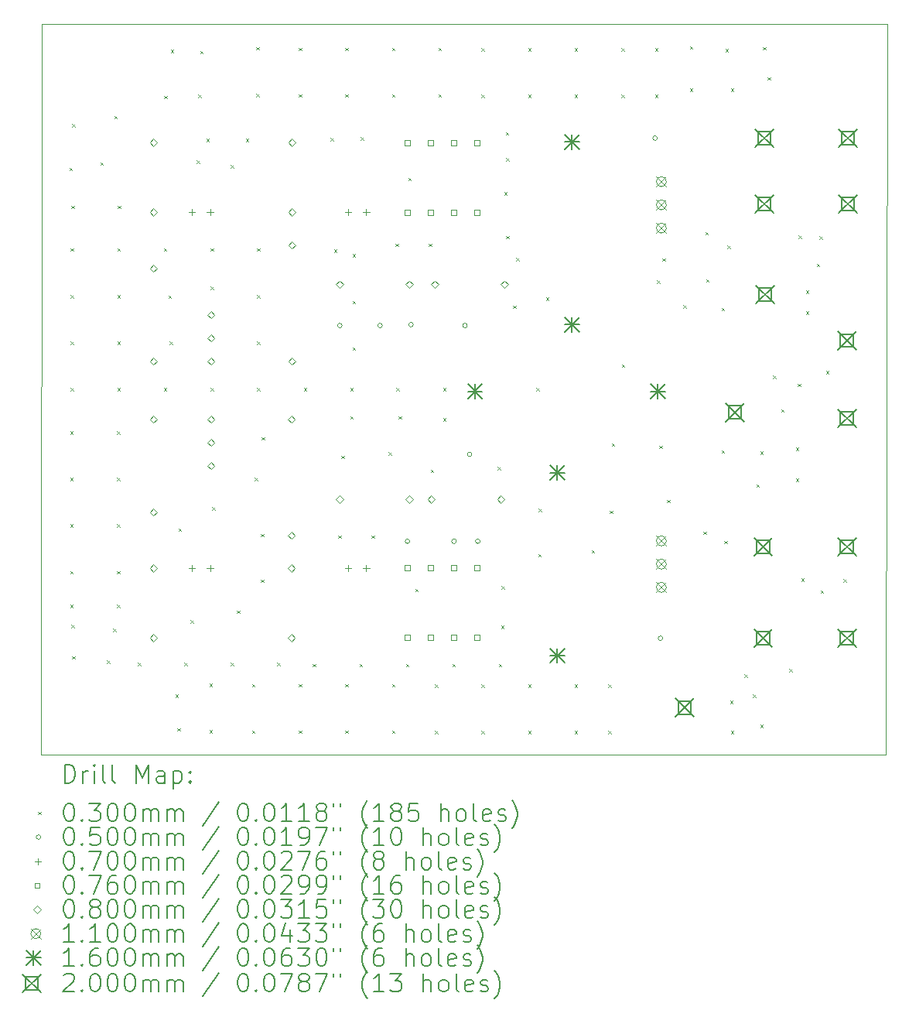
<source format=gbr>
%TF.GenerationSoftware,KiCad,Pcbnew,9.0.1*%
%TF.CreationDate,2025-06-25T22:08:25+03:00*%
%TF.ProjectId,pcb_no_div,7063625f-6e6f-45f6-9469-762e6b696361,rev?*%
%TF.SameCoordinates,Original*%
%TF.FileFunction,Drillmap*%
%TF.FilePolarity,Positive*%
%FSLAX45Y45*%
G04 Gerber Fmt 4.5, Leading zero omitted, Abs format (unit mm)*
G04 Created by KiCad (PCBNEW 9.0.1) date 2025-06-25 22:08:25*
%MOMM*%
%LPD*%
G01*
G04 APERTURE LIST*
%ADD10C,0.038100*%
%ADD11C,0.200000*%
%ADD12C,0.100000*%
%ADD13C,0.110000*%
%ADD14C,0.160000*%
G04 APERTURE END LIST*
D10*
X13030000Y-3005000D02*
X13010000Y-10990000D01*
X3775000Y-3005000D02*
X3765000Y-10990000D01*
X13010000Y-10990000D02*
X3765000Y-10990000D01*
X13030000Y-3005000D02*
X3775000Y-3005000D01*
D11*
D12*
X4075000Y-4575000D02*
X4105000Y-4605000D01*
X4105000Y-4575000D02*
X4075000Y-4605000D01*
X4085000Y-7455000D02*
X4115000Y-7485000D01*
X4115000Y-7455000D02*
X4085000Y-7485000D01*
X4085000Y-7965000D02*
X4115000Y-7995000D01*
X4115000Y-7965000D02*
X4085000Y-7995000D01*
X4085000Y-8475000D02*
X4115000Y-8505000D01*
X4115000Y-8475000D02*
X4085000Y-8505000D01*
X4085000Y-8985000D02*
X4115000Y-9015000D01*
X4115000Y-8985000D02*
X4085000Y-9015000D01*
X4085000Y-9355000D02*
X4115000Y-9385000D01*
X4115000Y-9355000D02*
X4085000Y-9385000D01*
X4090000Y-5455000D02*
X4120000Y-5485000D01*
X4120000Y-5455000D02*
X4090000Y-5485000D01*
X4090000Y-5965000D02*
X4120000Y-5995000D01*
X4120000Y-5965000D02*
X4090000Y-5995000D01*
X4090000Y-6475000D02*
X4120000Y-6505000D01*
X4120000Y-6475000D02*
X4090000Y-6505000D01*
X4090000Y-6985000D02*
X4120000Y-7015000D01*
X4120000Y-6985000D02*
X4090000Y-7015000D01*
X4095000Y-4990000D02*
X4125000Y-5020000D01*
X4125000Y-4990000D02*
X4095000Y-5020000D01*
X4095000Y-9575000D02*
X4125000Y-9605000D01*
X4125000Y-9575000D02*
X4095000Y-9605000D01*
X4105000Y-4095000D02*
X4135000Y-4125000D01*
X4135000Y-4095000D02*
X4105000Y-4125000D01*
X4105000Y-9915000D02*
X4135000Y-9945000D01*
X4135000Y-9915000D02*
X4105000Y-9945000D01*
X4415000Y-4515000D02*
X4445000Y-4545000D01*
X4445000Y-4515000D02*
X4415000Y-4545000D01*
X4485000Y-9965000D02*
X4515000Y-9995000D01*
X4515000Y-9965000D02*
X4485000Y-9995000D01*
X4555000Y-9615000D02*
X4585000Y-9645000D01*
X4585000Y-9615000D02*
X4555000Y-9645000D01*
X4565000Y-4005000D02*
X4595000Y-4035000D01*
X4595000Y-4005000D02*
X4565000Y-4035000D01*
X4595000Y-7455000D02*
X4625000Y-7485000D01*
X4625000Y-7455000D02*
X4595000Y-7485000D01*
X4595000Y-7965000D02*
X4625000Y-7995000D01*
X4625000Y-7965000D02*
X4595000Y-7995000D01*
X4595000Y-8475000D02*
X4625000Y-8505000D01*
X4625000Y-8475000D02*
X4595000Y-8505000D01*
X4595000Y-8985000D02*
X4625000Y-9015000D01*
X4625000Y-8985000D02*
X4595000Y-9015000D01*
X4595000Y-9355000D02*
X4625000Y-9385000D01*
X4625000Y-9355000D02*
X4595000Y-9385000D01*
X4600000Y-5455000D02*
X4630000Y-5485000D01*
X4630000Y-5455000D02*
X4600000Y-5485000D01*
X4600000Y-5965000D02*
X4630000Y-5995000D01*
X4630000Y-5965000D02*
X4600000Y-5995000D01*
X4600000Y-6475000D02*
X4630000Y-6505000D01*
X4630000Y-6475000D02*
X4600000Y-6505000D01*
X4600000Y-6985000D02*
X4630000Y-7015000D01*
X4630000Y-6985000D02*
X4600000Y-7015000D01*
X4605000Y-4990000D02*
X4635000Y-5020000D01*
X4635000Y-4990000D02*
X4605000Y-5020000D01*
X4825000Y-9990000D02*
X4855000Y-10020000D01*
X4855000Y-9990000D02*
X4825000Y-10020000D01*
X5110000Y-5455000D02*
X5140000Y-5485000D01*
X5140000Y-5455000D02*
X5110000Y-5485000D01*
X5110000Y-6985000D02*
X5140000Y-7015000D01*
X5140000Y-6985000D02*
X5110000Y-7015000D01*
X5115000Y-3785000D02*
X5145000Y-3815000D01*
X5145000Y-3785000D02*
X5115000Y-3815000D01*
X5160000Y-5970000D02*
X5190000Y-6000000D01*
X5190000Y-5970000D02*
X5160000Y-6000000D01*
X5170000Y-6475000D02*
X5200000Y-6505000D01*
X5200000Y-6475000D02*
X5170000Y-6505000D01*
X5185000Y-3285000D02*
X5215000Y-3315000D01*
X5215000Y-3285000D02*
X5185000Y-3315000D01*
X5235000Y-10335000D02*
X5265000Y-10365000D01*
X5265000Y-10335000D02*
X5235000Y-10365000D01*
X5255000Y-10705000D02*
X5285000Y-10735000D01*
X5285000Y-10705000D02*
X5255000Y-10735000D01*
X5270000Y-8520000D02*
X5300000Y-8550000D01*
X5300000Y-8520000D02*
X5270000Y-8550000D01*
X5335000Y-9990000D02*
X5365000Y-10020000D01*
X5365000Y-9990000D02*
X5335000Y-10020000D01*
X5400000Y-9525000D02*
X5430000Y-9555000D01*
X5430000Y-9525000D02*
X5400000Y-9555000D01*
X5470000Y-4495000D02*
X5500000Y-4525000D01*
X5500000Y-4495000D02*
X5470000Y-4525000D01*
X5485000Y-3775000D02*
X5515000Y-3805000D01*
X5515000Y-3775000D02*
X5485000Y-3805000D01*
X5505000Y-3295000D02*
X5535000Y-3325000D01*
X5535000Y-3295000D02*
X5505000Y-3325000D01*
X5575000Y-4255000D02*
X5605000Y-4285000D01*
X5605000Y-4255000D02*
X5575000Y-4285000D01*
X5610000Y-10215000D02*
X5640000Y-10245000D01*
X5640000Y-10215000D02*
X5610000Y-10245000D01*
X5610000Y-10725000D02*
X5640000Y-10755000D01*
X5640000Y-10725000D02*
X5610000Y-10755000D01*
X5620000Y-5455000D02*
X5650000Y-5485000D01*
X5650000Y-5455000D02*
X5620000Y-5485000D01*
X5620000Y-5875000D02*
X5650000Y-5905000D01*
X5650000Y-5875000D02*
X5620000Y-5905000D01*
X5620000Y-6985000D02*
X5650000Y-7015000D01*
X5650000Y-6985000D02*
X5620000Y-7015000D01*
X5640000Y-8285000D02*
X5670000Y-8315000D01*
X5670000Y-8285000D02*
X5640000Y-8315000D01*
X5840000Y-4545000D02*
X5870000Y-4575000D01*
X5870000Y-4545000D02*
X5840000Y-4575000D01*
X5840000Y-9990000D02*
X5870000Y-10020000D01*
X5870000Y-9990000D02*
X5840000Y-10020000D01*
X5910000Y-9415000D02*
X5940000Y-9445000D01*
X5940000Y-9415000D02*
X5910000Y-9445000D01*
X6005000Y-4255000D02*
X6035000Y-4285000D01*
X6035000Y-4255000D02*
X6005000Y-4285000D01*
X6075000Y-10220000D02*
X6105000Y-10250000D01*
X6105000Y-10220000D02*
X6075000Y-10250000D01*
X6075000Y-10730000D02*
X6105000Y-10760000D01*
X6105000Y-10730000D02*
X6075000Y-10760000D01*
X6105000Y-7965000D02*
X6135000Y-7995000D01*
X6135000Y-7965000D02*
X6105000Y-7995000D01*
X6120000Y-3255000D02*
X6150000Y-3285000D01*
X6150000Y-3255000D02*
X6120000Y-3285000D01*
X6120000Y-3765000D02*
X6150000Y-3795000D01*
X6150000Y-3765000D02*
X6120000Y-3795000D01*
X6130000Y-5455000D02*
X6160000Y-5485000D01*
X6160000Y-5455000D02*
X6130000Y-5485000D01*
X6130000Y-5965000D02*
X6160000Y-5995000D01*
X6160000Y-5965000D02*
X6130000Y-5995000D01*
X6130000Y-6475000D02*
X6160000Y-6505000D01*
X6160000Y-6475000D02*
X6130000Y-6505000D01*
X6130000Y-6985000D02*
X6160000Y-7015000D01*
X6160000Y-6985000D02*
X6130000Y-7015000D01*
X6170000Y-8580000D02*
X6200000Y-8610000D01*
X6200000Y-8580000D02*
X6170000Y-8610000D01*
X6170000Y-9080000D02*
X6200000Y-9110000D01*
X6200000Y-9080000D02*
X6170000Y-9110000D01*
X6180000Y-7520000D02*
X6210000Y-7550000D01*
X6210000Y-7520000D02*
X6180000Y-7550000D01*
X6350000Y-9990000D02*
X6380000Y-10020000D01*
X6380000Y-9990000D02*
X6350000Y-10020000D01*
X6585000Y-3260000D02*
X6615000Y-3290000D01*
X6615000Y-3260000D02*
X6585000Y-3290000D01*
X6585000Y-3770000D02*
X6615000Y-3800000D01*
X6615000Y-3770000D02*
X6585000Y-3800000D01*
X6585000Y-10220000D02*
X6615000Y-10250000D01*
X6615000Y-10220000D02*
X6585000Y-10250000D01*
X6585000Y-10730000D02*
X6615000Y-10760000D01*
X6615000Y-10730000D02*
X6585000Y-10760000D01*
X6640000Y-6985000D02*
X6670000Y-7015000D01*
X6670000Y-6985000D02*
X6640000Y-7015000D01*
X6740000Y-10000000D02*
X6770000Y-10030000D01*
X6770000Y-10000000D02*
X6740000Y-10030000D01*
X6935000Y-4250000D02*
X6965000Y-4280000D01*
X6965000Y-4250000D02*
X6935000Y-4280000D01*
X6970000Y-5465000D02*
X7000000Y-5495000D01*
X7000000Y-5465000D02*
X6970000Y-5495000D01*
X7020000Y-8595000D02*
X7050000Y-8625000D01*
X7050000Y-8595000D02*
X7020000Y-8625000D01*
X7050000Y-7725000D02*
X7080000Y-7755000D01*
X7080000Y-7725000D02*
X7050000Y-7755000D01*
X7095000Y-3260000D02*
X7125000Y-3290000D01*
X7125000Y-3260000D02*
X7095000Y-3290000D01*
X7095000Y-3770000D02*
X7125000Y-3800000D01*
X7125000Y-3770000D02*
X7095000Y-3800000D01*
X7095000Y-10220000D02*
X7125000Y-10250000D01*
X7125000Y-10220000D02*
X7095000Y-10250000D01*
X7095000Y-10730000D02*
X7125000Y-10760000D01*
X7125000Y-10730000D02*
X7095000Y-10760000D01*
X7150000Y-6985000D02*
X7180000Y-7015000D01*
X7180000Y-6985000D02*
X7150000Y-7015000D01*
X7150000Y-7290000D02*
X7180000Y-7320000D01*
X7180000Y-7290000D02*
X7150000Y-7320000D01*
X7175000Y-5520000D02*
X7205000Y-5550000D01*
X7205000Y-5520000D02*
X7175000Y-5550000D01*
X7175000Y-6030000D02*
X7205000Y-6060000D01*
X7205000Y-6030000D02*
X7175000Y-6060000D01*
X7175000Y-6540000D02*
X7205000Y-6570000D01*
X7205000Y-6540000D02*
X7175000Y-6570000D01*
X7250000Y-10000000D02*
X7280000Y-10030000D01*
X7280000Y-10000000D02*
X7250000Y-10030000D01*
X7265000Y-4240000D02*
X7295000Y-4270000D01*
X7295000Y-4240000D02*
X7265000Y-4270000D01*
X7380000Y-8595000D02*
X7410000Y-8625000D01*
X7410000Y-8595000D02*
X7380000Y-8625000D01*
X7570000Y-7685000D02*
X7600000Y-7715000D01*
X7600000Y-7685000D02*
X7570000Y-7715000D01*
X7605000Y-3260000D02*
X7635000Y-3290000D01*
X7635000Y-3260000D02*
X7605000Y-3290000D01*
X7605000Y-3770000D02*
X7635000Y-3800000D01*
X7635000Y-3770000D02*
X7605000Y-3800000D01*
X7605000Y-10220000D02*
X7635000Y-10250000D01*
X7635000Y-10220000D02*
X7605000Y-10250000D01*
X7605000Y-10730000D02*
X7635000Y-10760000D01*
X7635000Y-10730000D02*
X7605000Y-10760000D01*
X7645000Y-5405000D02*
X7675000Y-5435000D01*
X7675000Y-5405000D02*
X7645000Y-5435000D01*
X7655000Y-6985000D02*
X7685000Y-7015000D01*
X7685000Y-6985000D02*
X7655000Y-7015000D01*
X7680000Y-7290000D02*
X7710000Y-7320000D01*
X7710000Y-7290000D02*
X7680000Y-7320000D01*
X7760000Y-10000000D02*
X7790000Y-10030000D01*
X7790000Y-10000000D02*
X7760000Y-10030000D01*
X7785000Y-4685000D02*
X7815000Y-4715000D01*
X7815000Y-4685000D02*
X7785000Y-4715000D01*
X7860000Y-9180000D02*
X7890000Y-9210000D01*
X7890000Y-9180000D02*
X7860000Y-9210000D01*
X8010000Y-5405000D02*
X8040000Y-5435000D01*
X8040000Y-5405000D02*
X8010000Y-5435000D01*
X8030000Y-7875000D02*
X8060000Y-7905000D01*
X8060000Y-7875000D02*
X8030000Y-7905000D01*
X8075000Y-10225000D02*
X8105000Y-10255000D01*
X8105000Y-10225000D02*
X8075000Y-10255000D01*
X8075000Y-10735000D02*
X8105000Y-10765000D01*
X8105000Y-10735000D02*
X8075000Y-10765000D01*
X8115000Y-3260000D02*
X8145000Y-3290000D01*
X8145000Y-3260000D02*
X8115000Y-3290000D01*
X8115000Y-3770000D02*
X8145000Y-3800000D01*
X8145000Y-3770000D02*
X8115000Y-3800000D01*
X8165000Y-6985000D02*
X8195000Y-7015000D01*
X8195000Y-6985000D02*
X8165000Y-7015000D01*
X8165000Y-7315000D02*
X8195000Y-7345000D01*
X8195000Y-7315000D02*
X8165000Y-7345000D01*
X8265000Y-10000000D02*
X8295000Y-10030000D01*
X8295000Y-10000000D02*
X8265000Y-10030000D01*
X8585000Y-3265000D02*
X8615000Y-3295000D01*
X8615000Y-3265000D02*
X8585000Y-3295000D01*
X8585000Y-3775000D02*
X8615000Y-3805000D01*
X8615000Y-3775000D02*
X8585000Y-3805000D01*
X8585000Y-10225000D02*
X8615000Y-10255000D01*
X8615000Y-10225000D02*
X8585000Y-10255000D01*
X8585000Y-10735000D02*
X8615000Y-10765000D01*
X8615000Y-10735000D02*
X8585000Y-10765000D01*
X8760000Y-7845000D02*
X8790000Y-7875000D01*
X8790000Y-7845000D02*
X8760000Y-7875000D01*
X8775000Y-10000000D02*
X8805000Y-10030000D01*
X8805000Y-10000000D02*
X8775000Y-10030000D01*
X8800000Y-9580000D02*
X8830000Y-9610000D01*
X8830000Y-9580000D02*
X8800000Y-9610000D01*
X8804000Y-9149000D02*
X8834000Y-9179000D01*
X8834000Y-9149000D02*
X8804000Y-9179000D01*
X8835000Y-4840000D02*
X8865000Y-4870000D01*
X8865000Y-4840000D02*
X8835000Y-4870000D01*
X8850000Y-4185000D02*
X8880000Y-4215000D01*
X8880000Y-4185000D02*
X8850000Y-4215000D01*
X8855000Y-4470000D02*
X8885000Y-4500000D01*
X8885000Y-4470000D02*
X8855000Y-4500000D01*
X8855000Y-5320000D02*
X8885000Y-5350000D01*
X8885000Y-5320000D02*
X8855000Y-5350000D01*
X8930000Y-6080000D02*
X8960000Y-6110000D01*
X8960000Y-6080000D02*
X8930000Y-6110000D01*
X8965000Y-5560000D02*
X8995000Y-5590000D01*
X8995000Y-5560000D02*
X8965000Y-5590000D01*
X9095000Y-3265000D02*
X9125000Y-3295000D01*
X9125000Y-3265000D02*
X9095000Y-3295000D01*
X9095000Y-3775000D02*
X9125000Y-3805000D01*
X9125000Y-3775000D02*
X9095000Y-3805000D01*
X9095000Y-10225000D02*
X9125000Y-10255000D01*
X9125000Y-10225000D02*
X9095000Y-10255000D01*
X9095000Y-10735000D02*
X9125000Y-10765000D01*
X9125000Y-10735000D02*
X9095000Y-10765000D01*
X9185000Y-6985000D02*
X9215000Y-7015000D01*
X9215000Y-6985000D02*
X9185000Y-7015000D01*
X9205000Y-8800000D02*
X9235000Y-8830000D01*
X9235000Y-8800000D02*
X9205000Y-8830000D01*
X9210000Y-8305000D02*
X9240000Y-8335000D01*
X9240000Y-8305000D02*
X9210000Y-8335000D01*
X9290000Y-5990000D02*
X9320000Y-6020000D01*
X9320000Y-5990000D02*
X9290000Y-6020000D01*
X9605000Y-3265000D02*
X9635000Y-3295000D01*
X9635000Y-3265000D02*
X9605000Y-3295000D01*
X9605000Y-3775000D02*
X9635000Y-3805000D01*
X9635000Y-3775000D02*
X9605000Y-3805000D01*
X9605000Y-10225000D02*
X9635000Y-10255000D01*
X9635000Y-10225000D02*
X9605000Y-10255000D01*
X9605000Y-10735000D02*
X9635000Y-10765000D01*
X9635000Y-10735000D02*
X9605000Y-10765000D01*
X9790000Y-8755000D02*
X9820000Y-8785000D01*
X9820000Y-8755000D02*
X9790000Y-8785000D01*
X9975000Y-10225000D02*
X10005000Y-10255000D01*
X10005000Y-10225000D02*
X9975000Y-10255000D01*
X9975000Y-10735000D02*
X10005000Y-10765000D01*
X10005000Y-10735000D02*
X9975000Y-10765000D01*
X9990000Y-8325000D02*
X10020000Y-8355000D01*
X10020000Y-8325000D02*
X9990000Y-8355000D01*
X10010000Y-7590000D02*
X10040000Y-7620000D01*
X10040000Y-7590000D02*
X10010000Y-7620000D01*
X10115000Y-3265000D02*
X10145000Y-3295000D01*
X10145000Y-3265000D02*
X10115000Y-3295000D01*
X10115000Y-3775000D02*
X10145000Y-3805000D01*
X10145000Y-3775000D02*
X10115000Y-3805000D01*
X10120000Y-6725000D02*
X10150000Y-6755000D01*
X10150000Y-6725000D02*
X10120000Y-6755000D01*
X10485000Y-3265000D02*
X10515000Y-3295000D01*
X10515000Y-3265000D02*
X10485000Y-3295000D01*
X10485000Y-3775000D02*
X10515000Y-3805000D01*
X10515000Y-3775000D02*
X10485000Y-3805000D01*
X10505000Y-5805000D02*
X10535000Y-5835000D01*
X10535000Y-5805000D02*
X10505000Y-5835000D01*
X10530000Y-7615000D02*
X10560000Y-7645000D01*
X10560000Y-7615000D02*
X10530000Y-7645000D01*
X10565000Y-5565000D02*
X10595000Y-5595000D01*
X10595000Y-5565000D02*
X10565000Y-5595000D01*
X10615000Y-8205000D02*
X10645000Y-8235000D01*
X10645000Y-8205000D02*
X10615000Y-8235000D01*
X10795000Y-6075000D02*
X10825000Y-6105000D01*
X10825000Y-6075000D02*
X10795000Y-6105000D01*
X10865000Y-3245000D02*
X10895000Y-3275000D01*
X10895000Y-3245000D02*
X10865000Y-3275000D01*
X10865000Y-3705000D02*
X10895000Y-3735000D01*
X10895000Y-3705000D02*
X10865000Y-3735000D01*
X11015000Y-8555000D02*
X11045000Y-8585000D01*
X11045000Y-8555000D02*
X11015000Y-8585000D01*
X11035000Y-5275000D02*
X11065000Y-5305000D01*
X11065000Y-5275000D02*
X11035000Y-5305000D01*
X11045000Y-5795000D02*
X11075000Y-5825000D01*
X11075000Y-5795000D02*
X11045000Y-5825000D01*
X11215000Y-6105000D02*
X11245000Y-6135000D01*
X11245000Y-6105000D02*
X11215000Y-6135000D01*
X11215000Y-7665000D02*
X11245000Y-7695000D01*
X11245000Y-7665000D02*
X11215000Y-7695000D01*
X11245000Y-8655000D02*
X11275000Y-8685000D01*
X11275000Y-8655000D02*
X11245000Y-8685000D01*
X11255000Y-3275000D02*
X11285000Y-3305000D01*
X11285000Y-3275000D02*
X11255000Y-3305000D01*
X11275000Y-5425000D02*
X11305000Y-5455000D01*
X11305000Y-5425000D02*
X11275000Y-5455000D01*
X11305000Y-10405000D02*
X11335000Y-10435000D01*
X11335000Y-10405000D02*
X11305000Y-10435000D01*
X11315000Y-3705000D02*
X11345000Y-3735000D01*
X11345000Y-3705000D02*
X11315000Y-3735000D01*
X11315000Y-10735000D02*
X11345000Y-10765000D01*
X11345000Y-10735000D02*
X11315000Y-10765000D01*
X11465000Y-10115000D02*
X11495000Y-10145000D01*
X11495000Y-10115000D02*
X11465000Y-10145000D01*
X11555000Y-10335000D02*
X11585000Y-10365000D01*
X11585000Y-10335000D02*
X11555000Y-10365000D01*
X11595000Y-8035000D02*
X11625000Y-8065000D01*
X11625000Y-8035000D02*
X11595000Y-8065000D01*
X11635000Y-7675000D02*
X11665000Y-7705000D01*
X11665000Y-7675000D02*
X11635000Y-7705000D01*
X11635000Y-10665000D02*
X11665000Y-10695000D01*
X11665000Y-10665000D02*
X11635000Y-10695000D01*
X11665000Y-3255000D02*
X11695000Y-3285000D01*
X11695000Y-3255000D02*
X11665000Y-3285000D01*
X11715000Y-3585000D02*
X11745000Y-3615000D01*
X11745000Y-3585000D02*
X11715000Y-3615000D01*
X11775000Y-6845000D02*
X11805000Y-6875000D01*
X11805000Y-6845000D02*
X11775000Y-6875000D01*
X11865000Y-7215000D02*
X11895000Y-7245000D01*
X11895000Y-7215000D02*
X11865000Y-7245000D01*
X11955000Y-10055000D02*
X11985000Y-10085000D01*
X11985000Y-10055000D02*
X11955000Y-10085000D01*
X12025000Y-7635000D02*
X12055000Y-7665000D01*
X12055000Y-7635000D02*
X12025000Y-7665000D01*
X12025000Y-7975000D02*
X12055000Y-8005000D01*
X12055000Y-7975000D02*
X12025000Y-8005000D01*
X12045000Y-6935000D02*
X12075000Y-6965000D01*
X12075000Y-6935000D02*
X12045000Y-6965000D01*
X12055000Y-5315000D02*
X12085000Y-5345000D01*
X12085000Y-5315000D02*
X12055000Y-5345000D01*
X12085000Y-9065000D02*
X12115000Y-9095000D01*
X12115000Y-9065000D02*
X12085000Y-9095000D01*
X12135000Y-5915000D02*
X12165000Y-5945000D01*
X12165000Y-5915000D02*
X12135000Y-5945000D01*
X12135000Y-6145000D02*
X12165000Y-6175000D01*
X12165000Y-6145000D02*
X12135000Y-6175000D01*
X12255000Y-5625000D02*
X12285000Y-5655000D01*
X12285000Y-5625000D02*
X12255000Y-5655000D01*
X12285000Y-5325000D02*
X12315000Y-5355000D01*
X12315000Y-5325000D02*
X12285000Y-5355000D01*
X12295000Y-9195000D02*
X12325000Y-9225000D01*
X12325000Y-9195000D02*
X12295000Y-9225000D01*
X12355000Y-6795000D02*
X12385000Y-6825000D01*
X12385000Y-6795000D02*
X12355000Y-6825000D01*
X12545000Y-9075000D02*
X12575000Y-9105000D01*
X12575000Y-9075000D02*
X12545000Y-9105000D01*
X7060000Y-6300000D02*
G75*
G02*
X7010000Y-6300000I-25000J0D01*
G01*
X7010000Y-6300000D02*
G75*
G02*
X7060000Y-6300000I25000J0D01*
G01*
X7500000Y-6300000D02*
G75*
G02*
X7450000Y-6300000I-25000J0D01*
G01*
X7450000Y-6300000D02*
G75*
G02*
X7500000Y-6300000I25000J0D01*
G01*
X7800000Y-8660000D02*
G75*
G02*
X7750000Y-8660000I-25000J0D01*
G01*
X7750000Y-8660000D02*
G75*
G02*
X7800000Y-8660000I25000J0D01*
G01*
X7840000Y-6290000D02*
G75*
G02*
X7790000Y-6290000I-25000J0D01*
G01*
X7790000Y-6290000D02*
G75*
G02*
X7840000Y-6290000I25000J0D01*
G01*
X8310000Y-8660000D02*
G75*
G02*
X8260000Y-8660000I-25000J0D01*
G01*
X8260000Y-8660000D02*
G75*
G02*
X8310000Y-8660000I25000J0D01*
G01*
X8430000Y-6300000D02*
G75*
G02*
X8380000Y-6300000I-25000J0D01*
G01*
X8380000Y-6300000D02*
G75*
G02*
X8430000Y-6300000I25000J0D01*
G01*
X8480000Y-7710000D02*
G75*
G02*
X8430000Y-7710000I-25000J0D01*
G01*
X8430000Y-7710000D02*
G75*
G02*
X8480000Y-7710000I25000J0D01*
G01*
X8570000Y-8660000D02*
G75*
G02*
X8520000Y-8660000I-25000J0D01*
G01*
X8520000Y-8660000D02*
G75*
G02*
X8570000Y-8660000I25000J0D01*
G01*
X10510000Y-4250000D02*
G75*
G02*
X10460000Y-4250000I-25000J0D01*
G01*
X10460000Y-4250000D02*
G75*
G02*
X10510000Y-4250000I25000J0D01*
G01*
X10570000Y-9720000D02*
G75*
G02*
X10520000Y-9720000I-25000J0D01*
G01*
X10520000Y-9720000D02*
G75*
G02*
X10570000Y-9720000I25000J0D01*
G01*
X5415000Y-5025000D02*
X5415000Y-5095000D01*
X5380000Y-5060000D02*
X5450000Y-5060000D01*
X5415000Y-8919000D02*
X5415000Y-8989000D01*
X5380000Y-8954000D02*
X5450000Y-8954000D01*
X5615000Y-5025000D02*
X5615000Y-5095000D01*
X5580000Y-5060000D02*
X5650000Y-5060000D01*
X5615000Y-8919000D02*
X5615000Y-8989000D01*
X5580000Y-8954000D02*
X5650000Y-8954000D01*
X7125000Y-5025000D02*
X7125000Y-5095000D01*
X7090000Y-5060000D02*
X7160000Y-5060000D01*
X7125000Y-8919000D02*
X7125000Y-8989000D01*
X7090000Y-8954000D02*
X7160000Y-8954000D01*
X7325000Y-5025000D02*
X7325000Y-5095000D01*
X7290000Y-5060000D02*
X7360000Y-5060000D01*
X7325000Y-8919000D02*
X7325000Y-8989000D01*
X7290000Y-8954000D02*
X7360000Y-8954000D01*
X7800870Y-4326870D02*
X7800870Y-4273130D01*
X7747130Y-4273130D01*
X7747130Y-4326870D01*
X7800870Y-4326870D01*
X7800870Y-5088870D02*
X7800870Y-5035130D01*
X7747130Y-5035130D01*
X7747130Y-5088870D01*
X7800870Y-5088870D01*
X7800870Y-8974870D02*
X7800870Y-8921130D01*
X7747130Y-8921130D01*
X7747130Y-8974870D01*
X7800870Y-8974870D01*
X7800870Y-9736870D02*
X7800870Y-9683130D01*
X7747130Y-9683130D01*
X7747130Y-9736870D01*
X7800870Y-9736870D01*
X8054870Y-4326870D02*
X8054870Y-4273130D01*
X8001130Y-4273130D01*
X8001130Y-4326870D01*
X8054870Y-4326870D01*
X8054870Y-5088870D02*
X8054870Y-5035130D01*
X8001130Y-5035130D01*
X8001130Y-5088870D01*
X8054870Y-5088870D01*
X8054870Y-8974870D02*
X8054870Y-8921130D01*
X8001130Y-8921130D01*
X8001130Y-8974870D01*
X8054870Y-8974870D01*
X8054870Y-9736870D02*
X8054870Y-9683130D01*
X8001130Y-9683130D01*
X8001130Y-9736870D01*
X8054870Y-9736870D01*
X8308870Y-4326870D02*
X8308870Y-4273130D01*
X8255130Y-4273130D01*
X8255130Y-4326870D01*
X8308870Y-4326870D01*
X8308870Y-5088870D02*
X8308870Y-5035130D01*
X8255130Y-5035130D01*
X8255130Y-5088870D01*
X8308870Y-5088870D01*
X8308870Y-8974870D02*
X8308870Y-8921130D01*
X8255130Y-8921130D01*
X8255130Y-8974870D01*
X8308870Y-8974870D01*
X8308870Y-9736870D02*
X8308870Y-9683130D01*
X8255130Y-9683130D01*
X8255130Y-9736870D01*
X8308870Y-9736870D01*
X8562870Y-4326870D02*
X8562870Y-4273130D01*
X8509130Y-4273130D01*
X8509130Y-4326870D01*
X8562870Y-4326870D01*
X8562870Y-5088870D02*
X8562870Y-5035130D01*
X8509130Y-5035130D01*
X8509130Y-5088870D01*
X8562870Y-5088870D01*
X8562870Y-8974870D02*
X8562870Y-8921130D01*
X8509130Y-8921130D01*
X8509130Y-8974870D01*
X8562870Y-8974870D01*
X8562870Y-9736870D02*
X8562870Y-9683130D01*
X8509130Y-9683130D01*
X8509130Y-9736870D01*
X8562870Y-9736870D01*
X4995000Y-4338000D02*
X5035000Y-4298000D01*
X4995000Y-4258000D01*
X4955000Y-4298000D01*
X4995000Y-4338000D01*
X4995000Y-5100000D02*
X5035000Y-5060000D01*
X4995000Y-5020000D01*
X4955000Y-5060000D01*
X4995000Y-5100000D01*
X4995000Y-5713000D02*
X5035000Y-5673000D01*
X4995000Y-5633000D01*
X4955000Y-5673000D01*
X4995000Y-5713000D01*
X4995000Y-6729000D02*
X5035000Y-6689000D01*
X4995000Y-6649000D01*
X4955000Y-6689000D01*
X4995000Y-6729000D01*
X4995000Y-7365000D02*
X5035000Y-7325000D01*
X4995000Y-7285000D01*
X4955000Y-7325000D01*
X4995000Y-7365000D01*
X4995000Y-8381000D02*
X5035000Y-8341000D01*
X4995000Y-8301000D01*
X4955000Y-8341000D01*
X4995000Y-8381000D01*
X4995000Y-8994000D02*
X5035000Y-8954000D01*
X4995000Y-8914000D01*
X4955000Y-8954000D01*
X4995000Y-8994000D01*
X4995000Y-9756000D02*
X5035000Y-9716000D01*
X4995000Y-9676000D01*
X4955000Y-9716000D01*
X4995000Y-9756000D01*
X5625000Y-6221000D02*
X5665000Y-6181000D01*
X5625000Y-6141000D01*
X5585000Y-6181000D01*
X5625000Y-6221000D01*
X5625000Y-6475000D02*
X5665000Y-6435000D01*
X5625000Y-6395000D01*
X5585000Y-6435000D01*
X5625000Y-6475000D01*
X5625000Y-6729000D02*
X5665000Y-6689000D01*
X5625000Y-6649000D01*
X5585000Y-6689000D01*
X5625000Y-6729000D01*
X5625000Y-7365000D02*
X5665000Y-7325000D01*
X5625000Y-7285000D01*
X5585000Y-7325000D01*
X5625000Y-7365000D01*
X5625000Y-7619000D02*
X5665000Y-7579000D01*
X5625000Y-7539000D01*
X5585000Y-7579000D01*
X5625000Y-7619000D01*
X5625000Y-7873000D02*
X5665000Y-7833000D01*
X5625000Y-7793000D01*
X5585000Y-7833000D01*
X5625000Y-7873000D01*
X6505000Y-7365000D02*
X6545000Y-7325000D01*
X6505000Y-7285000D01*
X6465000Y-7325000D01*
X6505000Y-7365000D01*
X6505000Y-8635000D02*
X6545000Y-8595000D01*
X6505000Y-8555000D01*
X6465000Y-8595000D01*
X6505000Y-8635000D01*
X6505000Y-8994000D02*
X6545000Y-8954000D01*
X6505000Y-8914000D01*
X6465000Y-8954000D01*
X6505000Y-8994000D01*
X6505000Y-9756000D02*
X6545000Y-9716000D01*
X6505000Y-9676000D01*
X6465000Y-9716000D01*
X6505000Y-9756000D01*
X6510000Y-4338000D02*
X6550000Y-4298000D01*
X6510000Y-4258000D01*
X6470000Y-4298000D01*
X6510000Y-4338000D01*
X6510000Y-5100000D02*
X6550000Y-5060000D01*
X6510000Y-5020000D01*
X6470000Y-5060000D01*
X6510000Y-5100000D01*
X6510000Y-5459000D02*
X6550000Y-5419000D01*
X6510000Y-5379000D01*
X6470000Y-5419000D01*
X6510000Y-5459000D01*
X6510000Y-6729000D02*
X6550000Y-6689000D01*
X6510000Y-6649000D01*
X6470000Y-6689000D01*
X6510000Y-6729000D01*
X7034000Y-5890000D02*
X7074000Y-5850000D01*
X7034000Y-5810000D01*
X6994000Y-5850000D01*
X7034000Y-5890000D01*
X7034000Y-8240000D02*
X7074000Y-8200000D01*
X7034000Y-8160000D01*
X6994000Y-8200000D01*
X7034000Y-8240000D01*
X7796000Y-5890000D02*
X7836000Y-5850000D01*
X7796000Y-5810000D01*
X7756000Y-5850000D01*
X7796000Y-5890000D01*
X7796000Y-8240000D02*
X7836000Y-8200000D01*
X7796000Y-8160000D01*
X7756000Y-8200000D01*
X7796000Y-8240000D01*
X8034000Y-8240000D02*
X8074000Y-8200000D01*
X8034000Y-8160000D01*
X7994000Y-8200000D01*
X8034000Y-8240000D01*
X8074000Y-5890000D02*
X8114000Y-5850000D01*
X8074000Y-5810000D01*
X8034000Y-5850000D01*
X8074000Y-5890000D01*
X8796000Y-8240000D02*
X8836000Y-8200000D01*
X8796000Y-8160000D01*
X8756000Y-8200000D01*
X8796000Y-8240000D01*
X8836000Y-5890000D02*
X8876000Y-5850000D01*
X8836000Y-5810000D01*
X8796000Y-5850000D01*
X8836000Y-5890000D01*
D13*
X10499000Y-4671000D02*
X10609000Y-4781000D01*
X10609000Y-4671000D02*
X10499000Y-4781000D01*
X10609000Y-4726000D02*
G75*
G02*
X10499000Y-4726000I-55000J0D01*
G01*
X10499000Y-4726000D02*
G75*
G02*
X10609000Y-4726000I55000J0D01*
G01*
X10499000Y-4925000D02*
X10609000Y-5035000D01*
X10609000Y-4925000D02*
X10499000Y-5035000D01*
X10609000Y-4980000D02*
G75*
G02*
X10499000Y-4980000I-55000J0D01*
G01*
X10499000Y-4980000D02*
G75*
G02*
X10609000Y-4980000I55000J0D01*
G01*
X10499000Y-5179000D02*
X10609000Y-5289000D01*
X10609000Y-5179000D02*
X10499000Y-5289000D01*
X10609000Y-5234000D02*
G75*
G02*
X10499000Y-5234000I-55000J0D01*
G01*
X10499000Y-5234000D02*
G75*
G02*
X10609000Y-5234000I55000J0D01*
G01*
X10499000Y-8601000D02*
X10609000Y-8711000D01*
X10609000Y-8601000D02*
X10499000Y-8711000D01*
X10609000Y-8656000D02*
G75*
G02*
X10499000Y-8656000I-55000J0D01*
G01*
X10499000Y-8656000D02*
G75*
G02*
X10609000Y-8656000I55000J0D01*
G01*
X10499000Y-8855000D02*
X10609000Y-8965000D01*
X10609000Y-8855000D02*
X10499000Y-8965000D01*
X10609000Y-8910000D02*
G75*
G02*
X10499000Y-8910000I-55000J0D01*
G01*
X10499000Y-8910000D02*
G75*
G02*
X10609000Y-8910000I55000J0D01*
G01*
X10499000Y-9109000D02*
X10609000Y-9219000D01*
X10609000Y-9109000D02*
X10499000Y-9219000D01*
X10609000Y-9164000D02*
G75*
G02*
X10499000Y-9164000I-55000J0D01*
G01*
X10499000Y-9164000D02*
G75*
G02*
X10609000Y-9164000I55000J0D01*
G01*
D14*
X8435000Y-6940000D02*
X8595000Y-7100000D01*
X8595000Y-6940000D02*
X8435000Y-7100000D01*
X8515000Y-6940000D02*
X8515000Y-7100000D01*
X8435000Y-7020000D02*
X8595000Y-7020000D01*
X9335000Y-7830000D02*
X9495000Y-7990000D01*
X9495000Y-7830000D02*
X9335000Y-7990000D01*
X9415000Y-7830000D02*
X9415000Y-7990000D01*
X9335000Y-7910000D02*
X9495000Y-7910000D01*
X9335000Y-9830000D02*
X9495000Y-9990000D01*
X9495000Y-9830000D02*
X9335000Y-9990000D01*
X9415000Y-9830000D02*
X9415000Y-9990000D01*
X9335000Y-9910000D02*
X9495000Y-9910000D01*
X9495000Y-4210000D02*
X9655000Y-4370000D01*
X9655000Y-4210000D02*
X9495000Y-4370000D01*
X9575000Y-4210000D02*
X9575000Y-4370000D01*
X9495000Y-4290000D02*
X9655000Y-4290000D01*
X9495000Y-6210000D02*
X9655000Y-6370000D01*
X9655000Y-6210000D02*
X9495000Y-6370000D01*
X9575000Y-6210000D02*
X9575000Y-6370000D01*
X9495000Y-6290000D02*
X9655000Y-6290000D01*
X10435000Y-6940000D02*
X10595000Y-7100000D01*
X10595000Y-6940000D02*
X10435000Y-7100000D01*
X10515000Y-6940000D02*
X10515000Y-7100000D01*
X10435000Y-7020000D02*
X10595000Y-7020000D01*
D11*
X10710000Y-10380000D02*
X10910000Y-10580000D01*
X10910000Y-10380000D02*
X10710000Y-10580000D01*
X10880711Y-10550711D02*
X10880711Y-10409289D01*
X10739289Y-10409289D01*
X10739289Y-10550711D01*
X10880711Y-10550711D01*
X11260000Y-7150000D02*
X11460000Y-7350000D01*
X11460000Y-7150000D02*
X11260000Y-7350000D01*
X11430711Y-7320711D02*
X11430711Y-7179289D01*
X11289289Y-7179289D01*
X11289289Y-7320711D01*
X11430711Y-7320711D01*
X11570000Y-8620000D02*
X11770000Y-8820000D01*
X11770000Y-8620000D02*
X11570000Y-8820000D01*
X11740711Y-8790711D02*
X11740711Y-8649289D01*
X11599289Y-8649289D01*
X11599289Y-8790711D01*
X11740711Y-8790711D01*
X11570000Y-9620000D02*
X11770000Y-9820000D01*
X11770000Y-9620000D02*
X11570000Y-9820000D01*
X11740711Y-9790711D02*
X11740711Y-9649289D01*
X11599289Y-9649289D01*
X11599289Y-9790711D01*
X11740711Y-9790711D01*
X11580000Y-4150000D02*
X11780000Y-4350000D01*
X11780000Y-4150000D02*
X11580000Y-4350000D01*
X11750711Y-4320711D02*
X11750711Y-4179289D01*
X11609289Y-4179289D01*
X11609289Y-4320711D01*
X11750711Y-4320711D01*
X11580000Y-4870000D02*
X11780000Y-5070000D01*
X11780000Y-4870000D02*
X11580000Y-5070000D01*
X11750711Y-5040711D02*
X11750711Y-4899289D01*
X11609289Y-4899289D01*
X11609289Y-5040711D01*
X11750711Y-5040711D01*
X11590000Y-5860000D02*
X11790000Y-6060000D01*
X11790000Y-5860000D02*
X11590000Y-6060000D01*
X11760711Y-6030711D02*
X11760711Y-5889289D01*
X11619289Y-5889289D01*
X11619289Y-6030711D01*
X11760711Y-6030711D01*
X12485000Y-6365000D02*
X12685000Y-6565000D01*
X12685000Y-6365000D02*
X12485000Y-6565000D01*
X12655711Y-6535711D02*
X12655711Y-6394289D01*
X12514289Y-6394289D01*
X12514289Y-6535711D01*
X12655711Y-6535711D01*
X12485000Y-7215000D02*
X12685000Y-7415000D01*
X12685000Y-7215000D02*
X12485000Y-7415000D01*
X12655711Y-7385711D02*
X12655711Y-7244289D01*
X12514289Y-7244289D01*
X12514289Y-7385711D01*
X12655711Y-7385711D01*
X12485000Y-8620000D02*
X12685000Y-8820000D01*
X12685000Y-8620000D02*
X12485000Y-8820000D01*
X12655711Y-8790711D02*
X12655711Y-8649289D01*
X12514289Y-8649289D01*
X12514289Y-8790711D01*
X12655711Y-8790711D01*
X12485000Y-9620000D02*
X12685000Y-9820000D01*
X12685000Y-9620000D02*
X12485000Y-9820000D01*
X12655711Y-9790711D02*
X12655711Y-9649289D01*
X12514289Y-9649289D01*
X12514289Y-9790711D01*
X12655711Y-9790711D01*
X12495000Y-4150000D02*
X12695000Y-4350000D01*
X12695000Y-4150000D02*
X12495000Y-4350000D01*
X12665711Y-4320711D02*
X12665711Y-4179289D01*
X12524289Y-4179289D01*
X12524289Y-4320711D01*
X12665711Y-4320711D01*
X12495000Y-4870000D02*
X12695000Y-5070000D01*
X12695000Y-4870000D02*
X12495000Y-5070000D01*
X12665711Y-5040711D02*
X12665711Y-4899289D01*
X12524289Y-4899289D01*
X12524289Y-5040711D01*
X12665711Y-5040711D01*
X4023872Y-11303389D02*
X4023872Y-11103389D01*
X4023872Y-11103389D02*
X4071491Y-11103389D01*
X4071491Y-11103389D02*
X4100062Y-11112913D01*
X4100062Y-11112913D02*
X4119110Y-11131960D01*
X4119110Y-11131960D02*
X4128634Y-11151008D01*
X4128634Y-11151008D02*
X4138157Y-11189103D01*
X4138157Y-11189103D02*
X4138157Y-11217674D01*
X4138157Y-11217674D02*
X4128634Y-11255770D01*
X4128634Y-11255770D02*
X4119110Y-11274817D01*
X4119110Y-11274817D02*
X4100062Y-11293865D01*
X4100062Y-11293865D02*
X4071491Y-11303389D01*
X4071491Y-11303389D02*
X4023872Y-11303389D01*
X4223872Y-11303389D02*
X4223872Y-11170055D01*
X4223872Y-11208151D02*
X4233396Y-11189103D01*
X4233396Y-11189103D02*
X4242919Y-11179579D01*
X4242919Y-11179579D02*
X4261967Y-11170055D01*
X4261967Y-11170055D02*
X4281015Y-11170055D01*
X4347681Y-11303389D02*
X4347681Y-11170055D01*
X4347681Y-11103389D02*
X4338158Y-11112913D01*
X4338158Y-11112913D02*
X4347681Y-11122436D01*
X4347681Y-11122436D02*
X4357205Y-11112913D01*
X4357205Y-11112913D02*
X4347681Y-11103389D01*
X4347681Y-11103389D02*
X4347681Y-11122436D01*
X4471491Y-11303389D02*
X4452443Y-11293865D01*
X4452443Y-11293865D02*
X4442919Y-11274817D01*
X4442919Y-11274817D02*
X4442919Y-11103389D01*
X4576253Y-11303389D02*
X4557205Y-11293865D01*
X4557205Y-11293865D02*
X4547681Y-11274817D01*
X4547681Y-11274817D02*
X4547681Y-11103389D01*
X4804824Y-11303389D02*
X4804824Y-11103389D01*
X4804824Y-11103389D02*
X4871491Y-11246246D01*
X4871491Y-11246246D02*
X4938158Y-11103389D01*
X4938158Y-11103389D02*
X4938158Y-11303389D01*
X5119110Y-11303389D02*
X5119110Y-11198627D01*
X5119110Y-11198627D02*
X5109586Y-11179579D01*
X5109586Y-11179579D02*
X5090539Y-11170055D01*
X5090539Y-11170055D02*
X5052443Y-11170055D01*
X5052443Y-11170055D02*
X5033396Y-11179579D01*
X5119110Y-11293865D02*
X5100062Y-11303389D01*
X5100062Y-11303389D02*
X5052443Y-11303389D01*
X5052443Y-11303389D02*
X5033396Y-11293865D01*
X5033396Y-11293865D02*
X5023872Y-11274817D01*
X5023872Y-11274817D02*
X5023872Y-11255770D01*
X5023872Y-11255770D02*
X5033396Y-11236722D01*
X5033396Y-11236722D02*
X5052443Y-11227198D01*
X5052443Y-11227198D02*
X5100062Y-11227198D01*
X5100062Y-11227198D02*
X5119110Y-11217674D01*
X5214348Y-11170055D02*
X5214348Y-11370055D01*
X5214348Y-11179579D02*
X5233396Y-11170055D01*
X5233396Y-11170055D02*
X5271491Y-11170055D01*
X5271491Y-11170055D02*
X5290539Y-11179579D01*
X5290539Y-11179579D02*
X5300062Y-11189103D01*
X5300062Y-11189103D02*
X5309586Y-11208151D01*
X5309586Y-11208151D02*
X5309586Y-11265293D01*
X5309586Y-11265293D02*
X5300062Y-11284341D01*
X5300062Y-11284341D02*
X5290539Y-11293865D01*
X5290539Y-11293865D02*
X5271491Y-11303389D01*
X5271491Y-11303389D02*
X5233396Y-11303389D01*
X5233396Y-11303389D02*
X5214348Y-11293865D01*
X5395300Y-11284341D02*
X5404824Y-11293865D01*
X5404824Y-11293865D02*
X5395300Y-11303389D01*
X5395300Y-11303389D02*
X5385777Y-11293865D01*
X5385777Y-11293865D02*
X5395300Y-11284341D01*
X5395300Y-11284341D02*
X5395300Y-11303389D01*
X5395300Y-11179579D02*
X5404824Y-11189103D01*
X5404824Y-11189103D02*
X5395300Y-11198627D01*
X5395300Y-11198627D02*
X5385777Y-11189103D01*
X5385777Y-11189103D02*
X5395300Y-11179579D01*
X5395300Y-11179579D02*
X5395300Y-11198627D01*
D12*
X3733095Y-11616905D02*
X3763095Y-11646905D01*
X3763095Y-11616905D02*
X3733095Y-11646905D01*
D11*
X4061967Y-11523389D02*
X4081015Y-11523389D01*
X4081015Y-11523389D02*
X4100062Y-11532913D01*
X4100062Y-11532913D02*
X4109586Y-11542436D01*
X4109586Y-11542436D02*
X4119110Y-11561484D01*
X4119110Y-11561484D02*
X4128634Y-11599579D01*
X4128634Y-11599579D02*
X4128634Y-11647198D01*
X4128634Y-11647198D02*
X4119110Y-11685293D01*
X4119110Y-11685293D02*
X4109586Y-11704341D01*
X4109586Y-11704341D02*
X4100062Y-11713865D01*
X4100062Y-11713865D02*
X4081015Y-11723389D01*
X4081015Y-11723389D02*
X4061967Y-11723389D01*
X4061967Y-11723389D02*
X4042919Y-11713865D01*
X4042919Y-11713865D02*
X4033396Y-11704341D01*
X4033396Y-11704341D02*
X4023872Y-11685293D01*
X4023872Y-11685293D02*
X4014348Y-11647198D01*
X4014348Y-11647198D02*
X4014348Y-11599579D01*
X4014348Y-11599579D02*
X4023872Y-11561484D01*
X4023872Y-11561484D02*
X4033396Y-11542436D01*
X4033396Y-11542436D02*
X4042919Y-11532913D01*
X4042919Y-11532913D02*
X4061967Y-11523389D01*
X4214348Y-11704341D02*
X4223872Y-11713865D01*
X4223872Y-11713865D02*
X4214348Y-11723389D01*
X4214348Y-11723389D02*
X4204824Y-11713865D01*
X4204824Y-11713865D02*
X4214348Y-11704341D01*
X4214348Y-11704341D02*
X4214348Y-11723389D01*
X4290539Y-11523389D02*
X4414348Y-11523389D01*
X4414348Y-11523389D02*
X4347681Y-11599579D01*
X4347681Y-11599579D02*
X4376253Y-11599579D01*
X4376253Y-11599579D02*
X4395300Y-11609103D01*
X4395300Y-11609103D02*
X4404824Y-11618627D01*
X4404824Y-11618627D02*
X4414348Y-11637674D01*
X4414348Y-11637674D02*
X4414348Y-11685293D01*
X4414348Y-11685293D02*
X4404824Y-11704341D01*
X4404824Y-11704341D02*
X4395300Y-11713865D01*
X4395300Y-11713865D02*
X4376253Y-11723389D01*
X4376253Y-11723389D02*
X4319110Y-11723389D01*
X4319110Y-11723389D02*
X4300062Y-11713865D01*
X4300062Y-11713865D02*
X4290539Y-11704341D01*
X4538158Y-11523389D02*
X4557205Y-11523389D01*
X4557205Y-11523389D02*
X4576253Y-11532913D01*
X4576253Y-11532913D02*
X4585777Y-11542436D01*
X4585777Y-11542436D02*
X4595300Y-11561484D01*
X4595300Y-11561484D02*
X4604824Y-11599579D01*
X4604824Y-11599579D02*
X4604824Y-11647198D01*
X4604824Y-11647198D02*
X4595300Y-11685293D01*
X4595300Y-11685293D02*
X4585777Y-11704341D01*
X4585777Y-11704341D02*
X4576253Y-11713865D01*
X4576253Y-11713865D02*
X4557205Y-11723389D01*
X4557205Y-11723389D02*
X4538158Y-11723389D01*
X4538158Y-11723389D02*
X4519110Y-11713865D01*
X4519110Y-11713865D02*
X4509586Y-11704341D01*
X4509586Y-11704341D02*
X4500062Y-11685293D01*
X4500062Y-11685293D02*
X4490539Y-11647198D01*
X4490539Y-11647198D02*
X4490539Y-11599579D01*
X4490539Y-11599579D02*
X4500062Y-11561484D01*
X4500062Y-11561484D02*
X4509586Y-11542436D01*
X4509586Y-11542436D02*
X4519110Y-11532913D01*
X4519110Y-11532913D02*
X4538158Y-11523389D01*
X4728634Y-11523389D02*
X4747681Y-11523389D01*
X4747681Y-11523389D02*
X4766729Y-11532913D01*
X4766729Y-11532913D02*
X4776253Y-11542436D01*
X4776253Y-11542436D02*
X4785777Y-11561484D01*
X4785777Y-11561484D02*
X4795300Y-11599579D01*
X4795300Y-11599579D02*
X4795300Y-11647198D01*
X4795300Y-11647198D02*
X4785777Y-11685293D01*
X4785777Y-11685293D02*
X4776253Y-11704341D01*
X4776253Y-11704341D02*
X4766729Y-11713865D01*
X4766729Y-11713865D02*
X4747681Y-11723389D01*
X4747681Y-11723389D02*
X4728634Y-11723389D01*
X4728634Y-11723389D02*
X4709586Y-11713865D01*
X4709586Y-11713865D02*
X4700062Y-11704341D01*
X4700062Y-11704341D02*
X4690539Y-11685293D01*
X4690539Y-11685293D02*
X4681015Y-11647198D01*
X4681015Y-11647198D02*
X4681015Y-11599579D01*
X4681015Y-11599579D02*
X4690539Y-11561484D01*
X4690539Y-11561484D02*
X4700062Y-11542436D01*
X4700062Y-11542436D02*
X4709586Y-11532913D01*
X4709586Y-11532913D02*
X4728634Y-11523389D01*
X4881015Y-11723389D02*
X4881015Y-11590055D01*
X4881015Y-11609103D02*
X4890539Y-11599579D01*
X4890539Y-11599579D02*
X4909586Y-11590055D01*
X4909586Y-11590055D02*
X4938158Y-11590055D01*
X4938158Y-11590055D02*
X4957205Y-11599579D01*
X4957205Y-11599579D02*
X4966729Y-11618627D01*
X4966729Y-11618627D02*
X4966729Y-11723389D01*
X4966729Y-11618627D02*
X4976253Y-11599579D01*
X4976253Y-11599579D02*
X4995300Y-11590055D01*
X4995300Y-11590055D02*
X5023872Y-11590055D01*
X5023872Y-11590055D02*
X5042920Y-11599579D01*
X5042920Y-11599579D02*
X5052443Y-11618627D01*
X5052443Y-11618627D02*
X5052443Y-11723389D01*
X5147681Y-11723389D02*
X5147681Y-11590055D01*
X5147681Y-11609103D02*
X5157205Y-11599579D01*
X5157205Y-11599579D02*
X5176253Y-11590055D01*
X5176253Y-11590055D02*
X5204824Y-11590055D01*
X5204824Y-11590055D02*
X5223872Y-11599579D01*
X5223872Y-11599579D02*
X5233396Y-11618627D01*
X5233396Y-11618627D02*
X5233396Y-11723389D01*
X5233396Y-11618627D02*
X5242920Y-11599579D01*
X5242920Y-11599579D02*
X5261967Y-11590055D01*
X5261967Y-11590055D02*
X5290539Y-11590055D01*
X5290539Y-11590055D02*
X5309586Y-11599579D01*
X5309586Y-11599579D02*
X5319110Y-11618627D01*
X5319110Y-11618627D02*
X5319110Y-11723389D01*
X5709586Y-11513865D02*
X5538158Y-11771008D01*
X5966729Y-11523389D02*
X5985777Y-11523389D01*
X5985777Y-11523389D02*
X6004824Y-11532913D01*
X6004824Y-11532913D02*
X6014348Y-11542436D01*
X6014348Y-11542436D02*
X6023872Y-11561484D01*
X6023872Y-11561484D02*
X6033396Y-11599579D01*
X6033396Y-11599579D02*
X6033396Y-11647198D01*
X6033396Y-11647198D02*
X6023872Y-11685293D01*
X6023872Y-11685293D02*
X6014348Y-11704341D01*
X6014348Y-11704341D02*
X6004824Y-11713865D01*
X6004824Y-11713865D02*
X5985777Y-11723389D01*
X5985777Y-11723389D02*
X5966729Y-11723389D01*
X5966729Y-11723389D02*
X5947681Y-11713865D01*
X5947681Y-11713865D02*
X5938158Y-11704341D01*
X5938158Y-11704341D02*
X5928634Y-11685293D01*
X5928634Y-11685293D02*
X5919110Y-11647198D01*
X5919110Y-11647198D02*
X5919110Y-11599579D01*
X5919110Y-11599579D02*
X5928634Y-11561484D01*
X5928634Y-11561484D02*
X5938158Y-11542436D01*
X5938158Y-11542436D02*
X5947681Y-11532913D01*
X5947681Y-11532913D02*
X5966729Y-11523389D01*
X6119110Y-11704341D02*
X6128634Y-11713865D01*
X6128634Y-11713865D02*
X6119110Y-11723389D01*
X6119110Y-11723389D02*
X6109586Y-11713865D01*
X6109586Y-11713865D02*
X6119110Y-11704341D01*
X6119110Y-11704341D02*
X6119110Y-11723389D01*
X6252443Y-11523389D02*
X6271491Y-11523389D01*
X6271491Y-11523389D02*
X6290539Y-11532913D01*
X6290539Y-11532913D02*
X6300062Y-11542436D01*
X6300062Y-11542436D02*
X6309586Y-11561484D01*
X6309586Y-11561484D02*
X6319110Y-11599579D01*
X6319110Y-11599579D02*
X6319110Y-11647198D01*
X6319110Y-11647198D02*
X6309586Y-11685293D01*
X6309586Y-11685293D02*
X6300062Y-11704341D01*
X6300062Y-11704341D02*
X6290539Y-11713865D01*
X6290539Y-11713865D02*
X6271491Y-11723389D01*
X6271491Y-11723389D02*
X6252443Y-11723389D01*
X6252443Y-11723389D02*
X6233396Y-11713865D01*
X6233396Y-11713865D02*
X6223872Y-11704341D01*
X6223872Y-11704341D02*
X6214348Y-11685293D01*
X6214348Y-11685293D02*
X6204824Y-11647198D01*
X6204824Y-11647198D02*
X6204824Y-11599579D01*
X6204824Y-11599579D02*
X6214348Y-11561484D01*
X6214348Y-11561484D02*
X6223872Y-11542436D01*
X6223872Y-11542436D02*
X6233396Y-11532913D01*
X6233396Y-11532913D02*
X6252443Y-11523389D01*
X6509586Y-11723389D02*
X6395301Y-11723389D01*
X6452443Y-11723389D02*
X6452443Y-11523389D01*
X6452443Y-11523389D02*
X6433396Y-11551960D01*
X6433396Y-11551960D02*
X6414348Y-11571008D01*
X6414348Y-11571008D02*
X6395301Y-11580532D01*
X6700062Y-11723389D02*
X6585777Y-11723389D01*
X6642920Y-11723389D02*
X6642920Y-11523389D01*
X6642920Y-11523389D02*
X6623872Y-11551960D01*
X6623872Y-11551960D02*
X6604824Y-11571008D01*
X6604824Y-11571008D02*
X6585777Y-11580532D01*
X6814348Y-11609103D02*
X6795301Y-11599579D01*
X6795301Y-11599579D02*
X6785777Y-11590055D01*
X6785777Y-11590055D02*
X6776253Y-11571008D01*
X6776253Y-11571008D02*
X6776253Y-11561484D01*
X6776253Y-11561484D02*
X6785777Y-11542436D01*
X6785777Y-11542436D02*
X6795301Y-11532913D01*
X6795301Y-11532913D02*
X6814348Y-11523389D01*
X6814348Y-11523389D02*
X6852443Y-11523389D01*
X6852443Y-11523389D02*
X6871491Y-11532913D01*
X6871491Y-11532913D02*
X6881015Y-11542436D01*
X6881015Y-11542436D02*
X6890539Y-11561484D01*
X6890539Y-11561484D02*
X6890539Y-11571008D01*
X6890539Y-11571008D02*
X6881015Y-11590055D01*
X6881015Y-11590055D02*
X6871491Y-11599579D01*
X6871491Y-11599579D02*
X6852443Y-11609103D01*
X6852443Y-11609103D02*
X6814348Y-11609103D01*
X6814348Y-11609103D02*
X6795301Y-11618627D01*
X6795301Y-11618627D02*
X6785777Y-11628151D01*
X6785777Y-11628151D02*
X6776253Y-11647198D01*
X6776253Y-11647198D02*
X6776253Y-11685293D01*
X6776253Y-11685293D02*
X6785777Y-11704341D01*
X6785777Y-11704341D02*
X6795301Y-11713865D01*
X6795301Y-11713865D02*
X6814348Y-11723389D01*
X6814348Y-11723389D02*
X6852443Y-11723389D01*
X6852443Y-11723389D02*
X6871491Y-11713865D01*
X6871491Y-11713865D02*
X6881015Y-11704341D01*
X6881015Y-11704341D02*
X6890539Y-11685293D01*
X6890539Y-11685293D02*
X6890539Y-11647198D01*
X6890539Y-11647198D02*
X6881015Y-11628151D01*
X6881015Y-11628151D02*
X6871491Y-11618627D01*
X6871491Y-11618627D02*
X6852443Y-11609103D01*
X6966729Y-11523389D02*
X6966729Y-11561484D01*
X7042920Y-11523389D02*
X7042920Y-11561484D01*
X7338158Y-11799579D02*
X7328634Y-11790055D01*
X7328634Y-11790055D02*
X7309586Y-11761484D01*
X7309586Y-11761484D02*
X7300063Y-11742436D01*
X7300063Y-11742436D02*
X7290539Y-11713865D01*
X7290539Y-11713865D02*
X7281015Y-11666246D01*
X7281015Y-11666246D02*
X7281015Y-11628151D01*
X7281015Y-11628151D02*
X7290539Y-11580532D01*
X7290539Y-11580532D02*
X7300063Y-11551960D01*
X7300063Y-11551960D02*
X7309586Y-11532913D01*
X7309586Y-11532913D02*
X7328634Y-11504341D01*
X7328634Y-11504341D02*
X7338158Y-11494817D01*
X7519110Y-11723389D02*
X7404824Y-11723389D01*
X7461967Y-11723389D02*
X7461967Y-11523389D01*
X7461967Y-11523389D02*
X7442920Y-11551960D01*
X7442920Y-11551960D02*
X7423872Y-11571008D01*
X7423872Y-11571008D02*
X7404824Y-11580532D01*
X7633396Y-11609103D02*
X7614348Y-11599579D01*
X7614348Y-11599579D02*
X7604824Y-11590055D01*
X7604824Y-11590055D02*
X7595301Y-11571008D01*
X7595301Y-11571008D02*
X7595301Y-11561484D01*
X7595301Y-11561484D02*
X7604824Y-11542436D01*
X7604824Y-11542436D02*
X7614348Y-11532913D01*
X7614348Y-11532913D02*
X7633396Y-11523389D01*
X7633396Y-11523389D02*
X7671491Y-11523389D01*
X7671491Y-11523389D02*
X7690539Y-11532913D01*
X7690539Y-11532913D02*
X7700063Y-11542436D01*
X7700063Y-11542436D02*
X7709586Y-11561484D01*
X7709586Y-11561484D02*
X7709586Y-11571008D01*
X7709586Y-11571008D02*
X7700063Y-11590055D01*
X7700063Y-11590055D02*
X7690539Y-11599579D01*
X7690539Y-11599579D02*
X7671491Y-11609103D01*
X7671491Y-11609103D02*
X7633396Y-11609103D01*
X7633396Y-11609103D02*
X7614348Y-11618627D01*
X7614348Y-11618627D02*
X7604824Y-11628151D01*
X7604824Y-11628151D02*
X7595301Y-11647198D01*
X7595301Y-11647198D02*
X7595301Y-11685293D01*
X7595301Y-11685293D02*
X7604824Y-11704341D01*
X7604824Y-11704341D02*
X7614348Y-11713865D01*
X7614348Y-11713865D02*
X7633396Y-11723389D01*
X7633396Y-11723389D02*
X7671491Y-11723389D01*
X7671491Y-11723389D02*
X7690539Y-11713865D01*
X7690539Y-11713865D02*
X7700063Y-11704341D01*
X7700063Y-11704341D02*
X7709586Y-11685293D01*
X7709586Y-11685293D02*
X7709586Y-11647198D01*
X7709586Y-11647198D02*
X7700063Y-11628151D01*
X7700063Y-11628151D02*
X7690539Y-11618627D01*
X7690539Y-11618627D02*
X7671491Y-11609103D01*
X7890539Y-11523389D02*
X7795301Y-11523389D01*
X7795301Y-11523389D02*
X7785777Y-11618627D01*
X7785777Y-11618627D02*
X7795301Y-11609103D01*
X7795301Y-11609103D02*
X7814348Y-11599579D01*
X7814348Y-11599579D02*
X7861967Y-11599579D01*
X7861967Y-11599579D02*
X7881015Y-11609103D01*
X7881015Y-11609103D02*
X7890539Y-11618627D01*
X7890539Y-11618627D02*
X7900063Y-11637674D01*
X7900063Y-11637674D02*
X7900063Y-11685293D01*
X7900063Y-11685293D02*
X7890539Y-11704341D01*
X7890539Y-11704341D02*
X7881015Y-11713865D01*
X7881015Y-11713865D02*
X7861967Y-11723389D01*
X7861967Y-11723389D02*
X7814348Y-11723389D01*
X7814348Y-11723389D02*
X7795301Y-11713865D01*
X7795301Y-11713865D02*
X7785777Y-11704341D01*
X8138158Y-11723389D02*
X8138158Y-11523389D01*
X8223872Y-11723389D02*
X8223872Y-11618627D01*
X8223872Y-11618627D02*
X8214348Y-11599579D01*
X8214348Y-11599579D02*
X8195301Y-11590055D01*
X8195301Y-11590055D02*
X8166729Y-11590055D01*
X8166729Y-11590055D02*
X8147682Y-11599579D01*
X8147682Y-11599579D02*
X8138158Y-11609103D01*
X8347682Y-11723389D02*
X8328634Y-11713865D01*
X8328634Y-11713865D02*
X8319110Y-11704341D01*
X8319110Y-11704341D02*
X8309586Y-11685293D01*
X8309586Y-11685293D02*
X8309586Y-11628151D01*
X8309586Y-11628151D02*
X8319110Y-11609103D01*
X8319110Y-11609103D02*
X8328634Y-11599579D01*
X8328634Y-11599579D02*
X8347682Y-11590055D01*
X8347682Y-11590055D02*
X8376253Y-11590055D01*
X8376253Y-11590055D02*
X8395301Y-11599579D01*
X8395301Y-11599579D02*
X8404825Y-11609103D01*
X8404825Y-11609103D02*
X8414348Y-11628151D01*
X8414348Y-11628151D02*
X8414348Y-11685293D01*
X8414348Y-11685293D02*
X8404825Y-11704341D01*
X8404825Y-11704341D02*
X8395301Y-11713865D01*
X8395301Y-11713865D02*
X8376253Y-11723389D01*
X8376253Y-11723389D02*
X8347682Y-11723389D01*
X8528634Y-11723389D02*
X8509587Y-11713865D01*
X8509587Y-11713865D02*
X8500063Y-11694817D01*
X8500063Y-11694817D02*
X8500063Y-11523389D01*
X8681015Y-11713865D02*
X8661968Y-11723389D01*
X8661968Y-11723389D02*
X8623872Y-11723389D01*
X8623872Y-11723389D02*
X8604825Y-11713865D01*
X8604825Y-11713865D02*
X8595301Y-11694817D01*
X8595301Y-11694817D02*
X8595301Y-11618627D01*
X8595301Y-11618627D02*
X8604825Y-11599579D01*
X8604825Y-11599579D02*
X8623872Y-11590055D01*
X8623872Y-11590055D02*
X8661968Y-11590055D01*
X8661968Y-11590055D02*
X8681015Y-11599579D01*
X8681015Y-11599579D02*
X8690539Y-11618627D01*
X8690539Y-11618627D02*
X8690539Y-11637674D01*
X8690539Y-11637674D02*
X8595301Y-11656722D01*
X8766729Y-11713865D02*
X8785777Y-11723389D01*
X8785777Y-11723389D02*
X8823872Y-11723389D01*
X8823872Y-11723389D02*
X8842920Y-11713865D01*
X8842920Y-11713865D02*
X8852444Y-11694817D01*
X8852444Y-11694817D02*
X8852444Y-11685293D01*
X8852444Y-11685293D02*
X8842920Y-11666246D01*
X8842920Y-11666246D02*
X8823872Y-11656722D01*
X8823872Y-11656722D02*
X8795301Y-11656722D01*
X8795301Y-11656722D02*
X8776253Y-11647198D01*
X8776253Y-11647198D02*
X8766729Y-11628151D01*
X8766729Y-11628151D02*
X8766729Y-11618627D01*
X8766729Y-11618627D02*
X8776253Y-11599579D01*
X8776253Y-11599579D02*
X8795301Y-11590055D01*
X8795301Y-11590055D02*
X8823872Y-11590055D01*
X8823872Y-11590055D02*
X8842920Y-11599579D01*
X8919110Y-11799579D02*
X8928634Y-11790055D01*
X8928634Y-11790055D02*
X8947682Y-11761484D01*
X8947682Y-11761484D02*
X8957206Y-11742436D01*
X8957206Y-11742436D02*
X8966729Y-11713865D01*
X8966729Y-11713865D02*
X8976253Y-11666246D01*
X8976253Y-11666246D02*
X8976253Y-11628151D01*
X8976253Y-11628151D02*
X8966729Y-11580532D01*
X8966729Y-11580532D02*
X8957206Y-11551960D01*
X8957206Y-11551960D02*
X8947682Y-11532913D01*
X8947682Y-11532913D02*
X8928634Y-11504341D01*
X8928634Y-11504341D02*
X8919110Y-11494817D01*
D12*
X3763095Y-11895905D02*
G75*
G02*
X3713095Y-11895905I-25000J0D01*
G01*
X3713095Y-11895905D02*
G75*
G02*
X3763095Y-11895905I25000J0D01*
G01*
D11*
X4061967Y-11787389D02*
X4081015Y-11787389D01*
X4081015Y-11787389D02*
X4100062Y-11796913D01*
X4100062Y-11796913D02*
X4109586Y-11806436D01*
X4109586Y-11806436D02*
X4119110Y-11825484D01*
X4119110Y-11825484D02*
X4128634Y-11863579D01*
X4128634Y-11863579D02*
X4128634Y-11911198D01*
X4128634Y-11911198D02*
X4119110Y-11949293D01*
X4119110Y-11949293D02*
X4109586Y-11968341D01*
X4109586Y-11968341D02*
X4100062Y-11977865D01*
X4100062Y-11977865D02*
X4081015Y-11987389D01*
X4081015Y-11987389D02*
X4061967Y-11987389D01*
X4061967Y-11987389D02*
X4042919Y-11977865D01*
X4042919Y-11977865D02*
X4033396Y-11968341D01*
X4033396Y-11968341D02*
X4023872Y-11949293D01*
X4023872Y-11949293D02*
X4014348Y-11911198D01*
X4014348Y-11911198D02*
X4014348Y-11863579D01*
X4014348Y-11863579D02*
X4023872Y-11825484D01*
X4023872Y-11825484D02*
X4033396Y-11806436D01*
X4033396Y-11806436D02*
X4042919Y-11796913D01*
X4042919Y-11796913D02*
X4061967Y-11787389D01*
X4214348Y-11968341D02*
X4223872Y-11977865D01*
X4223872Y-11977865D02*
X4214348Y-11987389D01*
X4214348Y-11987389D02*
X4204824Y-11977865D01*
X4204824Y-11977865D02*
X4214348Y-11968341D01*
X4214348Y-11968341D02*
X4214348Y-11987389D01*
X4404824Y-11787389D02*
X4309586Y-11787389D01*
X4309586Y-11787389D02*
X4300062Y-11882627D01*
X4300062Y-11882627D02*
X4309586Y-11873103D01*
X4309586Y-11873103D02*
X4328634Y-11863579D01*
X4328634Y-11863579D02*
X4376253Y-11863579D01*
X4376253Y-11863579D02*
X4395300Y-11873103D01*
X4395300Y-11873103D02*
X4404824Y-11882627D01*
X4404824Y-11882627D02*
X4414348Y-11901674D01*
X4414348Y-11901674D02*
X4414348Y-11949293D01*
X4414348Y-11949293D02*
X4404824Y-11968341D01*
X4404824Y-11968341D02*
X4395300Y-11977865D01*
X4395300Y-11977865D02*
X4376253Y-11987389D01*
X4376253Y-11987389D02*
X4328634Y-11987389D01*
X4328634Y-11987389D02*
X4309586Y-11977865D01*
X4309586Y-11977865D02*
X4300062Y-11968341D01*
X4538158Y-11787389D02*
X4557205Y-11787389D01*
X4557205Y-11787389D02*
X4576253Y-11796913D01*
X4576253Y-11796913D02*
X4585777Y-11806436D01*
X4585777Y-11806436D02*
X4595300Y-11825484D01*
X4595300Y-11825484D02*
X4604824Y-11863579D01*
X4604824Y-11863579D02*
X4604824Y-11911198D01*
X4604824Y-11911198D02*
X4595300Y-11949293D01*
X4595300Y-11949293D02*
X4585777Y-11968341D01*
X4585777Y-11968341D02*
X4576253Y-11977865D01*
X4576253Y-11977865D02*
X4557205Y-11987389D01*
X4557205Y-11987389D02*
X4538158Y-11987389D01*
X4538158Y-11987389D02*
X4519110Y-11977865D01*
X4519110Y-11977865D02*
X4509586Y-11968341D01*
X4509586Y-11968341D02*
X4500062Y-11949293D01*
X4500062Y-11949293D02*
X4490539Y-11911198D01*
X4490539Y-11911198D02*
X4490539Y-11863579D01*
X4490539Y-11863579D02*
X4500062Y-11825484D01*
X4500062Y-11825484D02*
X4509586Y-11806436D01*
X4509586Y-11806436D02*
X4519110Y-11796913D01*
X4519110Y-11796913D02*
X4538158Y-11787389D01*
X4728634Y-11787389D02*
X4747681Y-11787389D01*
X4747681Y-11787389D02*
X4766729Y-11796913D01*
X4766729Y-11796913D02*
X4776253Y-11806436D01*
X4776253Y-11806436D02*
X4785777Y-11825484D01*
X4785777Y-11825484D02*
X4795300Y-11863579D01*
X4795300Y-11863579D02*
X4795300Y-11911198D01*
X4795300Y-11911198D02*
X4785777Y-11949293D01*
X4785777Y-11949293D02*
X4776253Y-11968341D01*
X4776253Y-11968341D02*
X4766729Y-11977865D01*
X4766729Y-11977865D02*
X4747681Y-11987389D01*
X4747681Y-11987389D02*
X4728634Y-11987389D01*
X4728634Y-11987389D02*
X4709586Y-11977865D01*
X4709586Y-11977865D02*
X4700062Y-11968341D01*
X4700062Y-11968341D02*
X4690539Y-11949293D01*
X4690539Y-11949293D02*
X4681015Y-11911198D01*
X4681015Y-11911198D02*
X4681015Y-11863579D01*
X4681015Y-11863579D02*
X4690539Y-11825484D01*
X4690539Y-11825484D02*
X4700062Y-11806436D01*
X4700062Y-11806436D02*
X4709586Y-11796913D01*
X4709586Y-11796913D02*
X4728634Y-11787389D01*
X4881015Y-11987389D02*
X4881015Y-11854055D01*
X4881015Y-11873103D02*
X4890539Y-11863579D01*
X4890539Y-11863579D02*
X4909586Y-11854055D01*
X4909586Y-11854055D02*
X4938158Y-11854055D01*
X4938158Y-11854055D02*
X4957205Y-11863579D01*
X4957205Y-11863579D02*
X4966729Y-11882627D01*
X4966729Y-11882627D02*
X4966729Y-11987389D01*
X4966729Y-11882627D02*
X4976253Y-11863579D01*
X4976253Y-11863579D02*
X4995300Y-11854055D01*
X4995300Y-11854055D02*
X5023872Y-11854055D01*
X5023872Y-11854055D02*
X5042920Y-11863579D01*
X5042920Y-11863579D02*
X5052443Y-11882627D01*
X5052443Y-11882627D02*
X5052443Y-11987389D01*
X5147681Y-11987389D02*
X5147681Y-11854055D01*
X5147681Y-11873103D02*
X5157205Y-11863579D01*
X5157205Y-11863579D02*
X5176253Y-11854055D01*
X5176253Y-11854055D02*
X5204824Y-11854055D01*
X5204824Y-11854055D02*
X5223872Y-11863579D01*
X5223872Y-11863579D02*
X5233396Y-11882627D01*
X5233396Y-11882627D02*
X5233396Y-11987389D01*
X5233396Y-11882627D02*
X5242920Y-11863579D01*
X5242920Y-11863579D02*
X5261967Y-11854055D01*
X5261967Y-11854055D02*
X5290539Y-11854055D01*
X5290539Y-11854055D02*
X5309586Y-11863579D01*
X5309586Y-11863579D02*
X5319110Y-11882627D01*
X5319110Y-11882627D02*
X5319110Y-11987389D01*
X5709586Y-11777865D02*
X5538158Y-12035008D01*
X5966729Y-11787389D02*
X5985777Y-11787389D01*
X5985777Y-11787389D02*
X6004824Y-11796913D01*
X6004824Y-11796913D02*
X6014348Y-11806436D01*
X6014348Y-11806436D02*
X6023872Y-11825484D01*
X6023872Y-11825484D02*
X6033396Y-11863579D01*
X6033396Y-11863579D02*
X6033396Y-11911198D01*
X6033396Y-11911198D02*
X6023872Y-11949293D01*
X6023872Y-11949293D02*
X6014348Y-11968341D01*
X6014348Y-11968341D02*
X6004824Y-11977865D01*
X6004824Y-11977865D02*
X5985777Y-11987389D01*
X5985777Y-11987389D02*
X5966729Y-11987389D01*
X5966729Y-11987389D02*
X5947681Y-11977865D01*
X5947681Y-11977865D02*
X5938158Y-11968341D01*
X5938158Y-11968341D02*
X5928634Y-11949293D01*
X5928634Y-11949293D02*
X5919110Y-11911198D01*
X5919110Y-11911198D02*
X5919110Y-11863579D01*
X5919110Y-11863579D02*
X5928634Y-11825484D01*
X5928634Y-11825484D02*
X5938158Y-11806436D01*
X5938158Y-11806436D02*
X5947681Y-11796913D01*
X5947681Y-11796913D02*
X5966729Y-11787389D01*
X6119110Y-11968341D02*
X6128634Y-11977865D01*
X6128634Y-11977865D02*
X6119110Y-11987389D01*
X6119110Y-11987389D02*
X6109586Y-11977865D01*
X6109586Y-11977865D02*
X6119110Y-11968341D01*
X6119110Y-11968341D02*
X6119110Y-11987389D01*
X6252443Y-11787389D02*
X6271491Y-11787389D01*
X6271491Y-11787389D02*
X6290539Y-11796913D01*
X6290539Y-11796913D02*
X6300062Y-11806436D01*
X6300062Y-11806436D02*
X6309586Y-11825484D01*
X6309586Y-11825484D02*
X6319110Y-11863579D01*
X6319110Y-11863579D02*
X6319110Y-11911198D01*
X6319110Y-11911198D02*
X6309586Y-11949293D01*
X6309586Y-11949293D02*
X6300062Y-11968341D01*
X6300062Y-11968341D02*
X6290539Y-11977865D01*
X6290539Y-11977865D02*
X6271491Y-11987389D01*
X6271491Y-11987389D02*
X6252443Y-11987389D01*
X6252443Y-11987389D02*
X6233396Y-11977865D01*
X6233396Y-11977865D02*
X6223872Y-11968341D01*
X6223872Y-11968341D02*
X6214348Y-11949293D01*
X6214348Y-11949293D02*
X6204824Y-11911198D01*
X6204824Y-11911198D02*
X6204824Y-11863579D01*
X6204824Y-11863579D02*
X6214348Y-11825484D01*
X6214348Y-11825484D02*
X6223872Y-11806436D01*
X6223872Y-11806436D02*
X6233396Y-11796913D01*
X6233396Y-11796913D02*
X6252443Y-11787389D01*
X6509586Y-11987389D02*
X6395301Y-11987389D01*
X6452443Y-11987389D02*
X6452443Y-11787389D01*
X6452443Y-11787389D02*
X6433396Y-11815960D01*
X6433396Y-11815960D02*
X6414348Y-11835008D01*
X6414348Y-11835008D02*
X6395301Y-11844532D01*
X6604824Y-11987389D02*
X6642920Y-11987389D01*
X6642920Y-11987389D02*
X6661967Y-11977865D01*
X6661967Y-11977865D02*
X6671491Y-11968341D01*
X6671491Y-11968341D02*
X6690539Y-11939770D01*
X6690539Y-11939770D02*
X6700062Y-11901674D01*
X6700062Y-11901674D02*
X6700062Y-11825484D01*
X6700062Y-11825484D02*
X6690539Y-11806436D01*
X6690539Y-11806436D02*
X6681015Y-11796913D01*
X6681015Y-11796913D02*
X6661967Y-11787389D01*
X6661967Y-11787389D02*
X6623872Y-11787389D01*
X6623872Y-11787389D02*
X6604824Y-11796913D01*
X6604824Y-11796913D02*
X6595301Y-11806436D01*
X6595301Y-11806436D02*
X6585777Y-11825484D01*
X6585777Y-11825484D02*
X6585777Y-11873103D01*
X6585777Y-11873103D02*
X6595301Y-11892151D01*
X6595301Y-11892151D02*
X6604824Y-11901674D01*
X6604824Y-11901674D02*
X6623872Y-11911198D01*
X6623872Y-11911198D02*
X6661967Y-11911198D01*
X6661967Y-11911198D02*
X6681015Y-11901674D01*
X6681015Y-11901674D02*
X6690539Y-11892151D01*
X6690539Y-11892151D02*
X6700062Y-11873103D01*
X6766729Y-11787389D02*
X6900062Y-11787389D01*
X6900062Y-11787389D02*
X6814348Y-11987389D01*
X6966729Y-11787389D02*
X6966729Y-11825484D01*
X7042920Y-11787389D02*
X7042920Y-11825484D01*
X7338158Y-12063579D02*
X7328634Y-12054055D01*
X7328634Y-12054055D02*
X7309586Y-12025484D01*
X7309586Y-12025484D02*
X7300063Y-12006436D01*
X7300063Y-12006436D02*
X7290539Y-11977865D01*
X7290539Y-11977865D02*
X7281015Y-11930246D01*
X7281015Y-11930246D02*
X7281015Y-11892151D01*
X7281015Y-11892151D02*
X7290539Y-11844532D01*
X7290539Y-11844532D02*
X7300063Y-11815960D01*
X7300063Y-11815960D02*
X7309586Y-11796913D01*
X7309586Y-11796913D02*
X7328634Y-11768341D01*
X7328634Y-11768341D02*
X7338158Y-11758817D01*
X7519110Y-11987389D02*
X7404824Y-11987389D01*
X7461967Y-11987389D02*
X7461967Y-11787389D01*
X7461967Y-11787389D02*
X7442920Y-11815960D01*
X7442920Y-11815960D02*
X7423872Y-11835008D01*
X7423872Y-11835008D02*
X7404824Y-11844532D01*
X7642920Y-11787389D02*
X7661967Y-11787389D01*
X7661967Y-11787389D02*
X7681015Y-11796913D01*
X7681015Y-11796913D02*
X7690539Y-11806436D01*
X7690539Y-11806436D02*
X7700063Y-11825484D01*
X7700063Y-11825484D02*
X7709586Y-11863579D01*
X7709586Y-11863579D02*
X7709586Y-11911198D01*
X7709586Y-11911198D02*
X7700063Y-11949293D01*
X7700063Y-11949293D02*
X7690539Y-11968341D01*
X7690539Y-11968341D02*
X7681015Y-11977865D01*
X7681015Y-11977865D02*
X7661967Y-11987389D01*
X7661967Y-11987389D02*
X7642920Y-11987389D01*
X7642920Y-11987389D02*
X7623872Y-11977865D01*
X7623872Y-11977865D02*
X7614348Y-11968341D01*
X7614348Y-11968341D02*
X7604824Y-11949293D01*
X7604824Y-11949293D02*
X7595301Y-11911198D01*
X7595301Y-11911198D02*
X7595301Y-11863579D01*
X7595301Y-11863579D02*
X7604824Y-11825484D01*
X7604824Y-11825484D02*
X7614348Y-11806436D01*
X7614348Y-11806436D02*
X7623872Y-11796913D01*
X7623872Y-11796913D02*
X7642920Y-11787389D01*
X7947682Y-11987389D02*
X7947682Y-11787389D01*
X8033396Y-11987389D02*
X8033396Y-11882627D01*
X8033396Y-11882627D02*
X8023872Y-11863579D01*
X8023872Y-11863579D02*
X8004825Y-11854055D01*
X8004825Y-11854055D02*
X7976253Y-11854055D01*
X7976253Y-11854055D02*
X7957205Y-11863579D01*
X7957205Y-11863579D02*
X7947682Y-11873103D01*
X8157205Y-11987389D02*
X8138158Y-11977865D01*
X8138158Y-11977865D02*
X8128634Y-11968341D01*
X8128634Y-11968341D02*
X8119110Y-11949293D01*
X8119110Y-11949293D02*
X8119110Y-11892151D01*
X8119110Y-11892151D02*
X8128634Y-11873103D01*
X8128634Y-11873103D02*
X8138158Y-11863579D01*
X8138158Y-11863579D02*
X8157205Y-11854055D01*
X8157205Y-11854055D02*
X8185777Y-11854055D01*
X8185777Y-11854055D02*
X8204825Y-11863579D01*
X8204825Y-11863579D02*
X8214348Y-11873103D01*
X8214348Y-11873103D02*
X8223872Y-11892151D01*
X8223872Y-11892151D02*
X8223872Y-11949293D01*
X8223872Y-11949293D02*
X8214348Y-11968341D01*
X8214348Y-11968341D02*
X8204825Y-11977865D01*
X8204825Y-11977865D02*
X8185777Y-11987389D01*
X8185777Y-11987389D02*
X8157205Y-11987389D01*
X8338158Y-11987389D02*
X8319110Y-11977865D01*
X8319110Y-11977865D02*
X8309586Y-11958817D01*
X8309586Y-11958817D02*
X8309586Y-11787389D01*
X8490539Y-11977865D02*
X8471491Y-11987389D01*
X8471491Y-11987389D02*
X8433396Y-11987389D01*
X8433396Y-11987389D02*
X8414348Y-11977865D01*
X8414348Y-11977865D02*
X8404825Y-11958817D01*
X8404825Y-11958817D02*
X8404825Y-11882627D01*
X8404825Y-11882627D02*
X8414348Y-11863579D01*
X8414348Y-11863579D02*
X8433396Y-11854055D01*
X8433396Y-11854055D02*
X8471491Y-11854055D01*
X8471491Y-11854055D02*
X8490539Y-11863579D01*
X8490539Y-11863579D02*
X8500063Y-11882627D01*
X8500063Y-11882627D02*
X8500063Y-11901674D01*
X8500063Y-11901674D02*
X8404825Y-11920722D01*
X8576253Y-11977865D02*
X8595301Y-11987389D01*
X8595301Y-11987389D02*
X8633396Y-11987389D01*
X8633396Y-11987389D02*
X8652444Y-11977865D01*
X8652444Y-11977865D02*
X8661968Y-11958817D01*
X8661968Y-11958817D02*
X8661968Y-11949293D01*
X8661968Y-11949293D02*
X8652444Y-11930246D01*
X8652444Y-11930246D02*
X8633396Y-11920722D01*
X8633396Y-11920722D02*
X8604825Y-11920722D01*
X8604825Y-11920722D02*
X8585777Y-11911198D01*
X8585777Y-11911198D02*
X8576253Y-11892151D01*
X8576253Y-11892151D02*
X8576253Y-11882627D01*
X8576253Y-11882627D02*
X8585777Y-11863579D01*
X8585777Y-11863579D02*
X8604825Y-11854055D01*
X8604825Y-11854055D02*
X8633396Y-11854055D01*
X8633396Y-11854055D02*
X8652444Y-11863579D01*
X8728634Y-12063579D02*
X8738158Y-12054055D01*
X8738158Y-12054055D02*
X8757206Y-12025484D01*
X8757206Y-12025484D02*
X8766729Y-12006436D01*
X8766729Y-12006436D02*
X8776253Y-11977865D01*
X8776253Y-11977865D02*
X8785777Y-11930246D01*
X8785777Y-11930246D02*
X8785777Y-11892151D01*
X8785777Y-11892151D02*
X8776253Y-11844532D01*
X8776253Y-11844532D02*
X8766729Y-11815960D01*
X8766729Y-11815960D02*
X8757206Y-11796913D01*
X8757206Y-11796913D02*
X8738158Y-11768341D01*
X8738158Y-11768341D02*
X8728634Y-11758817D01*
D12*
X3728095Y-12124905D02*
X3728095Y-12194905D01*
X3693095Y-12159905D02*
X3763095Y-12159905D01*
D11*
X4061967Y-12051389D02*
X4081015Y-12051389D01*
X4081015Y-12051389D02*
X4100062Y-12060913D01*
X4100062Y-12060913D02*
X4109586Y-12070436D01*
X4109586Y-12070436D02*
X4119110Y-12089484D01*
X4119110Y-12089484D02*
X4128634Y-12127579D01*
X4128634Y-12127579D02*
X4128634Y-12175198D01*
X4128634Y-12175198D02*
X4119110Y-12213293D01*
X4119110Y-12213293D02*
X4109586Y-12232341D01*
X4109586Y-12232341D02*
X4100062Y-12241865D01*
X4100062Y-12241865D02*
X4081015Y-12251389D01*
X4081015Y-12251389D02*
X4061967Y-12251389D01*
X4061967Y-12251389D02*
X4042919Y-12241865D01*
X4042919Y-12241865D02*
X4033396Y-12232341D01*
X4033396Y-12232341D02*
X4023872Y-12213293D01*
X4023872Y-12213293D02*
X4014348Y-12175198D01*
X4014348Y-12175198D02*
X4014348Y-12127579D01*
X4014348Y-12127579D02*
X4023872Y-12089484D01*
X4023872Y-12089484D02*
X4033396Y-12070436D01*
X4033396Y-12070436D02*
X4042919Y-12060913D01*
X4042919Y-12060913D02*
X4061967Y-12051389D01*
X4214348Y-12232341D02*
X4223872Y-12241865D01*
X4223872Y-12241865D02*
X4214348Y-12251389D01*
X4214348Y-12251389D02*
X4204824Y-12241865D01*
X4204824Y-12241865D02*
X4214348Y-12232341D01*
X4214348Y-12232341D02*
X4214348Y-12251389D01*
X4290539Y-12051389D02*
X4423872Y-12051389D01*
X4423872Y-12051389D02*
X4338158Y-12251389D01*
X4538158Y-12051389D02*
X4557205Y-12051389D01*
X4557205Y-12051389D02*
X4576253Y-12060913D01*
X4576253Y-12060913D02*
X4585777Y-12070436D01*
X4585777Y-12070436D02*
X4595300Y-12089484D01*
X4595300Y-12089484D02*
X4604824Y-12127579D01*
X4604824Y-12127579D02*
X4604824Y-12175198D01*
X4604824Y-12175198D02*
X4595300Y-12213293D01*
X4595300Y-12213293D02*
X4585777Y-12232341D01*
X4585777Y-12232341D02*
X4576253Y-12241865D01*
X4576253Y-12241865D02*
X4557205Y-12251389D01*
X4557205Y-12251389D02*
X4538158Y-12251389D01*
X4538158Y-12251389D02*
X4519110Y-12241865D01*
X4519110Y-12241865D02*
X4509586Y-12232341D01*
X4509586Y-12232341D02*
X4500062Y-12213293D01*
X4500062Y-12213293D02*
X4490539Y-12175198D01*
X4490539Y-12175198D02*
X4490539Y-12127579D01*
X4490539Y-12127579D02*
X4500062Y-12089484D01*
X4500062Y-12089484D02*
X4509586Y-12070436D01*
X4509586Y-12070436D02*
X4519110Y-12060913D01*
X4519110Y-12060913D02*
X4538158Y-12051389D01*
X4728634Y-12051389D02*
X4747681Y-12051389D01*
X4747681Y-12051389D02*
X4766729Y-12060913D01*
X4766729Y-12060913D02*
X4776253Y-12070436D01*
X4776253Y-12070436D02*
X4785777Y-12089484D01*
X4785777Y-12089484D02*
X4795300Y-12127579D01*
X4795300Y-12127579D02*
X4795300Y-12175198D01*
X4795300Y-12175198D02*
X4785777Y-12213293D01*
X4785777Y-12213293D02*
X4776253Y-12232341D01*
X4776253Y-12232341D02*
X4766729Y-12241865D01*
X4766729Y-12241865D02*
X4747681Y-12251389D01*
X4747681Y-12251389D02*
X4728634Y-12251389D01*
X4728634Y-12251389D02*
X4709586Y-12241865D01*
X4709586Y-12241865D02*
X4700062Y-12232341D01*
X4700062Y-12232341D02*
X4690539Y-12213293D01*
X4690539Y-12213293D02*
X4681015Y-12175198D01*
X4681015Y-12175198D02*
X4681015Y-12127579D01*
X4681015Y-12127579D02*
X4690539Y-12089484D01*
X4690539Y-12089484D02*
X4700062Y-12070436D01*
X4700062Y-12070436D02*
X4709586Y-12060913D01*
X4709586Y-12060913D02*
X4728634Y-12051389D01*
X4881015Y-12251389D02*
X4881015Y-12118055D01*
X4881015Y-12137103D02*
X4890539Y-12127579D01*
X4890539Y-12127579D02*
X4909586Y-12118055D01*
X4909586Y-12118055D02*
X4938158Y-12118055D01*
X4938158Y-12118055D02*
X4957205Y-12127579D01*
X4957205Y-12127579D02*
X4966729Y-12146627D01*
X4966729Y-12146627D02*
X4966729Y-12251389D01*
X4966729Y-12146627D02*
X4976253Y-12127579D01*
X4976253Y-12127579D02*
X4995300Y-12118055D01*
X4995300Y-12118055D02*
X5023872Y-12118055D01*
X5023872Y-12118055D02*
X5042920Y-12127579D01*
X5042920Y-12127579D02*
X5052443Y-12146627D01*
X5052443Y-12146627D02*
X5052443Y-12251389D01*
X5147681Y-12251389D02*
X5147681Y-12118055D01*
X5147681Y-12137103D02*
X5157205Y-12127579D01*
X5157205Y-12127579D02*
X5176253Y-12118055D01*
X5176253Y-12118055D02*
X5204824Y-12118055D01*
X5204824Y-12118055D02*
X5223872Y-12127579D01*
X5223872Y-12127579D02*
X5233396Y-12146627D01*
X5233396Y-12146627D02*
X5233396Y-12251389D01*
X5233396Y-12146627D02*
X5242920Y-12127579D01*
X5242920Y-12127579D02*
X5261967Y-12118055D01*
X5261967Y-12118055D02*
X5290539Y-12118055D01*
X5290539Y-12118055D02*
X5309586Y-12127579D01*
X5309586Y-12127579D02*
X5319110Y-12146627D01*
X5319110Y-12146627D02*
X5319110Y-12251389D01*
X5709586Y-12041865D02*
X5538158Y-12299008D01*
X5966729Y-12051389D02*
X5985777Y-12051389D01*
X5985777Y-12051389D02*
X6004824Y-12060913D01*
X6004824Y-12060913D02*
X6014348Y-12070436D01*
X6014348Y-12070436D02*
X6023872Y-12089484D01*
X6023872Y-12089484D02*
X6033396Y-12127579D01*
X6033396Y-12127579D02*
X6033396Y-12175198D01*
X6033396Y-12175198D02*
X6023872Y-12213293D01*
X6023872Y-12213293D02*
X6014348Y-12232341D01*
X6014348Y-12232341D02*
X6004824Y-12241865D01*
X6004824Y-12241865D02*
X5985777Y-12251389D01*
X5985777Y-12251389D02*
X5966729Y-12251389D01*
X5966729Y-12251389D02*
X5947681Y-12241865D01*
X5947681Y-12241865D02*
X5938158Y-12232341D01*
X5938158Y-12232341D02*
X5928634Y-12213293D01*
X5928634Y-12213293D02*
X5919110Y-12175198D01*
X5919110Y-12175198D02*
X5919110Y-12127579D01*
X5919110Y-12127579D02*
X5928634Y-12089484D01*
X5928634Y-12089484D02*
X5938158Y-12070436D01*
X5938158Y-12070436D02*
X5947681Y-12060913D01*
X5947681Y-12060913D02*
X5966729Y-12051389D01*
X6119110Y-12232341D02*
X6128634Y-12241865D01*
X6128634Y-12241865D02*
X6119110Y-12251389D01*
X6119110Y-12251389D02*
X6109586Y-12241865D01*
X6109586Y-12241865D02*
X6119110Y-12232341D01*
X6119110Y-12232341D02*
X6119110Y-12251389D01*
X6252443Y-12051389D02*
X6271491Y-12051389D01*
X6271491Y-12051389D02*
X6290539Y-12060913D01*
X6290539Y-12060913D02*
X6300062Y-12070436D01*
X6300062Y-12070436D02*
X6309586Y-12089484D01*
X6309586Y-12089484D02*
X6319110Y-12127579D01*
X6319110Y-12127579D02*
X6319110Y-12175198D01*
X6319110Y-12175198D02*
X6309586Y-12213293D01*
X6309586Y-12213293D02*
X6300062Y-12232341D01*
X6300062Y-12232341D02*
X6290539Y-12241865D01*
X6290539Y-12241865D02*
X6271491Y-12251389D01*
X6271491Y-12251389D02*
X6252443Y-12251389D01*
X6252443Y-12251389D02*
X6233396Y-12241865D01*
X6233396Y-12241865D02*
X6223872Y-12232341D01*
X6223872Y-12232341D02*
X6214348Y-12213293D01*
X6214348Y-12213293D02*
X6204824Y-12175198D01*
X6204824Y-12175198D02*
X6204824Y-12127579D01*
X6204824Y-12127579D02*
X6214348Y-12089484D01*
X6214348Y-12089484D02*
X6223872Y-12070436D01*
X6223872Y-12070436D02*
X6233396Y-12060913D01*
X6233396Y-12060913D02*
X6252443Y-12051389D01*
X6395301Y-12070436D02*
X6404824Y-12060913D01*
X6404824Y-12060913D02*
X6423872Y-12051389D01*
X6423872Y-12051389D02*
X6471491Y-12051389D01*
X6471491Y-12051389D02*
X6490539Y-12060913D01*
X6490539Y-12060913D02*
X6500062Y-12070436D01*
X6500062Y-12070436D02*
X6509586Y-12089484D01*
X6509586Y-12089484D02*
X6509586Y-12108532D01*
X6509586Y-12108532D02*
X6500062Y-12137103D01*
X6500062Y-12137103D02*
X6385777Y-12251389D01*
X6385777Y-12251389D02*
X6509586Y-12251389D01*
X6576253Y-12051389D02*
X6709586Y-12051389D01*
X6709586Y-12051389D02*
X6623872Y-12251389D01*
X6871491Y-12051389D02*
X6833396Y-12051389D01*
X6833396Y-12051389D02*
X6814348Y-12060913D01*
X6814348Y-12060913D02*
X6804824Y-12070436D01*
X6804824Y-12070436D02*
X6785777Y-12099008D01*
X6785777Y-12099008D02*
X6776253Y-12137103D01*
X6776253Y-12137103D02*
X6776253Y-12213293D01*
X6776253Y-12213293D02*
X6785777Y-12232341D01*
X6785777Y-12232341D02*
X6795301Y-12241865D01*
X6795301Y-12241865D02*
X6814348Y-12251389D01*
X6814348Y-12251389D02*
X6852443Y-12251389D01*
X6852443Y-12251389D02*
X6871491Y-12241865D01*
X6871491Y-12241865D02*
X6881015Y-12232341D01*
X6881015Y-12232341D02*
X6890539Y-12213293D01*
X6890539Y-12213293D02*
X6890539Y-12165674D01*
X6890539Y-12165674D02*
X6881015Y-12146627D01*
X6881015Y-12146627D02*
X6871491Y-12137103D01*
X6871491Y-12137103D02*
X6852443Y-12127579D01*
X6852443Y-12127579D02*
X6814348Y-12127579D01*
X6814348Y-12127579D02*
X6795301Y-12137103D01*
X6795301Y-12137103D02*
X6785777Y-12146627D01*
X6785777Y-12146627D02*
X6776253Y-12165674D01*
X6966729Y-12051389D02*
X6966729Y-12089484D01*
X7042920Y-12051389D02*
X7042920Y-12089484D01*
X7338158Y-12327579D02*
X7328634Y-12318055D01*
X7328634Y-12318055D02*
X7309586Y-12289484D01*
X7309586Y-12289484D02*
X7300063Y-12270436D01*
X7300063Y-12270436D02*
X7290539Y-12241865D01*
X7290539Y-12241865D02*
X7281015Y-12194246D01*
X7281015Y-12194246D02*
X7281015Y-12156151D01*
X7281015Y-12156151D02*
X7290539Y-12108532D01*
X7290539Y-12108532D02*
X7300063Y-12079960D01*
X7300063Y-12079960D02*
X7309586Y-12060913D01*
X7309586Y-12060913D02*
X7328634Y-12032341D01*
X7328634Y-12032341D02*
X7338158Y-12022817D01*
X7442920Y-12137103D02*
X7423872Y-12127579D01*
X7423872Y-12127579D02*
X7414348Y-12118055D01*
X7414348Y-12118055D02*
X7404824Y-12099008D01*
X7404824Y-12099008D02*
X7404824Y-12089484D01*
X7404824Y-12089484D02*
X7414348Y-12070436D01*
X7414348Y-12070436D02*
X7423872Y-12060913D01*
X7423872Y-12060913D02*
X7442920Y-12051389D01*
X7442920Y-12051389D02*
X7481015Y-12051389D01*
X7481015Y-12051389D02*
X7500063Y-12060913D01*
X7500063Y-12060913D02*
X7509586Y-12070436D01*
X7509586Y-12070436D02*
X7519110Y-12089484D01*
X7519110Y-12089484D02*
X7519110Y-12099008D01*
X7519110Y-12099008D02*
X7509586Y-12118055D01*
X7509586Y-12118055D02*
X7500063Y-12127579D01*
X7500063Y-12127579D02*
X7481015Y-12137103D01*
X7481015Y-12137103D02*
X7442920Y-12137103D01*
X7442920Y-12137103D02*
X7423872Y-12146627D01*
X7423872Y-12146627D02*
X7414348Y-12156151D01*
X7414348Y-12156151D02*
X7404824Y-12175198D01*
X7404824Y-12175198D02*
X7404824Y-12213293D01*
X7404824Y-12213293D02*
X7414348Y-12232341D01*
X7414348Y-12232341D02*
X7423872Y-12241865D01*
X7423872Y-12241865D02*
X7442920Y-12251389D01*
X7442920Y-12251389D02*
X7481015Y-12251389D01*
X7481015Y-12251389D02*
X7500063Y-12241865D01*
X7500063Y-12241865D02*
X7509586Y-12232341D01*
X7509586Y-12232341D02*
X7519110Y-12213293D01*
X7519110Y-12213293D02*
X7519110Y-12175198D01*
X7519110Y-12175198D02*
X7509586Y-12156151D01*
X7509586Y-12156151D02*
X7500063Y-12146627D01*
X7500063Y-12146627D02*
X7481015Y-12137103D01*
X7757205Y-12251389D02*
X7757205Y-12051389D01*
X7842920Y-12251389D02*
X7842920Y-12146627D01*
X7842920Y-12146627D02*
X7833396Y-12127579D01*
X7833396Y-12127579D02*
X7814348Y-12118055D01*
X7814348Y-12118055D02*
X7785777Y-12118055D01*
X7785777Y-12118055D02*
X7766729Y-12127579D01*
X7766729Y-12127579D02*
X7757205Y-12137103D01*
X7966729Y-12251389D02*
X7947682Y-12241865D01*
X7947682Y-12241865D02*
X7938158Y-12232341D01*
X7938158Y-12232341D02*
X7928634Y-12213293D01*
X7928634Y-12213293D02*
X7928634Y-12156151D01*
X7928634Y-12156151D02*
X7938158Y-12137103D01*
X7938158Y-12137103D02*
X7947682Y-12127579D01*
X7947682Y-12127579D02*
X7966729Y-12118055D01*
X7966729Y-12118055D02*
X7995301Y-12118055D01*
X7995301Y-12118055D02*
X8014348Y-12127579D01*
X8014348Y-12127579D02*
X8023872Y-12137103D01*
X8023872Y-12137103D02*
X8033396Y-12156151D01*
X8033396Y-12156151D02*
X8033396Y-12213293D01*
X8033396Y-12213293D02*
X8023872Y-12232341D01*
X8023872Y-12232341D02*
X8014348Y-12241865D01*
X8014348Y-12241865D02*
X7995301Y-12251389D01*
X7995301Y-12251389D02*
X7966729Y-12251389D01*
X8147682Y-12251389D02*
X8128634Y-12241865D01*
X8128634Y-12241865D02*
X8119110Y-12222817D01*
X8119110Y-12222817D02*
X8119110Y-12051389D01*
X8300063Y-12241865D02*
X8281015Y-12251389D01*
X8281015Y-12251389D02*
X8242920Y-12251389D01*
X8242920Y-12251389D02*
X8223872Y-12241865D01*
X8223872Y-12241865D02*
X8214348Y-12222817D01*
X8214348Y-12222817D02*
X8214348Y-12146627D01*
X8214348Y-12146627D02*
X8223872Y-12127579D01*
X8223872Y-12127579D02*
X8242920Y-12118055D01*
X8242920Y-12118055D02*
X8281015Y-12118055D01*
X8281015Y-12118055D02*
X8300063Y-12127579D01*
X8300063Y-12127579D02*
X8309586Y-12146627D01*
X8309586Y-12146627D02*
X8309586Y-12165674D01*
X8309586Y-12165674D02*
X8214348Y-12184722D01*
X8385777Y-12241865D02*
X8404825Y-12251389D01*
X8404825Y-12251389D02*
X8442920Y-12251389D01*
X8442920Y-12251389D02*
X8461968Y-12241865D01*
X8461968Y-12241865D02*
X8471491Y-12222817D01*
X8471491Y-12222817D02*
X8471491Y-12213293D01*
X8471491Y-12213293D02*
X8461968Y-12194246D01*
X8461968Y-12194246D02*
X8442920Y-12184722D01*
X8442920Y-12184722D02*
X8414348Y-12184722D01*
X8414348Y-12184722D02*
X8395301Y-12175198D01*
X8395301Y-12175198D02*
X8385777Y-12156151D01*
X8385777Y-12156151D02*
X8385777Y-12146627D01*
X8385777Y-12146627D02*
X8395301Y-12127579D01*
X8395301Y-12127579D02*
X8414348Y-12118055D01*
X8414348Y-12118055D02*
X8442920Y-12118055D01*
X8442920Y-12118055D02*
X8461968Y-12127579D01*
X8538158Y-12327579D02*
X8547682Y-12318055D01*
X8547682Y-12318055D02*
X8566729Y-12289484D01*
X8566729Y-12289484D02*
X8576253Y-12270436D01*
X8576253Y-12270436D02*
X8585777Y-12241865D01*
X8585777Y-12241865D02*
X8595301Y-12194246D01*
X8595301Y-12194246D02*
X8595301Y-12156151D01*
X8595301Y-12156151D02*
X8585777Y-12108532D01*
X8585777Y-12108532D02*
X8576253Y-12079960D01*
X8576253Y-12079960D02*
X8566729Y-12060913D01*
X8566729Y-12060913D02*
X8547682Y-12032341D01*
X8547682Y-12032341D02*
X8538158Y-12022817D01*
D12*
X3751965Y-12450775D02*
X3751965Y-12397035D01*
X3698225Y-12397035D01*
X3698225Y-12450775D01*
X3751965Y-12450775D01*
D11*
X4061967Y-12315389D02*
X4081015Y-12315389D01*
X4081015Y-12315389D02*
X4100062Y-12324913D01*
X4100062Y-12324913D02*
X4109586Y-12334436D01*
X4109586Y-12334436D02*
X4119110Y-12353484D01*
X4119110Y-12353484D02*
X4128634Y-12391579D01*
X4128634Y-12391579D02*
X4128634Y-12439198D01*
X4128634Y-12439198D02*
X4119110Y-12477293D01*
X4119110Y-12477293D02*
X4109586Y-12496341D01*
X4109586Y-12496341D02*
X4100062Y-12505865D01*
X4100062Y-12505865D02*
X4081015Y-12515389D01*
X4081015Y-12515389D02*
X4061967Y-12515389D01*
X4061967Y-12515389D02*
X4042919Y-12505865D01*
X4042919Y-12505865D02*
X4033396Y-12496341D01*
X4033396Y-12496341D02*
X4023872Y-12477293D01*
X4023872Y-12477293D02*
X4014348Y-12439198D01*
X4014348Y-12439198D02*
X4014348Y-12391579D01*
X4014348Y-12391579D02*
X4023872Y-12353484D01*
X4023872Y-12353484D02*
X4033396Y-12334436D01*
X4033396Y-12334436D02*
X4042919Y-12324913D01*
X4042919Y-12324913D02*
X4061967Y-12315389D01*
X4214348Y-12496341D02*
X4223872Y-12505865D01*
X4223872Y-12505865D02*
X4214348Y-12515389D01*
X4214348Y-12515389D02*
X4204824Y-12505865D01*
X4204824Y-12505865D02*
X4214348Y-12496341D01*
X4214348Y-12496341D02*
X4214348Y-12515389D01*
X4290539Y-12315389D02*
X4423872Y-12315389D01*
X4423872Y-12315389D02*
X4338158Y-12515389D01*
X4585777Y-12315389D02*
X4547681Y-12315389D01*
X4547681Y-12315389D02*
X4528634Y-12324913D01*
X4528634Y-12324913D02*
X4519110Y-12334436D01*
X4519110Y-12334436D02*
X4500062Y-12363008D01*
X4500062Y-12363008D02*
X4490539Y-12401103D01*
X4490539Y-12401103D02*
X4490539Y-12477293D01*
X4490539Y-12477293D02*
X4500062Y-12496341D01*
X4500062Y-12496341D02*
X4509586Y-12505865D01*
X4509586Y-12505865D02*
X4528634Y-12515389D01*
X4528634Y-12515389D02*
X4566729Y-12515389D01*
X4566729Y-12515389D02*
X4585777Y-12505865D01*
X4585777Y-12505865D02*
X4595300Y-12496341D01*
X4595300Y-12496341D02*
X4604824Y-12477293D01*
X4604824Y-12477293D02*
X4604824Y-12429674D01*
X4604824Y-12429674D02*
X4595300Y-12410627D01*
X4595300Y-12410627D02*
X4585777Y-12401103D01*
X4585777Y-12401103D02*
X4566729Y-12391579D01*
X4566729Y-12391579D02*
X4528634Y-12391579D01*
X4528634Y-12391579D02*
X4509586Y-12401103D01*
X4509586Y-12401103D02*
X4500062Y-12410627D01*
X4500062Y-12410627D02*
X4490539Y-12429674D01*
X4728634Y-12315389D02*
X4747681Y-12315389D01*
X4747681Y-12315389D02*
X4766729Y-12324913D01*
X4766729Y-12324913D02*
X4776253Y-12334436D01*
X4776253Y-12334436D02*
X4785777Y-12353484D01*
X4785777Y-12353484D02*
X4795300Y-12391579D01*
X4795300Y-12391579D02*
X4795300Y-12439198D01*
X4795300Y-12439198D02*
X4785777Y-12477293D01*
X4785777Y-12477293D02*
X4776253Y-12496341D01*
X4776253Y-12496341D02*
X4766729Y-12505865D01*
X4766729Y-12505865D02*
X4747681Y-12515389D01*
X4747681Y-12515389D02*
X4728634Y-12515389D01*
X4728634Y-12515389D02*
X4709586Y-12505865D01*
X4709586Y-12505865D02*
X4700062Y-12496341D01*
X4700062Y-12496341D02*
X4690539Y-12477293D01*
X4690539Y-12477293D02*
X4681015Y-12439198D01*
X4681015Y-12439198D02*
X4681015Y-12391579D01*
X4681015Y-12391579D02*
X4690539Y-12353484D01*
X4690539Y-12353484D02*
X4700062Y-12334436D01*
X4700062Y-12334436D02*
X4709586Y-12324913D01*
X4709586Y-12324913D02*
X4728634Y-12315389D01*
X4881015Y-12515389D02*
X4881015Y-12382055D01*
X4881015Y-12401103D02*
X4890539Y-12391579D01*
X4890539Y-12391579D02*
X4909586Y-12382055D01*
X4909586Y-12382055D02*
X4938158Y-12382055D01*
X4938158Y-12382055D02*
X4957205Y-12391579D01*
X4957205Y-12391579D02*
X4966729Y-12410627D01*
X4966729Y-12410627D02*
X4966729Y-12515389D01*
X4966729Y-12410627D02*
X4976253Y-12391579D01*
X4976253Y-12391579D02*
X4995300Y-12382055D01*
X4995300Y-12382055D02*
X5023872Y-12382055D01*
X5023872Y-12382055D02*
X5042920Y-12391579D01*
X5042920Y-12391579D02*
X5052443Y-12410627D01*
X5052443Y-12410627D02*
X5052443Y-12515389D01*
X5147681Y-12515389D02*
X5147681Y-12382055D01*
X5147681Y-12401103D02*
X5157205Y-12391579D01*
X5157205Y-12391579D02*
X5176253Y-12382055D01*
X5176253Y-12382055D02*
X5204824Y-12382055D01*
X5204824Y-12382055D02*
X5223872Y-12391579D01*
X5223872Y-12391579D02*
X5233396Y-12410627D01*
X5233396Y-12410627D02*
X5233396Y-12515389D01*
X5233396Y-12410627D02*
X5242920Y-12391579D01*
X5242920Y-12391579D02*
X5261967Y-12382055D01*
X5261967Y-12382055D02*
X5290539Y-12382055D01*
X5290539Y-12382055D02*
X5309586Y-12391579D01*
X5309586Y-12391579D02*
X5319110Y-12410627D01*
X5319110Y-12410627D02*
X5319110Y-12515389D01*
X5709586Y-12305865D02*
X5538158Y-12563008D01*
X5966729Y-12315389D02*
X5985777Y-12315389D01*
X5985777Y-12315389D02*
X6004824Y-12324913D01*
X6004824Y-12324913D02*
X6014348Y-12334436D01*
X6014348Y-12334436D02*
X6023872Y-12353484D01*
X6023872Y-12353484D02*
X6033396Y-12391579D01*
X6033396Y-12391579D02*
X6033396Y-12439198D01*
X6033396Y-12439198D02*
X6023872Y-12477293D01*
X6023872Y-12477293D02*
X6014348Y-12496341D01*
X6014348Y-12496341D02*
X6004824Y-12505865D01*
X6004824Y-12505865D02*
X5985777Y-12515389D01*
X5985777Y-12515389D02*
X5966729Y-12515389D01*
X5966729Y-12515389D02*
X5947681Y-12505865D01*
X5947681Y-12505865D02*
X5938158Y-12496341D01*
X5938158Y-12496341D02*
X5928634Y-12477293D01*
X5928634Y-12477293D02*
X5919110Y-12439198D01*
X5919110Y-12439198D02*
X5919110Y-12391579D01*
X5919110Y-12391579D02*
X5928634Y-12353484D01*
X5928634Y-12353484D02*
X5938158Y-12334436D01*
X5938158Y-12334436D02*
X5947681Y-12324913D01*
X5947681Y-12324913D02*
X5966729Y-12315389D01*
X6119110Y-12496341D02*
X6128634Y-12505865D01*
X6128634Y-12505865D02*
X6119110Y-12515389D01*
X6119110Y-12515389D02*
X6109586Y-12505865D01*
X6109586Y-12505865D02*
X6119110Y-12496341D01*
X6119110Y-12496341D02*
X6119110Y-12515389D01*
X6252443Y-12315389D02*
X6271491Y-12315389D01*
X6271491Y-12315389D02*
X6290539Y-12324913D01*
X6290539Y-12324913D02*
X6300062Y-12334436D01*
X6300062Y-12334436D02*
X6309586Y-12353484D01*
X6309586Y-12353484D02*
X6319110Y-12391579D01*
X6319110Y-12391579D02*
X6319110Y-12439198D01*
X6319110Y-12439198D02*
X6309586Y-12477293D01*
X6309586Y-12477293D02*
X6300062Y-12496341D01*
X6300062Y-12496341D02*
X6290539Y-12505865D01*
X6290539Y-12505865D02*
X6271491Y-12515389D01*
X6271491Y-12515389D02*
X6252443Y-12515389D01*
X6252443Y-12515389D02*
X6233396Y-12505865D01*
X6233396Y-12505865D02*
X6223872Y-12496341D01*
X6223872Y-12496341D02*
X6214348Y-12477293D01*
X6214348Y-12477293D02*
X6204824Y-12439198D01*
X6204824Y-12439198D02*
X6204824Y-12391579D01*
X6204824Y-12391579D02*
X6214348Y-12353484D01*
X6214348Y-12353484D02*
X6223872Y-12334436D01*
X6223872Y-12334436D02*
X6233396Y-12324913D01*
X6233396Y-12324913D02*
X6252443Y-12315389D01*
X6395301Y-12334436D02*
X6404824Y-12324913D01*
X6404824Y-12324913D02*
X6423872Y-12315389D01*
X6423872Y-12315389D02*
X6471491Y-12315389D01*
X6471491Y-12315389D02*
X6490539Y-12324913D01*
X6490539Y-12324913D02*
X6500062Y-12334436D01*
X6500062Y-12334436D02*
X6509586Y-12353484D01*
X6509586Y-12353484D02*
X6509586Y-12372532D01*
X6509586Y-12372532D02*
X6500062Y-12401103D01*
X6500062Y-12401103D02*
X6385777Y-12515389D01*
X6385777Y-12515389D02*
X6509586Y-12515389D01*
X6604824Y-12515389D02*
X6642920Y-12515389D01*
X6642920Y-12515389D02*
X6661967Y-12505865D01*
X6661967Y-12505865D02*
X6671491Y-12496341D01*
X6671491Y-12496341D02*
X6690539Y-12467770D01*
X6690539Y-12467770D02*
X6700062Y-12429674D01*
X6700062Y-12429674D02*
X6700062Y-12353484D01*
X6700062Y-12353484D02*
X6690539Y-12334436D01*
X6690539Y-12334436D02*
X6681015Y-12324913D01*
X6681015Y-12324913D02*
X6661967Y-12315389D01*
X6661967Y-12315389D02*
X6623872Y-12315389D01*
X6623872Y-12315389D02*
X6604824Y-12324913D01*
X6604824Y-12324913D02*
X6595301Y-12334436D01*
X6595301Y-12334436D02*
X6585777Y-12353484D01*
X6585777Y-12353484D02*
X6585777Y-12401103D01*
X6585777Y-12401103D02*
X6595301Y-12420151D01*
X6595301Y-12420151D02*
X6604824Y-12429674D01*
X6604824Y-12429674D02*
X6623872Y-12439198D01*
X6623872Y-12439198D02*
X6661967Y-12439198D01*
X6661967Y-12439198D02*
X6681015Y-12429674D01*
X6681015Y-12429674D02*
X6690539Y-12420151D01*
X6690539Y-12420151D02*
X6700062Y-12401103D01*
X6795301Y-12515389D02*
X6833396Y-12515389D01*
X6833396Y-12515389D02*
X6852443Y-12505865D01*
X6852443Y-12505865D02*
X6861967Y-12496341D01*
X6861967Y-12496341D02*
X6881015Y-12467770D01*
X6881015Y-12467770D02*
X6890539Y-12429674D01*
X6890539Y-12429674D02*
X6890539Y-12353484D01*
X6890539Y-12353484D02*
X6881015Y-12334436D01*
X6881015Y-12334436D02*
X6871491Y-12324913D01*
X6871491Y-12324913D02*
X6852443Y-12315389D01*
X6852443Y-12315389D02*
X6814348Y-12315389D01*
X6814348Y-12315389D02*
X6795301Y-12324913D01*
X6795301Y-12324913D02*
X6785777Y-12334436D01*
X6785777Y-12334436D02*
X6776253Y-12353484D01*
X6776253Y-12353484D02*
X6776253Y-12401103D01*
X6776253Y-12401103D02*
X6785777Y-12420151D01*
X6785777Y-12420151D02*
X6795301Y-12429674D01*
X6795301Y-12429674D02*
X6814348Y-12439198D01*
X6814348Y-12439198D02*
X6852443Y-12439198D01*
X6852443Y-12439198D02*
X6871491Y-12429674D01*
X6871491Y-12429674D02*
X6881015Y-12420151D01*
X6881015Y-12420151D02*
X6890539Y-12401103D01*
X6966729Y-12315389D02*
X6966729Y-12353484D01*
X7042920Y-12315389D02*
X7042920Y-12353484D01*
X7338158Y-12591579D02*
X7328634Y-12582055D01*
X7328634Y-12582055D02*
X7309586Y-12553484D01*
X7309586Y-12553484D02*
X7300063Y-12534436D01*
X7300063Y-12534436D02*
X7290539Y-12505865D01*
X7290539Y-12505865D02*
X7281015Y-12458246D01*
X7281015Y-12458246D02*
X7281015Y-12420151D01*
X7281015Y-12420151D02*
X7290539Y-12372532D01*
X7290539Y-12372532D02*
X7300063Y-12343960D01*
X7300063Y-12343960D02*
X7309586Y-12324913D01*
X7309586Y-12324913D02*
X7328634Y-12296341D01*
X7328634Y-12296341D02*
X7338158Y-12286817D01*
X7519110Y-12515389D02*
X7404824Y-12515389D01*
X7461967Y-12515389D02*
X7461967Y-12315389D01*
X7461967Y-12315389D02*
X7442920Y-12343960D01*
X7442920Y-12343960D02*
X7423872Y-12363008D01*
X7423872Y-12363008D02*
X7404824Y-12372532D01*
X7690539Y-12315389D02*
X7652443Y-12315389D01*
X7652443Y-12315389D02*
X7633396Y-12324913D01*
X7633396Y-12324913D02*
X7623872Y-12334436D01*
X7623872Y-12334436D02*
X7604824Y-12363008D01*
X7604824Y-12363008D02*
X7595301Y-12401103D01*
X7595301Y-12401103D02*
X7595301Y-12477293D01*
X7595301Y-12477293D02*
X7604824Y-12496341D01*
X7604824Y-12496341D02*
X7614348Y-12505865D01*
X7614348Y-12505865D02*
X7633396Y-12515389D01*
X7633396Y-12515389D02*
X7671491Y-12515389D01*
X7671491Y-12515389D02*
X7690539Y-12505865D01*
X7690539Y-12505865D02*
X7700063Y-12496341D01*
X7700063Y-12496341D02*
X7709586Y-12477293D01*
X7709586Y-12477293D02*
X7709586Y-12429674D01*
X7709586Y-12429674D02*
X7700063Y-12410627D01*
X7700063Y-12410627D02*
X7690539Y-12401103D01*
X7690539Y-12401103D02*
X7671491Y-12391579D01*
X7671491Y-12391579D02*
X7633396Y-12391579D01*
X7633396Y-12391579D02*
X7614348Y-12401103D01*
X7614348Y-12401103D02*
X7604824Y-12410627D01*
X7604824Y-12410627D02*
X7595301Y-12429674D01*
X7947682Y-12515389D02*
X7947682Y-12315389D01*
X8033396Y-12515389D02*
X8033396Y-12410627D01*
X8033396Y-12410627D02*
X8023872Y-12391579D01*
X8023872Y-12391579D02*
X8004825Y-12382055D01*
X8004825Y-12382055D02*
X7976253Y-12382055D01*
X7976253Y-12382055D02*
X7957205Y-12391579D01*
X7957205Y-12391579D02*
X7947682Y-12401103D01*
X8157205Y-12515389D02*
X8138158Y-12505865D01*
X8138158Y-12505865D02*
X8128634Y-12496341D01*
X8128634Y-12496341D02*
X8119110Y-12477293D01*
X8119110Y-12477293D02*
X8119110Y-12420151D01*
X8119110Y-12420151D02*
X8128634Y-12401103D01*
X8128634Y-12401103D02*
X8138158Y-12391579D01*
X8138158Y-12391579D02*
X8157205Y-12382055D01*
X8157205Y-12382055D02*
X8185777Y-12382055D01*
X8185777Y-12382055D02*
X8204825Y-12391579D01*
X8204825Y-12391579D02*
X8214348Y-12401103D01*
X8214348Y-12401103D02*
X8223872Y-12420151D01*
X8223872Y-12420151D02*
X8223872Y-12477293D01*
X8223872Y-12477293D02*
X8214348Y-12496341D01*
X8214348Y-12496341D02*
X8204825Y-12505865D01*
X8204825Y-12505865D02*
X8185777Y-12515389D01*
X8185777Y-12515389D02*
X8157205Y-12515389D01*
X8338158Y-12515389D02*
X8319110Y-12505865D01*
X8319110Y-12505865D02*
X8309586Y-12486817D01*
X8309586Y-12486817D02*
X8309586Y-12315389D01*
X8490539Y-12505865D02*
X8471491Y-12515389D01*
X8471491Y-12515389D02*
X8433396Y-12515389D01*
X8433396Y-12515389D02*
X8414348Y-12505865D01*
X8414348Y-12505865D02*
X8404825Y-12486817D01*
X8404825Y-12486817D02*
X8404825Y-12410627D01*
X8404825Y-12410627D02*
X8414348Y-12391579D01*
X8414348Y-12391579D02*
X8433396Y-12382055D01*
X8433396Y-12382055D02*
X8471491Y-12382055D01*
X8471491Y-12382055D02*
X8490539Y-12391579D01*
X8490539Y-12391579D02*
X8500063Y-12410627D01*
X8500063Y-12410627D02*
X8500063Y-12429674D01*
X8500063Y-12429674D02*
X8404825Y-12448722D01*
X8576253Y-12505865D02*
X8595301Y-12515389D01*
X8595301Y-12515389D02*
X8633396Y-12515389D01*
X8633396Y-12515389D02*
X8652444Y-12505865D01*
X8652444Y-12505865D02*
X8661968Y-12486817D01*
X8661968Y-12486817D02*
X8661968Y-12477293D01*
X8661968Y-12477293D02*
X8652444Y-12458246D01*
X8652444Y-12458246D02*
X8633396Y-12448722D01*
X8633396Y-12448722D02*
X8604825Y-12448722D01*
X8604825Y-12448722D02*
X8585777Y-12439198D01*
X8585777Y-12439198D02*
X8576253Y-12420151D01*
X8576253Y-12420151D02*
X8576253Y-12410627D01*
X8576253Y-12410627D02*
X8585777Y-12391579D01*
X8585777Y-12391579D02*
X8604825Y-12382055D01*
X8604825Y-12382055D02*
X8633396Y-12382055D01*
X8633396Y-12382055D02*
X8652444Y-12391579D01*
X8728634Y-12591579D02*
X8738158Y-12582055D01*
X8738158Y-12582055D02*
X8757206Y-12553484D01*
X8757206Y-12553484D02*
X8766729Y-12534436D01*
X8766729Y-12534436D02*
X8776253Y-12505865D01*
X8776253Y-12505865D02*
X8785777Y-12458246D01*
X8785777Y-12458246D02*
X8785777Y-12420151D01*
X8785777Y-12420151D02*
X8776253Y-12372532D01*
X8776253Y-12372532D02*
X8766729Y-12343960D01*
X8766729Y-12343960D02*
X8757206Y-12324913D01*
X8757206Y-12324913D02*
X8738158Y-12296341D01*
X8738158Y-12296341D02*
X8728634Y-12286817D01*
D12*
X3723095Y-12727905D02*
X3763095Y-12687905D01*
X3723095Y-12647905D01*
X3683095Y-12687905D01*
X3723095Y-12727905D01*
D11*
X4061967Y-12579389D02*
X4081015Y-12579389D01*
X4081015Y-12579389D02*
X4100062Y-12588913D01*
X4100062Y-12588913D02*
X4109586Y-12598436D01*
X4109586Y-12598436D02*
X4119110Y-12617484D01*
X4119110Y-12617484D02*
X4128634Y-12655579D01*
X4128634Y-12655579D02*
X4128634Y-12703198D01*
X4128634Y-12703198D02*
X4119110Y-12741293D01*
X4119110Y-12741293D02*
X4109586Y-12760341D01*
X4109586Y-12760341D02*
X4100062Y-12769865D01*
X4100062Y-12769865D02*
X4081015Y-12779389D01*
X4081015Y-12779389D02*
X4061967Y-12779389D01*
X4061967Y-12779389D02*
X4042919Y-12769865D01*
X4042919Y-12769865D02*
X4033396Y-12760341D01*
X4033396Y-12760341D02*
X4023872Y-12741293D01*
X4023872Y-12741293D02*
X4014348Y-12703198D01*
X4014348Y-12703198D02*
X4014348Y-12655579D01*
X4014348Y-12655579D02*
X4023872Y-12617484D01*
X4023872Y-12617484D02*
X4033396Y-12598436D01*
X4033396Y-12598436D02*
X4042919Y-12588913D01*
X4042919Y-12588913D02*
X4061967Y-12579389D01*
X4214348Y-12760341D02*
X4223872Y-12769865D01*
X4223872Y-12769865D02*
X4214348Y-12779389D01*
X4214348Y-12779389D02*
X4204824Y-12769865D01*
X4204824Y-12769865D02*
X4214348Y-12760341D01*
X4214348Y-12760341D02*
X4214348Y-12779389D01*
X4338158Y-12665103D02*
X4319110Y-12655579D01*
X4319110Y-12655579D02*
X4309586Y-12646055D01*
X4309586Y-12646055D02*
X4300062Y-12627008D01*
X4300062Y-12627008D02*
X4300062Y-12617484D01*
X4300062Y-12617484D02*
X4309586Y-12598436D01*
X4309586Y-12598436D02*
X4319110Y-12588913D01*
X4319110Y-12588913D02*
X4338158Y-12579389D01*
X4338158Y-12579389D02*
X4376253Y-12579389D01*
X4376253Y-12579389D02*
X4395300Y-12588913D01*
X4395300Y-12588913D02*
X4404824Y-12598436D01*
X4404824Y-12598436D02*
X4414348Y-12617484D01*
X4414348Y-12617484D02*
X4414348Y-12627008D01*
X4414348Y-12627008D02*
X4404824Y-12646055D01*
X4404824Y-12646055D02*
X4395300Y-12655579D01*
X4395300Y-12655579D02*
X4376253Y-12665103D01*
X4376253Y-12665103D02*
X4338158Y-12665103D01*
X4338158Y-12665103D02*
X4319110Y-12674627D01*
X4319110Y-12674627D02*
X4309586Y-12684151D01*
X4309586Y-12684151D02*
X4300062Y-12703198D01*
X4300062Y-12703198D02*
X4300062Y-12741293D01*
X4300062Y-12741293D02*
X4309586Y-12760341D01*
X4309586Y-12760341D02*
X4319110Y-12769865D01*
X4319110Y-12769865D02*
X4338158Y-12779389D01*
X4338158Y-12779389D02*
X4376253Y-12779389D01*
X4376253Y-12779389D02*
X4395300Y-12769865D01*
X4395300Y-12769865D02*
X4404824Y-12760341D01*
X4404824Y-12760341D02*
X4414348Y-12741293D01*
X4414348Y-12741293D02*
X4414348Y-12703198D01*
X4414348Y-12703198D02*
X4404824Y-12684151D01*
X4404824Y-12684151D02*
X4395300Y-12674627D01*
X4395300Y-12674627D02*
X4376253Y-12665103D01*
X4538158Y-12579389D02*
X4557205Y-12579389D01*
X4557205Y-12579389D02*
X4576253Y-12588913D01*
X4576253Y-12588913D02*
X4585777Y-12598436D01*
X4585777Y-12598436D02*
X4595300Y-12617484D01*
X4595300Y-12617484D02*
X4604824Y-12655579D01*
X4604824Y-12655579D02*
X4604824Y-12703198D01*
X4604824Y-12703198D02*
X4595300Y-12741293D01*
X4595300Y-12741293D02*
X4585777Y-12760341D01*
X4585777Y-12760341D02*
X4576253Y-12769865D01*
X4576253Y-12769865D02*
X4557205Y-12779389D01*
X4557205Y-12779389D02*
X4538158Y-12779389D01*
X4538158Y-12779389D02*
X4519110Y-12769865D01*
X4519110Y-12769865D02*
X4509586Y-12760341D01*
X4509586Y-12760341D02*
X4500062Y-12741293D01*
X4500062Y-12741293D02*
X4490539Y-12703198D01*
X4490539Y-12703198D02*
X4490539Y-12655579D01*
X4490539Y-12655579D02*
X4500062Y-12617484D01*
X4500062Y-12617484D02*
X4509586Y-12598436D01*
X4509586Y-12598436D02*
X4519110Y-12588913D01*
X4519110Y-12588913D02*
X4538158Y-12579389D01*
X4728634Y-12579389D02*
X4747681Y-12579389D01*
X4747681Y-12579389D02*
X4766729Y-12588913D01*
X4766729Y-12588913D02*
X4776253Y-12598436D01*
X4776253Y-12598436D02*
X4785777Y-12617484D01*
X4785777Y-12617484D02*
X4795300Y-12655579D01*
X4795300Y-12655579D02*
X4795300Y-12703198D01*
X4795300Y-12703198D02*
X4785777Y-12741293D01*
X4785777Y-12741293D02*
X4776253Y-12760341D01*
X4776253Y-12760341D02*
X4766729Y-12769865D01*
X4766729Y-12769865D02*
X4747681Y-12779389D01*
X4747681Y-12779389D02*
X4728634Y-12779389D01*
X4728634Y-12779389D02*
X4709586Y-12769865D01*
X4709586Y-12769865D02*
X4700062Y-12760341D01*
X4700062Y-12760341D02*
X4690539Y-12741293D01*
X4690539Y-12741293D02*
X4681015Y-12703198D01*
X4681015Y-12703198D02*
X4681015Y-12655579D01*
X4681015Y-12655579D02*
X4690539Y-12617484D01*
X4690539Y-12617484D02*
X4700062Y-12598436D01*
X4700062Y-12598436D02*
X4709586Y-12588913D01*
X4709586Y-12588913D02*
X4728634Y-12579389D01*
X4881015Y-12779389D02*
X4881015Y-12646055D01*
X4881015Y-12665103D02*
X4890539Y-12655579D01*
X4890539Y-12655579D02*
X4909586Y-12646055D01*
X4909586Y-12646055D02*
X4938158Y-12646055D01*
X4938158Y-12646055D02*
X4957205Y-12655579D01*
X4957205Y-12655579D02*
X4966729Y-12674627D01*
X4966729Y-12674627D02*
X4966729Y-12779389D01*
X4966729Y-12674627D02*
X4976253Y-12655579D01*
X4976253Y-12655579D02*
X4995300Y-12646055D01*
X4995300Y-12646055D02*
X5023872Y-12646055D01*
X5023872Y-12646055D02*
X5042920Y-12655579D01*
X5042920Y-12655579D02*
X5052443Y-12674627D01*
X5052443Y-12674627D02*
X5052443Y-12779389D01*
X5147681Y-12779389D02*
X5147681Y-12646055D01*
X5147681Y-12665103D02*
X5157205Y-12655579D01*
X5157205Y-12655579D02*
X5176253Y-12646055D01*
X5176253Y-12646055D02*
X5204824Y-12646055D01*
X5204824Y-12646055D02*
X5223872Y-12655579D01*
X5223872Y-12655579D02*
X5233396Y-12674627D01*
X5233396Y-12674627D02*
X5233396Y-12779389D01*
X5233396Y-12674627D02*
X5242920Y-12655579D01*
X5242920Y-12655579D02*
X5261967Y-12646055D01*
X5261967Y-12646055D02*
X5290539Y-12646055D01*
X5290539Y-12646055D02*
X5309586Y-12655579D01*
X5309586Y-12655579D02*
X5319110Y-12674627D01*
X5319110Y-12674627D02*
X5319110Y-12779389D01*
X5709586Y-12569865D02*
X5538158Y-12827008D01*
X5966729Y-12579389D02*
X5985777Y-12579389D01*
X5985777Y-12579389D02*
X6004824Y-12588913D01*
X6004824Y-12588913D02*
X6014348Y-12598436D01*
X6014348Y-12598436D02*
X6023872Y-12617484D01*
X6023872Y-12617484D02*
X6033396Y-12655579D01*
X6033396Y-12655579D02*
X6033396Y-12703198D01*
X6033396Y-12703198D02*
X6023872Y-12741293D01*
X6023872Y-12741293D02*
X6014348Y-12760341D01*
X6014348Y-12760341D02*
X6004824Y-12769865D01*
X6004824Y-12769865D02*
X5985777Y-12779389D01*
X5985777Y-12779389D02*
X5966729Y-12779389D01*
X5966729Y-12779389D02*
X5947681Y-12769865D01*
X5947681Y-12769865D02*
X5938158Y-12760341D01*
X5938158Y-12760341D02*
X5928634Y-12741293D01*
X5928634Y-12741293D02*
X5919110Y-12703198D01*
X5919110Y-12703198D02*
X5919110Y-12655579D01*
X5919110Y-12655579D02*
X5928634Y-12617484D01*
X5928634Y-12617484D02*
X5938158Y-12598436D01*
X5938158Y-12598436D02*
X5947681Y-12588913D01*
X5947681Y-12588913D02*
X5966729Y-12579389D01*
X6119110Y-12760341D02*
X6128634Y-12769865D01*
X6128634Y-12769865D02*
X6119110Y-12779389D01*
X6119110Y-12779389D02*
X6109586Y-12769865D01*
X6109586Y-12769865D02*
X6119110Y-12760341D01*
X6119110Y-12760341D02*
X6119110Y-12779389D01*
X6252443Y-12579389D02*
X6271491Y-12579389D01*
X6271491Y-12579389D02*
X6290539Y-12588913D01*
X6290539Y-12588913D02*
X6300062Y-12598436D01*
X6300062Y-12598436D02*
X6309586Y-12617484D01*
X6309586Y-12617484D02*
X6319110Y-12655579D01*
X6319110Y-12655579D02*
X6319110Y-12703198D01*
X6319110Y-12703198D02*
X6309586Y-12741293D01*
X6309586Y-12741293D02*
X6300062Y-12760341D01*
X6300062Y-12760341D02*
X6290539Y-12769865D01*
X6290539Y-12769865D02*
X6271491Y-12779389D01*
X6271491Y-12779389D02*
X6252443Y-12779389D01*
X6252443Y-12779389D02*
X6233396Y-12769865D01*
X6233396Y-12769865D02*
X6223872Y-12760341D01*
X6223872Y-12760341D02*
X6214348Y-12741293D01*
X6214348Y-12741293D02*
X6204824Y-12703198D01*
X6204824Y-12703198D02*
X6204824Y-12655579D01*
X6204824Y-12655579D02*
X6214348Y-12617484D01*
X6214348Y-12617484D02*
X6223872Y-12598436D01*
X6223872Y-12598436D02*
X6233396Y-12588913D01*
X6233396Y-12588913D02*
X6252443Y-12579389D01*
X6385777Y-12579389D02*
X6509586Y-12579389D01*
X6509586Y-12579389D02*
X6442920Y-12655579D01*
X6442920Y-12655579D02*
X6471491Y-12655579D01*
X6471491Y-12655579D02*
X6490539Y-12665103D01*
X6490539Y-12665103D02*
X6500062Y-12674627D01*
X6500062Y-12674627D02*
X6509586Y-12693674D01*
X6509586Y-12693674D02*
X6509586Y-12741293D01*
X6509586Y-12741293D02*
X6500062Y-12760341D01*
X6500062Y-12760341D02*
X6490539Y-12769865D01*
X6490539Y-12769865D02*
X6471491Y-12779389D01*
X6471491Y-12779389D02*
X6414348Y-12779389D01*
X6414348Y-12779389D02*
X6395301Y-12769865D01*
X6395301Y-12769865D02*
X6385777Y-12760341D01*
X6700062Y-12779389D02*
X6585777Y-12779389D01*
X6642920Y-12779389D02*
X6642920Y-12579389D01*
X6642920Y-12579389D02*
X6623872Y-12607960D01*
X6623872Y-12607960D02*
X6604824Y-12627008D01*
X6604824Y-12627008D02*
X6585777Y-12636532D01*
X6881015Y-12579389D02*
X6785777Y-12579389D01*
X6785777Y-12579389D02*
X6776253Y-12674627D01*
X6776253Y-12674627D02*
X6785777Y-12665103D01*
X6785777Y-12665103D02*
X6804824Y-12655579D01*
X6804824Y-12655579D02*
X6852443Y-12655579D01*
X6852443Y-12655579D02*
X6871491Y-12665103D01*
X6871491Y-12665103D02*
X6881015Y-12674627D01*
X6881015Y-12674627D02*
X6890539Y-12693674D01*
X6890539Y-12693674D02*
X6890539Y-12741293D01*
X6890539Y-12741293D02*
X6881015Y-12760341D01*
X6881015Y-12760341D02*
X6871491Y-12769865D01*
X6871491Y-12769865D02*
X6852443Y-12779389D01*
X6852443Y-12779389D02*
X6804824Y-12779389D01*
X6804824Y-12779389D02*
X6785777Y-12769865D01*
X6785777Y-12769865D02*
X6776253Y-12760341D01*
X6966729Y-12579389D02*
X6966729Y-12617484D01*
X7042920Y-12579389D02*
X7042920Y-12617484D01*
X7338158Y-12855579D02*
X7328634Y-12846055D01*
X7328634Y-12846055D02*
X7309586Y-12817484D01*
X7309586Y-12817484D02*
X7300063Y-12798436D01*
X7300063Y-12798436D02*
X7290539Y-12769865D01*
X7290539Y-12769865D02*
X7281015Y-12722246D01*
X7281015Y-12722246D02*
X7281015Y-12684151D01*
X7281015Y-12684151D02*
X7290539Y-12636532D01*
X7290539Y-12636532D02*
X7300063Y-12607960D01*
X7300063Y-12607960D02*
X7309586Y-12588913D01*
X7309586Y-12588913D02*
X7328634Y-12560341D01*
X7328634Y-12560341D02*
X7338158Y-12550817D01*
X7395301Y-12579389D02*
X7519110Y-12579389D01*
X7519110Y-12579389D02*
X7452443Y-12655579D01*
X7452443Y-12655579D02*
X7481015Y-12655579D01*
X7481015Y-12655579D02*
X7500063Y-12665103D01*
X7500063Y-12665103D02*
X7509586Y-12674627D01*
X7509586Y-12674627D02*
X7519110Y-12693674D01*
X7519110Y-12693674D02*
X7519110Y-12741293D01*
X7519110Y-12741293D02*
X7509586Y-12760341D01*
X7509586Y-12760341D02*
X7500063Y-12769865D01*
X7500063Y-12769865D02*
X7481015Y-12779389D01*
X7481015Y-12779389D02*
X7423872Y-12779389D01*
X7423872Y-12779389D02*
X7404824Y-12769865D01*
X7404824Y-12769865D02*
X7395301Y-12760341D01*
X7642920Y-12579389D02*
X7661967Y-12579389D01*
X7661967Y-12579389D02*
X7681015Y-12588913D01*
X7681015Y-12588913D02*
X7690539Y-12598436D01*
X7690539Y-12598436D02*
X7700063Y-12617484D01*
X7700063Y-12617484D02*
X7709586Y-12655579D01*
X7709586Y-12655579D02*
X7709586Y-12703198D01*
X7709586Y-12703198D02*
X7700063Y-12741293D01*
X7700063Y-12741293D02*
X7690539Y-12760341D01*
X7690539Y-12760341D02*
X7681015Y-12769865D01*
X7681015Y-12769865D02*
X7661967Y-12779389D01*
X7661967Y-12779389D02*
X7642920Y-12779389D01*
X7642920Y-12779389D02*
X7623872Y-12769865D01*
X7623872Y-12769865D02*
X7614348Y-12760341D01*
X7614348Y-12760341D02*
X7604824Y-12741293D01*
X7604824Y-12741293D02*
X7595301Y-12703198D01*
X7595301Y-12703198D02*
X7595301Y-12655579D01*
X7595301Y-12655579D02*
X7604824Y-12617484D01*
X7604824Y-12617484D02*
X7614348Y-12598436D01*
X7614348Y-12598436D02*
X7623872Y-12588913D01*
X7623872Y-12588913D02*
X7642920Y-12579389D01*
X7947682Y-12779389D02*
X7947682Y-12579389D01*
X8033396Y-12779389D02*
X8033396Y-12674627D01*
X8033396Y-12674627D02*
X8023872Y-12655579D01*
X8023872Y-12655579D02*
X8004825Y-12646055D01*
X8004825Y-12646055D02*
X7976253Y-12646055D01*
X7976253Y-12646055D02*
X7957205Y-12655579D01*
X7957205Y-12655579D02*
X7947682Y-12665103D01*
X8157205Y-12779389D02*
X8138158Y-12769865D01*
X8138158Y-12769865D02*
X8128634Y-12760341D01*
X8128634Y-12760341D02*
X8119110Y-12741293D01*
X8119110Y-12741293D02*
X8119110Y-12684151D01*
X8119110Y-12684151D02*
X8128634Y-12665103D01*
X8128634Y-12665103D02*
X8138158Y-12655579D01*
X8138158Y-12655579D02*
X8157205Y-12646055D01*
X8157205Y-12646055D02*
X8185777Y-12646055D01*
X8185777Y-12646055D02*
X8204825Y-12655579D01*
X8204825Y-12655579D02*
X8214348Y-12665103D01*
X8214348Y-12665103D02*
X8223872Y-12684151D01*
X8223872Y-12684151D02*
X8223872Y-12741293D01*
X8223872Y-12741293D02*
X8214348Y-12760341D01*
X8214348Y-12760341D02*
X8204825Y-12769865D01*
X8204825Y-12769865D02*
X8185777Y-12779389D01*
X8185777Y-12779389D02*
X8157205Y-12779389D01*
X8338158Y-12779389D02*
X8319110Y-12769865D01*
X8319110Y-12769865D02*
X8309586Y-12750817D01*
X8309586Y-12750817D02*
X8309586Y-12579389D01*
X8490539Y-12769865D02*
X8471491Y-12779389D01*
X8471491Y-12779389D02*
X8433396Y-12779389D01*
X8433396Y-12779389D02*
X8414348Y-12769865D01*
X8414348Y-12769865D02*
X8404825Y-12750817D01*
X8404825Y-12750817D02*
X8404825Y-12674627D01*
X8404825Y-12674627D02*
X8414348Y-12655579D01*
X8414348Y-12655579D02*
X8433396Y-12646055D01*
X8433396Y-12646055D02*
X8471491Y-12646055D01*
X8471491Y-12646055D02*
X8490539Y-12655579D01*
X8490539Y-12655579D02*
X8500063Y-12674627D01*
X8500063Y-12674627D02*
X8500063Y-12693674D01*
X8500063Y-12693674D02*
X8404825Y-12712722D01*
X8576253Y-12769865D02*
X8595301Y-12779389D01*
X8595301Y-12779389D02*
X8633396Y-12779389D01*
X8633396Y-12779389D02*
X8652444Y-12769865D01*
X8652444Y-12769865D02*
X8661968Y-12750817D01*
X8661968Y-12750817D02*
X8661968Y-12741293D01*
X8661968Y-12741293D02*
X8652444Y-12722246D01*
X8652444Y-12722246D02*
X8633396Y-12712722D01*
X8633396Y-12712722D02*
X8604825Y-12712722D01*
X8604825Y-12712722D02*
X8585777Y-12703198D01*
X8585777Y-12703198D02*
X8576253Y-12684151D01*
X8576253Y-12684151D02*
X8576253Y-12674627D01*
X8576253Y-12674627D02*
X8585777Y-12655579D01*
X8585777Y-12655579D02*
X8604825Y-12646055D01*
X8604825Y-12646055D02*
X8633396Y-12646055D01*
X8633396Y-12646055D02*
X8652444Y-12655579D01*
X8728634Y-12855579D02*
X8738158Y-12846055D01*
X8738158Y-12846055D02*
X8757206Y-12817484D01*
X8757206Y-12817484D02*
X8766729Y-12798436D01*
X8766729Y-12798436D02*
X8776253Y-12769865D01*
X8776253Y-12769865D02*
X8785777Y-12722246D01*
X8785777Y-12722246D02*
X8785777Y-12684151D01*
X8785777Y-12684151D02*
X8776253Y-12636532D01*
X8776253Y-12636532D02*
X8766729Y-12607960D01*
X8766729Y-12607960D02*
X8757206Y-12588913D01*
X8757206Y-12588913D02*
X8738158Y-12560341D01*
X8738158Y-12560341D02*
X8728634Y-12550817D01*
D13*
X3653095Y-12896905D02*
X3763095Y-13006905D01*
X3763095Y-12896905D02*
X3653095Y-13006905D01*
X3763095Y-12951905D02*
G75*
G02*
X3653095Y-12951905I-55000J0D01*
G01*
X3653095Y-12951905D02*
G75*
G02*
X3763095Y-12951905I55000J0D01*
G01*
D11*
X4128634Y-13043389D02*
X4014348Y-13043389D01*
X4071491Y-13043389D02*
X4071491Y-12843389D01*
X4071491Y-12843389D02*
X4052443Y-12871960D01*
X4052443Y-12871960D02*
X4033396Y-12891008D01*
X4033396Y-12891008D02*
X4014348Y-12900532D01*
X4214348Y-13024341D02*
X4223872Y-13033865D01*
X4223872Y-13033865D02*
X4214348Y-13043389D01*
X4214348Y-13043389D02*
X4204824Y-13033865D01*
X4204824Y-13033865D02*
X4214348Y-13024341D01*
X4214348Y-13024341D02*
X4214348Y-13043389D01*
X4414348Y-13043389D02*
X4300062Y-13043389D01*
X4357205Y-13043389D02*
X4357205Y-12843389D01*
X4357205Y-12843389D02*
X4338158Y-12871960D01*
X4338158Y-12871960D02*
X4319110Y-12891008D01*
X4319110Y-12891008D02*
X4300062Y-12900532D01*
X4538158Y-12843389D02*
X4557205Y-12843389D01*
X4557205Y-12843389D02*
X4576253Y-12852913D01*
X4576253Y-12852913D02*
X4585777Y-12862436D01*
X4585777Y-12862436D02*
X4595300Y-12881484D01*
X4595300Y-12881484D02*
X4604824Y-12919579D01*
X4604824Y-12919579D02*
X4604824Y-12967198D01*
X4604824Y-12967198D02*
X4595300Y-13005293D01*
X4595300Y-13005293D02*
X4585777Y-13024341D01*
X4585777Y-13024341D02*
X4576253Y-13033865D01*
X4576253Y-13033865D02*
X4557205Y-13043389D01*
X4557205Y-13043389D02*
X4538158Y-13043389D01*
X4538158Y-13043389D02*
X4519110Y-13033865D01*
X4519110Y-13033865D02*
X4509586Y-13024341D01*
X4509586Y-13024341D02*
X4500062Y-13005293D01*
X4500062Y-13005293D02*
X4490539Y-12967198D01*
X4490539Y-12967198D02*
X4490539Y-12919579D01*
X4490539Y-12919579D02*
X4500062Y-12881484D01*
X4500062Y-12881484D02*
X4509586Y-12862436D01*
X4509586Y-12862436D02*
X4519110Y-12852913D01*
X4519110Y-12852913D02*
X4538158Y-12843389D01*
X4728634Y-12843389D02*
X4747681Y-12843389D01*
X4747681Y-12843389D02*
X4766729Y-12852913D01*
X4766729Y-12852913D02*
X4776253Y-12862436D01*
X4776253Y-12862436D02*
X4785777Y-12881484D01*
X4785777Y-12881484D02*
X4795300Y-12919579D01*
X4795300Y-12919579D02*
X4795300Y-12967198D01*
X4795300Y-12967198D02*
X4785777Y-13005293D01*
X4785777Y-13005293D02*
X4776253Y-13024341D01*
X4776253Y-13024341D02*
X4766729Y-13033865D01*
X4766729Y-13033865D02*
X4747681Y-13043389D01*
X4747681Y-13043389D02*
X4728634Y-13043389D01*
X4728634Y-13043389D02*
X4709586Y-13033865D01*
X4709586Y-13033865D02*
X4700062Y-13024341D01*
X4700062Y-13024341D02*
X4690539Y-13005293D01*
X4690539Y-13005293D02*
X4681015Y-12967198D01*
X4681015Y-12967198D02*
X4681015Y-12919579D01*
X4681015Y-12919579D02*
X4690539Y-12881484D01*
X4690539Y-12881484D02*
X4700062Y-12862436D01*
X4700062Y-12862436D02*
X4709586Y-12852913D01*
X4709586Y-12852913D02*
X4728634Y-12843389D01*
X4881015Y-13043389D02*
X4881015Y-12910055D01*
X4881015Y-12929103D02*
X4890539Y-12919579D01*
X4890539Y-12919579D02*
X4909586Y-12910055D01*
X4909586Y-12910055D02*
X4938158Y-12910055D01*
X4938158Y-12910055D02*
X4957205Y-12919579D01*
X4957205Y-12919579D02*
X4966729Y-12938627D01*
X4966729Y-12938627D02*
X4966729Y-13043389D01*
X4966729Y-12938627D02*
X4976253Y-12919579D01*
X4976253Y-12919579D02*
X4995300Y-12910055D01*
X4995300Y-12910055D02*
X5023872Y-12910055D01*
X5023872Y-12910055D02*
X5042920Y-12919579D01*
X5042920Y-12919579D02*
X5052443Y-12938627D01*
X5052443Y-12938627D02*
X5052443Y-13043389D01*
X5147681Y-13043389D02*
X5147681Y-12910055D01*
X5147681Y-12929103D02*
X5157205Y-12919579D01*
X5157205Y-12919579D02*
X5176253Y-12910055D01*
X5176253Y-12910055D02*
X5204824Y-12910055D01*
X5204824Y-12910055D02*
X5223872Y-12919579D01*
X5223872Y-12919579D02*
X5233396Y-12938627D01*
X5233396Y-12938627D02*
X5233396Y-13043389D01*
X5233396Y-12938627D02*
X5242920Y-12919579D01*
X5242920Y-12919579D02*
X5261967Y-12910055D01*
X5261967Y-12910055D02*
X5290539Y-12910055D01*
X5290539Y-12910055D02*
X5309586Y-12919579D01*
X5309586Y-12919579D02*
X5319110Y-12938627D01*
X5319110Y-12938627D02*
X5319110Y-13043389D01*
X5709586Y-12833865D02*
X5538158Y-13091008D01*
X5966729Y-12843389D02*
X5985777Y-12843389D01*
X5985777Y-12843389D02*
X6004824Y-12852913D01*
X6004824Y-12852913D02*
X6014348Y-12862436D01*
X6014348Y-12862436D02*
X6023872Y-12881484D01*
X6023872Y-12881484D02*
X6033396Y-12919579D01*
X6033396Y-12919579D02*
X6033396Y-12967198D01*
X6033396Y-12967198D02*
X6023872Y-13005293D01*
X6023872Y-13005293D02*
X6014348Y-13024341D01*
X6014348Y-13024341D02*
X6004824Y-13033865D01*
X6004824Y-13033865D02*
X5985777Y-13043389D01*
X5985777Y-13043389D02*
X5966729Y-13043389D01*
X5966729Y-13043389D02*
X5947681Y-13033865D01*
X5947681Y-13033865D02*
X5938158Y-13024341D01*
X5938158Y-13024341D02*
X5928634Y-13005293D01*
X5928634Y-13005293D02*
X5919110Y-12967198D01*
X5919110Y-12967198D02*
X5919110Y-12919579D01*
X5919110Y-12919579D02*
X5928634Y-12881484D01*
X5928634Y-12881484D02*
X5938158Y-12862436D01*
X5938158Y-12862436D02*
X5947681Y-12852913D01*
X5947681Y-12852913D02*
X5966729Y-12843389D01*
X6119110Y-13024341D02*
X6128634Y-13033865D01*
X6128634Y-13033865D02*
X6119110Y-13043389D01*
X6119110Y-13043389D02*
X6109586Y-13033865D01*
X6109586Y-13033865D02*
X6119110Y-13024341D01*
X6119110Y-13024341D02*
X6119110Y-13043389D01*
X6252443Y-12843389D02*
X6271491Y-12843389D01*
X6271491Y-12843389D02*
X6290539Y-12852913D01*
X6290539Y-12852913D02*
X6300062Y-12862436D01*
X6300062Y-12862436D02*
X6309586Y-12881484D01*
X6309586Y-12881484D02*
X6319110Y-12919579D01*
X6319110Y-12919579D02*
X6319110Y-12967198D01*
X6319110Y-12967198D02*
X6309586Y-13005293D01*
X6309586Y-13005293D02*
X6300062Y-13024341D01*
X6300062Y-13024341D02*
X6290539Y-13033865D01*
X6290539Y-13033865D02*
X6271491Y-13043389D01*
X6271491Y-13043389D02*
X6252443Y-13043389D01*
X6252443Y-13043389D02*
X6233396Y-13033865D01*
X6233396Y-13033865D02*
X6223872Y-13024341D01*
X6223872Y-13024341D02*
X6214348Y-13005293D01*
X6214348Y-13005293D02*
X6204824Y-12967198D01*
X6204824Y-12967198D02*
X6204824Y-12919579D01*
X6204824Y-12919579D02*
X6214348Y-12881484D01*
X6214348Y-12881484D02*
X6223872Y-12862436D01*
X6223872Y-12862436D02*
X6233396Y-12852913D01*
X6233396Y-12852913D02*
X6252443Y-12843389D01*
X6490539Y-12910055D02*
X6490539Y-13043389D01*
X6442920Y-12833865D02*
X6395301Y-12976722D01*
X6395301Y-12976722D02*
X6519110Y-12976722D01*
X6576253Y-12843389D02*
X6700062Y-12843389D01*
X6700062Y-12843389D02*
X6633396Y-12919579D01*
X6633396Y-12919579D02*
X6661967Y-12919579D01*
X6661967Y-12919579D02*
X6681015Y-12929103D01*
X6681015Y-12929103D02*
X6690539Y-12938627D01*
X6690539Y-12938627D02*
X6700062Y-12957674D01*
X6700062Y-12957674D02*
X6700062Y-13005293D01*
X6700062Y-13005293D02*
X6690539Y-13024341D01*
X6690539Y-13024341D02*
X6681015Y-13033865D01*
X6681015Y-13033865D02*
X6661967Y-13043389D01*
X6661967Y-13043389D02*
X6604824Y-13043389D01*
X6604824Y-13043389D02*
X6585777Y-13033865D01*
X6585777Y-13033865D02*
X6576253Y-13024341D01*
X6766729Y-12843389D02*
X6890539Y-12843389D01*
X6890539Y-12843389D02*
X6823872Y-12919579D01*
X6823872Y-12919579D02*
X6852443Y-12919579D01*
X6852443Y-12919579D02*
X6871491Y-12929103D01*
X6871491Y-12929103D02*
X6881015Y-12938627D01*
X6881015Y-12938627D02*
X6890539Y-12957674D01*
X6890539Y-12957674D02*
X6890539Y-13005293D01*
X6890539Y-13005293D02*
X6881015Y-13024341D01*
X6881015Y-13024341D02*
X6871491Y-13033865D01*
X6871491Y-13033865D02*
X6852443Y-13043389D01*
X6852443Y-13043389D02*
X6795301Y-13043389D01*
X6795301Y-13043389D02*
X6776253Y-13033865D01*
X6776253Y-13033865D02*
X6766729Y-13024341D01*
X6966729Y-12843389D02*
X6966729Y-12881484D01*
X7042920Y-12843389D02*
X7042920Y-12881484D01*
X7338158Y-13119579D02*
X7328634Y-13110055D01*
X7328634Y-13110055D02*
X7309586Y-13081484D01*
X7309586Y-13081484D02*
X7300063Y-13062436D01*
X7300063Y-13062436D02*
X7290539Y-13033865D01*
X7290539Y-13033865D02*
X7281015Y-12986246D01*
X7281015Y-12986246D02*
X7281015Y-12948151D01*
X7281015Y-12948151D02*
X7290539Y-12900532D01*
X7290539Y-12900532D02*
X7300063Y-12871960D01*
X7300063Y-12871960D02*
X7309586Y-12852913D01*
X7309586Y-12852913D02*
X7328634Y-12824341D01*
X7328634Y-12824341D02*
X7338158Y-12814817D01*
X7500063Y-12843389D02*
X7461967Y-12843389D01*
X7461967Y-12843389D02*
X7442920Y-12852913D01*
X7442920Y-12852913D02*
X7433396Y-12862436D01*
X7433396Y-12862436D02*
X7414348Y-12891008D01*
X7414348Y-12891008D02*
X7404824Y-12929103D01*
X7404824Y-12929103D02*
X7404824Y-13005293D01*
X7404824Y-13005293D02*
X7414348Y-13024341D01*
X7414348Y-13024341D02*
X7423872Y-13033865D01*
X7423872Y-13033865D02*
X7442920Y-13043389D01*
X7442920Y-13043389D02*
X7481015Y-13043389D01*
X7481015Y-13043389D02*
X7500063Y-13033865D01*
X7500063Y-13033865D02*
X7509586Y-13024341D01*
X7509586Y-13024341D02*
X7519110Y-13005293D01*
X7519110Y-13005293D02*
X7519110Y-12957674D01*
X7519110Y-12957674D02*
X7509586Y-12938627D01*
X7509586Y-12938627D02*
X7500063Y-12929103D01*
X7500063Y-12929103D02*
X7481015Y-12919579D01*
X7481015Y-12919579D02*
X7442920Y-12919579D01*
X7442920Y-12919579D02*
X7423872Y-12929103D01*
X7423872Y-12929103D02*
X7414348Y-12938627D01*
X7414348Y-12938627D02*
X7404824Y-12957674D01*
X7757205Y-13043389D02*
X7757205Y-12843389D01*
X7842920Y-13043389D02*
X7842920Y-12938627D01*
X7842920Y-12938627D02*
X7833396Y-12919579D01*
X7833396Y-12919579D02*
X7814348Y-12910055D01*
X7814348Y-12910055D02*
X7785777Y-12910055D01*
X7785777Y-12910055D02*
X7766729Y-12919579D01*
X7766729Y-12919579D02*
X7757205Y-12929103D01*
X7966729Y-13043389D02*
X7947682Y-13033865D01*
X7947682Y-13033865D02*
X7938158Y-13024341D01*
X7938158Y-13024341D02*
X7928634Y-13005293D01*
X7928634Y-13005293D02*
X7928634Y-12948151D01*
X7928634Y-12948151D02*
X7938158Y-12929103D01*
X7938158Y-12929103D02*
X7947682Y-12919579D01*
X7947682Y-12919579D02*
X7966729Y-12910055D01*
X7966729Y-12910055D02*
X7995301Y-12910055D01*
X7995301Y-12910055D02*
X8014348Y-12919579D01*
X8014348Y-12919579D02*
X8023872Y-12929103D01*
X8023872Y-12929103D02*
X8033396Y-12948151D01*
X8033396Y-12948151D02*
X8033396Y-13005293D01*
X8033396Y-13005293D02*
X8023872Y-13024341D01*
X8023872Y-13024341D02*
X8014348Y-13033865D01*
X8014348Y-13033865D02*
X7995301Y-13043389D01*
X7995301Y-13043389D02*
X7966729Y-13043389D01*
X8147682Y-13043389D02*
X8128634Y-13033865D01*
X8128634Y-13033865D02*
X8119110Y-13014817D01*
X8119110Y-13014817D02*
X8119110Y-12843389D01*
X8300063Y-13033865D02*
X8281015Y-13043389D01*
X8281015Y-13043389D02*
X8242920Y-13043389D01*
X8242920Y-13043389D02*
X8223872Y-13033865D01*
X8223872Y-13033865D02*
X8214348Y-13014817D01*
X8214348Y-13014817D02*
X8214348Y-12938627D01*
X8214348Y-12938627D02*
X8223872Y-12919579D01*
X8223872Y-12919579D02*
X8242920Y-12910055D01*
X8242920Y-12910055D02*
X8281015Y-12910055D01*
X8281015Y-12910055D02*
X8300063Y-12919579D01*
X8300063Y-12919579D02*
X8309586Y-12938627D01*
X8309586Y-12938627D02*
X8309586Y-12957674D01*
X8309586Y-12957674D02*
X8214348Y-12976722D01*
X8385777Y-13033865D02*
X8404825Y-13043389D01*
X8404825Y-13043389D02*
X8442920Y-13043389D01*
X8442920Y-13043389D02*
X8461968Y-13033865D01*
X8461968Y-13033865D02*
X8471491Y-13014817D01*
X8471491Y-13014817D02*
X8471491Y-13005293D01*
X8471491Y-13005293D02*
X8461968Y-12986246D01*
X8461968Y-12986246D02*
X8442920Y-12976722D01*
X8442920Y-12976722D02*
X8414348Y-12976722D01*
X8414348Y-12976722D02*
X8395301Y-12967198D01*
X8395301Y-12967198D02*
X8385777Y-12948151D01*
X8385777Y-12948151D02*
X8385777Y-12938627D01*
X8385777Y-12938627D02*
X8395301Y-12919579D01*
X8395301Y-12919579D02*
X8414348Y-12910055D01*
X8414348Y-12910055D02*
X8442920Y-12910055D01*
X8442920Y-12910055D02*
X8461968Y-12919579D01*
X8538158Y-13119579D02*
X8547682Y-13110055D01*
X8547682Y-13110055D02*
X8566729Y-13081484D01*
X8566729Y-13081484D02*
X8576253Y-13062436D01*
X8576253Y-13062436D02*
X8585777Y-13033865D01*
X8585777Y-13033865D02*
X8595301Y-12986246D01*
X8595301Y-12986246D02*
X8595301Y-12948151D01*
X8595301Y-12948151D02*
X8585777Y-12900532D01*
X8585777Y-12900532D02*
X8576253Y-12871960D01*
X8576253Y-12871960D02*
X8566729Y-12852913D01*
X8566729Y-12852913D02*
X8547682Y-12824341D01*
X8547682Y-12824341D02*
X8538158Y-12814817D01*
D14*
X3603095Y-13135905D02*
X3763095Y-13295905D01*
X3763095Y-13135905D02*
X3603095Y-13295905D01*
X3683095Y-13135905D02*
X3683095Y-13295905D01*
X3603095Y-13215905D02*
X3763095Y-13215905D01*
D11*
X4128634Y-13307389D02*
X4014348Y-13307389D01*
X4071491Y-13307389D02*
X4071491Y-13107389D01*
X4071491Y-13107389D02*
X4052443Y-13135960D01*
X4052443Y-13135960D02*
X4033396Y-13155008D01*
X4033396Y-13155008D02*
X4014348Y-13164532D01*
X4214348Y-13288341D02*
X4223872Y-13297865D01*
X4223872Y-13297865D02*
X4214348Y-13307389D01*
X4214348Y-13307389D02*
X4204824Y-13297865D01*
X4204824Y-13297865D02*
X4214348Y-13288341D01*
X4214348Y-13288341D02*
X4214348Y-13307389D01*
X4395300Y-13107389D02*
X4357205Y-13107389D01*
X4357205Y-13107389D02*
X4338158Y-13116913D01*
X4338158Y-13116913D02*
X4328634Y-13126436D01*
X4328634Y-13126436D02*
X4309586Y-13155008D01*
X4309586Y-13155008D02*
X4300062Y-13193103D01*
X4300062Y-13193103D02*
X4300062Y-13269293D01*
X4300062Y-13269293D02*
X4309586Y-13288341D01*
X4309586Y-13288341D02*
X4319110Y-13297865D01*
X4319110Y-13297865D02*
X4338158Y-13307389D01*
X4338158Y-13307389D02*
X4376253Y-13307389D01*
X4376253Y-13307389D02*
X4395300Y-13297865D01*
X4395300Y-13297865D02*
X4404824Y-13288341D01*
X4404824Y-13288341D02*
X4414348Y-13269293D01*
X4414348Y-13269293D02*
X4414348Y-13221674D01*
X4414348Y-13221674D02*
X4404824Y-13202627D01*
X4404824Y-13202627D02*
X4395300Y-13193103D01*
X4395300Y-13193103D02*
X4376253Y-13183579D01*
X4376253Y-13183579D02*
X4338158Y-13183579D01*
X4338158Y-13183579D02*
X4319110Y-13193103D01*
X4319110Y-13193103D02*
X4309586Y-13202627D01*
X4309586Y-13202627D02*
X4300062Y-13221674D01*
X4538158Y-13107389D02*
X4557205Y-13107389D01*
X4557205Y-13107389D02*
X4576253Y-13116913D01*
X4576253Y-13116913D02*
X4585777Y-13126436D01*
X4585777Y-13126436D02*
X4595300Y-13145484D01*
X4595300Y-13145484D02*
X4604824Y-13183579D01*
X4604824Y-13183579D02*
X4604824Y-13231198D01*
X4604824Y-13231198D02*
X4595300Y-13269293D01*
X4595300Y-13269293D02*
X4585777Y-13288341D01*
X4585777Y-13288341D02*
X4576253Y-13297865D01*
X4576253Y-13297865D02*
X4557205Y-13307389D01*
X4557205Y-13307389D02*
X4538158Y-13307389D01*
X4538158Y-13307389D02*
X4519110Y-13297865D01*
X4519110Y-13297865D02*
X4509586Y-13288341D01*
X4509586Y-13288341D02*
X4500062Y-13269293D01*
X4500062Y-13269293D02*
X4490539Y-13231198D01*
X4490539Y-13231198D02*
X4490539Y-13183579D01*
X4490539Y-13183579D02*
X4500062Y-13145484D01*
X4500062Y-13145484D02*
X4509586Y-13126436D01*
X4509586Y-13126436D02*
X4519110Y-13116913D01*
X4519110Y-13116913D02*
X4538158Y-13107389D01*
X4728634Y-13107389D02*
X4747681Y-13107389D01*
X4747681Y-13107389D02*
X4766729Y-13116913D01*
X4766729Y-13116913D02*
X4776253Y-13126436D01*
X4776253Y-13126436D02*
X4785777Y-13145484D01*
X4785777Y-13145484D02*
X4795300Y-13183579D01*
X4795300Y-13183579D02*
X4795300Y-13231198D01*
X4795300Y-13231198D02*
X4785777Y-13269293D01*
X4785777Y-13269293D02*
X4776253Y-13288341D01*
X4776253Y-13288341D02*
X4766729Y-13297865D01*
X4766729Y-13297865D02*
X4747681Y-13307389D01*
X4747681Y-13307389D02*
X4728634Y-13307389D01*
X4728634Y-13307389D02*
X4709586Y-13297865D01*
X4709586Y-13297865D02*
X4700062Y-13288341D01*
X4700062Y-13288341D02*
X4690539Y-13269293D01*
X4690539Y-13269293D02*
X4681015Y-13231198D01*
X4681015Y-13231198D02*
X4681015Y-13183579D01*
X4681015Y-13183579D02*
X4690539Y-13145484D01*
X4690539Y-13145484D02*
X4700062Y-13126436D01*
X4700062Y-13126436D02*
X4709586Y-13116913D01*
X4709586Y-13116913D02*
X4728634Y-13107389D01*
X4881015Y-13307389D02*
X4881015Y-13174055D01*
X4881015Y-13193103D02*
X4890539Y-13183579D01*
X4890539Y-13183579D02*
X4909586Y-13174055D01*
X4909586Y-13174055D02*
X4938158Y-13174055D01*
X4938158Y-13174055D02*
X4957205Y-13183579D01*
X4957205Y-13183579D02*
X4966729Y-13202627D01*
X4966729Y-13202627D02*
X4966729Y-13307389D01*
X4966729Y-13202627D02*
X4976253Y-13183579D01*
X4976253Y-13183579D02*
X4995300Y-13174055D01*
X4995300Y-13174055D02*
X5023872Y-13174055D01*
X5023872Y-13174055D02*
X5042920Y-13183579D01*
X5042920Y-13183579D02*
X5052443Y-13202627D01*
X5052443Y-13202627D02*
X5052443Y-13307389D01*
X5147681Y-13307389D02*
X5147681Y-13174055D01*
X5147681Y-13193103D02*
X5157205Y-13183579D01*
X5157205Y-13183579D02*
X5176253Y-13174055D01*
X5176253Y-13174055D02*
X5204824Y-13174055D01*
X5204824Y-13174055D02*
X5223872Y-13183579D01*
X5223872Y-13183579D02*
X5233396Y-13202627D01*
X5233396Y-13202627D02*
X5233396Y-13307389D01*
X5233396Y-13202627D02*
X5242920Y-13183579D01*
X5242920Y-13183579D02*
X5261967Y-13174055D01*
X5261967Y-13174055D02*
X5290539Y-13174055D01*
X5290539Y-13174055D02*
X5309586Y-13183579D01*
X5309586Y-13183579D02*
X5319110Y-13202627D01*
X5319110Y-13202627D02*
X5319110Y-13307389D01*
X5709586Y-13097865D02*
X5538158Y-13355008D01*
X5966729Y-13107389D02*
X5985777Y-13107389D01*
X5985777Y-13107389D02*
X6004824Y-13116913D01*
X6004824Y-13116913D02*
X6014348Y-13126436D01*
X6014348Y-13126436D02*
X6023872Y-13145484D01*
X6023872Y-13145484D02*
X6033396Y-13183579D01*
X6033396Y-13183579D02*
X6033396Y-13231198D01*
X6033396Y-13231198D02*
X6023872Y-13269293D01*
X6023872Y-13269293D02*
X6014348Y-13288341D01*
X6014348Y-13288341D02*
X6004824Y-13297865D01*
X6004824Y-13297865D02*
X5985777Y-13307389D01*
X5985777Y-13307389D02*
X5966729Y-13307389D01*
X5966729Y-13307389D02*
X5947681Y-13297865D01*
X5947681Y-13297865D02*
X5938158Y-13288341D01*
X5938158Y-13288341D02*
X5928634Y-13269293D01*
X5928634Y-13269293D02*
X5919110Y-13231198D01*
X5919110Y-13231198D02*
X5919110Y-13183579D01*
X5919110Y-13183579D02*
X5928634Y-13145484D01*
X5928634Y-13145484D02*
X5938158Y-13126436D01*
X5938158Y-13126436D02*
X5947681Y-13116913D01*
X5947681Y-13116913D02*
X5966729Y-13107389D01*
X6119110Y-13288341D02*
X6128634Y-13297865D01*
X6128634Y-13297865D02*
X6119110Y-13307389D01*
X6119110Y-13307389D02*
X6109586Y-13297865D01*
X6109586Y-13297865D02*
X6119110Y-13288341D01*
X6119110Y-13288341D02*
X6119110Y-13307389D01*
X6252443Y-13107389D02*
X6271491Y-13107389D01*
X6271491Y-13107389D02*
X6290539Y-13116913D01*
X6290539Y-13116913D02*
X6300062Y-13126436D01*
X6300062Y-13126436D02*
X6309586Y-13145484D01*
X6309586Y-13145484D02*
X6319110Y-13183579D01*
X6319110Y-13183579D02*
X6319110Y-13231198D01*
X6319110Y-13231198D02*
X6309586Y-13269293D01*
X6309586Y-13269293D02*
X6300062Y-13288341D01*
X6300062Y-13288341D02*
X6290539Y-13297865D01*
X6290539Y-13297865D02*
X6271491Y-13307389D01*
X6271491Y-13307389D02*
X6252443Y-13307389D01*
X6252443Y-13307389D02*
X6233396Y-13297865D01*
X6233396Y-13297865D02*
X6223872Y-13288341D01*
X6223872Y-13288341D02*
X6214348Y-13269293D01*
X6214348Y-13269293D02*
X6204824Y-13231198D01*
X6204824Y-13231198D02*
X6204824Y-13183579D01*
X6204824Y-13183579D02*
X6214348Y-13145484D01*
X6214348Y-13145484D02*
X6223872Y-13126436D01*
X6223872Y-13126436D02*
X6233396Y-13116913D01*
X6233396Y-13116913D02*
X6252443Y-13107389D01*
X6490539Y-13107389D02*
X6452443Y-13107389D01*
X6452443Y-13107389D02*
X6433396Y-13116913D01*
X6433396Y-13116913D02*
X6423872Y-13126436D01*
X6423872Y-13126436D02*
X6404824Y-13155008D01*
X6404824Y-13155008D02*
X6395301Y-13193103D01*
X6395301Y-13193103D02*
X6395301Y-13269293D01*
X6395301Y-13269293D02*
X6404824Y-13288341D01*
X6404824Y-13288341D02*
X6414348Y-13297865D01*
X6414348Y-13297865D02*
X6433396Y-13307389D01*
X6433396Y-13307389D02*
X6471491Y-13307389D01*
X6471491Y-13307389D02*
X6490539Y-13297865D01*
X6490539Y-13297865D02*
X6500062Y-13288341D01*
X6500062Y-13288341D02*
X6509586Y-13269293D01*
X6509586Y-13269293D02*
X6509586Y-13221674D01*
X6509586Y-13221674D02*
X6500062Y-13202627D01*
X6500062Y-13202627D02*
X6490539Y-13193103D01*
X6490539Y-13193103D02*
X6471491Y-13183579D01*
X6471491Y-13183579D02*
X6433396Y-13183579D01*
X6433396Y-13183579D02*
X6414348Y-13193103D01*
X6414348Y-13193103D02*
X6404824Y-13202627D01*
X6404824Y-13202627D02*
X6395301Y-13221674D01*
X6576253Y-13107389D02*
X6700062Y-13107389D01*
X6700062Y-13107389D02*
X6633396Y-13183579D01*
X6633396Y-13183579D02*
X6661967Y-13183579D01*
X6661967Y-13183579D02*
X6681015Y-13193103D01*
X6681015Y-13193103D02*
X6690539Y-13202627D01*
X6690539Y-13202627D02*
X6700062Y-13221674D01*
X6700062Y-13221674D02*
X6700062Y-13269293D01*
X6700062Y-13269293D02*
X6690539Y-13288341D01*
X6690539Y-13288341D02*
X6681015Y-13297865D01*
X6681015Y-13297865D02*
X6661967Y-13307389D01*
X6661967Y-13307389D02*
X6604824Y-13307389D01*
X6604824Y-13307389D02*
X6585777Y-13297865D01*
X6585777Y-13297865D02*
X6576253Y-13288341D01*
X6823872Y-13107389D02*
X6842920Y-13107389D01*
X6842920Y-13107389D02*
X6861967Y-13116913D01*
X6861967Y-13116913D02*
X6871491Y-13126436D01*
X6871491Y-13126436D02*
X6881015Y-13145484D01*
X6881015Y-13145484D02*
X6890539Y-13183579D01*
X6890539Y-13183579D02*
X6890539Y-13231198D01*
X6890539Y-13231198D02*
X6881015Y-13269293D01*
X6881015Y-13269293D02*
X6871491Y-13288341D01*
X6871491Y-13288341D02*
X6861967Y-13297865D01*
X6861967Y-13297865D02*
X6842920Y-13307389D01*
X6842920Y-13307389D02*
X6823872Y-13307389D01*
X6823872Y-13307389D02*
X6804824Y-13297865D01*
X6804824Y-13297865D02*
X6795301Y-13288341D01*
X6795301Y-13288341D02*
X6785777Y-13269293D01*
X6785777Y-13269293D02*
X6776253Y-13231198D01*
X6776253Y-13231198D02*
X6776253Y-13183579D01*
X6776253Y-13183579D02*
X6785777Y-13145484D01*
X6785777Y-13145484D02*
X6795301Y-13126436D01*
X6795301Y-13126436D02*
X6804824Y-13116913D01*
X6804824Y-13116913D02*
X6823872Y-13107389D01*
X6966729Y-13107389D02*
X6966729Y-13145484D01*
X7042920Y-13107389D02*
X7042920Y-13145484D01*
X7338158Y-13383579D02*
X7328634Y-13374055D01*
X7328634Y-13374055D02*
X7309586Y-13345484D01*
X7309586Y-13345484D02*
X7300063Y-13326436D01*
X7300063Y-13326436D02*
X7290539Y-13297865D01*
X7290539Y-13297865D02*
X7281015Y-13250246D01*
X7281015Y-13250246D02*
X7281015Y-13212151D01*
X7281015Y-13212151D02*
X7290539Y-13164532D01*
X7290539Y-13164532D02*
X7300063Y-13135960D01*
X7300063Y-13135960D02*
X7309586Y-13116913D01*
X7309586Y-13116913D02*
X7328634Y-13088341D01*
X7328634Y-13088341D02*
X7338158Y-13078817D01*
X7500063Y-13107389D02*
X7461967Y-13107389D01*
X7461967Y-13107389D02*
X7442920Y-13116913D01*
X7442920Y-13116913D02*
X7433396Y-13126436D01*
X7433396Y-13126436D02*
X7414348Y-13155008D01*
X7414348Y-13155008D02*
X7404824Y-13193103D01*
X7404824Y-13193103D02*
X7404824Y-13269293D01*
X7404824Y-13269293D02*
X7414348Y-13288341D01*
X7414348Y-13288341D02*
X7423872Y-13297865D01*
X7423872Y-13297865D02*
X7442920Y-13307389D01*
X7442920Y-13307389D02*
X7481015Y-13307389D01*
X7481015Y-13307389D02*
X7500063Y-13297865D01*
X7500063Y-13297865D02*
X7509586Y-13288341D01*
X7509586Y-13288341D02*
X7519110Y-13269293D01*
X7519110Y-13269293D02*
X7519110Y-13221674D01*
X7519110Y-13221674D02*
X7509586Y-13202627D01*
X7509586Y-13202627D02*
X7500063Y-13193103D01*
X7500063Y-13193103D02*
X7481015Y-13183579D01*
X7481015Y-13183579D02*
X7442920Y-13183579D01*
X7442920Y-13183579D02*
X7423872Y-13193103D01*
X7423872Y-13193103D02*
X7414348Y-13202627D01*
X7414348Y-13202627D02*
X7404824Y-13221674D01*
X7757205Y-13307389D02*
X7757205Y-13107389D01*
X7842920Y-13307389D02*
X7842920Y-13202627D01*
X7842920Y-13202627D02*
X7833396Y-13183579D01*
X7833396Y-13183579D02*
X7814348Y-13174055D01*
X7814348Y-13174055D02*
X7785777Y-13174055D01*
X7785777Y-13174055D02*
X7766729Y-13183579D01*
X7766729Y-13183579D02*
X7757205Y-13193103D01*
X7966729Y-13307389D02*
X7947682Y-13297865D01*
X7947682Y-13297865D02*
X7938158Y-13288341D01*
X7938158Y-13288341D02*
X7928634Y-13269293D01*
X7928634Y-13269293D02*
X7928634Y-13212151D01*
X7928634Y-13212151D02*
X7938158Y-13193103D01*
X7938158Y-13193103D02*
X7947682Y-13183579D01*
X7947682Y-13183579D02*
X7966729Y-13174055D01*
X7966729Y-13174055D02*
X7995301Y-13174055D01*
X7995301Y-13174055D02*
X8014348Y-13183579D01*
X8014348Y-13183579D02*
X8023872Y-13193103D01*
X8023872Y-13193103D02*
X8033396Y-13212151D01*
X8033396Y-13212151D02*
X8033396Y-13269293D01*
X8033396Y-13269293D02*
X8023872Y-13288341D01*
X8023872Y-13288341D02*
X8014348Y-13297865D01*
X8014348Y-13297865D02*
X7995301Y-13307389D01*
X7995301Y-13307389D02*
X7966729Y-13307389D01*
X8147682Y-13307389D02*
X8128634Y-13297865D01*
X8128634Y-13297865D02*
X8119110Y-13278817D01*
X8119110Y-13278817D02*
X8119110Y-13107389D01*
X8300063Y-13297865D02*
X8281015Y-13307389D01*
X8281015Y-13307389D02*
X8242920Y-13307389D01*
X8242920Y-13307389D02*
X8223872Y-13297865D01*
X8223872Y-13297865D02*
X8214348Y-13278817D01*
X8214348Y-13278817D02*
X8214348Y-13202627D01*
X8214348Y-13202627D02*
X8223872Y-13183579D01*
X8223872Y-13183579D02*
X8242920Y-13174055D01*
X8242920Y-13174055D02*
X8281015Y-13174055D01*
X8281015Y-13174055D02*
X8300063Y-13183579D01*
X8300063Y-13183579D02*
X8309586Y-13202627D01*
X8309586Y-13202627D02*
X8309586Y-13221674D01*
X8309586Y-13221674D02*
X8214348Y-13240722D01*
X8385777Y-13297865D02*
X8404825Y-13307389D01*
X8404825Y-13307389D02*
X8442920Y-13307389D01*
X8442920Y-13307389D02*
X8461968Y-13297865D01*
X8461968Y-13297865D02*
X8471491Y-13278817D01*
X8471491Y-13278817D02*
X8471491Y-13269293D01*
X8471491Y-13269293D02*
X8461968Y-13250246D01*
X8461968Y-13250246D02*
X8442920Y-13240722D01*
X8442920Y-13240722D02*
X8414348Y-13240722D01*
X8414348Y-13240722D02*
X8395301Y-13231198D01*
X8395301Y-13231198D02*
X8385777Y-13212151D01*
X8385777Y-13212151D02*
X8385777Y-13202627D01*
X8385777Y-13202627D02*
X8395301Y-13183579D01*
X8395301Y-13183579D02*
X8414348Y-13174055D01*
X8414348Y-13174055D02*
X8442920Y-13174055D01*
X8442920Y-13174055D02*
X8461968Y-13183579D01*
X8538158Y-13383579D02*
X8547682Y-13374055D01*
X8547682Y-13374055D02*
X8566729Y-13345484D01*
X8566729Y-13345484D02*
X8576253Y-13326436D01*
X8576253Y-13326436D02*
X8585777Y-13297865D01*
X8585777Y-13297865D02*
X8595301Y-13250246D01*
X8595301Y-13250246D02*
X8595301Y-13212151D01*
X8595301Y-13212151D02*
X8585777Y-13164532D01*
X8585777Y-13164532D02*
X8576253Y-13135960D01*
X8576253Y-13135960D02*
X8566729Y-13116913D01*
X8566729Y-13116913D02*
X8547682Y-13088341D01*
X8547682Y-13088341D02*
X8538158Y-13078817D01*
X3563095Y-13395905D02*
X3763095Y-13595905D01*
X3763095Y-13395905D02*
X3563095Y-13595905D01*
X3733806Y-13566616D02*
X3733806Y-13425194D01*
X3592384Y-13425194D01*
X3592384Y-13566616D01*
X3733806Y-13566616D01*
X4014348Y-13406436D02*
X4023872Y-13396913D01*
X4023872Y-13396913D02*
X4042919Y-13387389D01*
X4042919Y-13387389D02*
X4090538Y-13387389D01*
X4090538Y-13387389D02*
X4109586Y-13396913D01*
X4109586Y-13396913D02*
X4119110Y-13406436D01*
X4119110Y-13406436D02*
X4128634Y-13425484D01*
X4128634Y-13425484D02*
X4128634Y-13444532D01*
X4128634Y-13444532D02*
X4119110Y-13473103D01*
X4119110Y-13473103D02*
X4004824Y-13587389D01*
X4004824Y-13587389D02*
X4128634Y-13587389D01*
X4214348Y-13568341D02*
X4223872Y-13577865D01*
X4223872Y-13577865D02*
X4214348Y-13587389D01*
X4214348Y-13587389D02*
X4204824Y-13577865D01*
X4204824Y-13577865D02*
X4214348Y-13568341D01*
X4214348Y-13568341D02*
X4214348Y-13587389D01*
X4347681Y-13387389D02*
X4366729Y-13387389D01*
X4366729Y-13387389D02*
X4385777Y-13396913D01*
X4385777Y-13396913D02*
X4395300Y-13406436D01*
X4395300Y-13406436D02*
X4404824Y-13425484D01*
X4404824Y-13425484D02*
X4414348Y-13463579D01*
X4414348Y-13463579D02*
X4414348Y-13511198D01*
X4414348Y-13511198D02*
X4404824Y-13549293D01*
X4404824Y-13549293D02*
X4395300Y-13568341D01*
X4395300Y-13568341D02*
X4385777Y-13577865D01*
X4385777Y-13577865D02*
X4366729Y-13587389D01*
X4366729Y-13587389D02*
X4347681Y-13587389D01*
X4347681Y-13587389D02*
X4328634Y-13577865D01*
X4328634Y-13577865D02*
X4319110Y-13568341D01*
X4319110Y-13568341D02*
X4309586Y-13549293D01*
X4309586Y-13549293D02*
X4300062Y-13511198D01*
X4300062Y-13511198D02*
X4300062Y-13463579D01*
X4300062Y-13463579D02*
X4309586Y-13425484D01*
X4309586Y-13425484D02*
X4319110Y-13406436D01*
X4319110Y-13406436D02*
X4328634Y-13396913D01*
X4328634Y-13396913D02*
X4347681Y-13387389D01*
X4538158Y-13387389D02*
X4557205Y-13387389D01*
X4557205Y-13387389D02*
X4576253Y-13396913D01*
X4576253Y-13396913D02*
X4585777Y-13406436D01*
X4585777Y-13406436D02*
X4595300Y-13425484D01*
X4595300Y-13425484D02*
X4604824Y-13463579D01*
X4604824Y-13463579D02*
X4604824Y-13511198D01*
X4604824Y-13511198D02*
X4595300Y-13549293D01*
X4595300Y-13549293D02*
X4585777Y-13568341D01*
X4585777Y-13568341D02*
X4576253Y-13577865D01*
X4576253Y-13577865D02*
X4557205Y-13587389D01*
X4557205Y-13587389D02*
X4538158Y-13587389D01*
X4538158Y-13587389D02*
X4519110Y-13577865D01*
X4519110Y-13577865D02*
X4509586Y-13568341D01*
X4509586Y-13568341D02*
X4500062Y-13549293D01*
X4500062Y-13549293D02*
X4490539Y-13511198D01*
X4490539Y-13511198D02*
X4490539Y-13463579D01*
X4490539Y-13463579D02*
X4500062Y-13425484D01*
X4500062Y-13425484D02*
X4509586Y-13406436D01*
X4509586Y-13406436D02*
X4519110Y-13396913D01*
X4519110Y-13396913D02*
X4538158Y-13387389D01*
X4728634Y-13387389D02*
X4747681Y-13387389D01*
X4747681Y-13387389D02*
X4766729Y-13396913D01*
X4766729Y-13396913D02*
X4776253Y-13406436D01*
X4776253Y-13406436D02*
X4785777Y-13425484D01*
X4785777Y-13425484D02*
X4795300Y-13463579D01*
X4795300Y-13463579D02*
X4795300Y-13511198D01*
X4795300Y-13511198D02*
X4785777Y-13549293D01*
X4785777Y-13549293D02*
X4776253Y-13568341D01*
X4776253Y-13568341D02*
X4766729Y-13577865D01*
X4766729Y-13577865D02*
X4747681Y-13587389D01*
X4747681Y-13587389D02*
X4728634Y-13587389D01*
X4728634Y-13587389D02*
X4709586Y-13577865D01*
X4709586Y-13577865D02*
X4700062Y-13568341D01*
X4700062Y-13568341D02*
X4690539Y-13549293D01*
X4690539Y-13549293D02*
X4681015Y-13511198D01*
X4681015Y-13511198D02*
X4681015Y-13463579D01*
X4681015Y-13463579D02*
X4690539Y-13425484D01*
X4690539Y-13425484D02*
X4700062Y-13406436D01*
X4700062Y-13406436D02*
X4709586Y-13396913D01*
X4709586Y-13396913D02*
X4728634Y-13387389D01*
X4881015Y-13587389D02*
X4881015Y-13454055D01*
X4881015Y-13473103D02*
X4890539Y-13463579D01*
X4890539Y-13463579D02*
X4909586Y-13454055D01*
X4909586Y-13454055D02*
X4938158Y-13454055D01*
X4938158Y-13454055D02*
X4957205Y-13463579D01*
X4957205Y-13463579D02*
X4966729Y-13482627D01*
X4966729Y-13482627D02*
X4966729Y-13587389D01*
X4966729Y-13482627D02*
X4976253Y-13463579D01*
X4976253Y-13463579D02*
X4995300Y-13454055D01*
X4995300Y-13454055D02*
X5023872Y-13454055D01*
X5023872Y-13454055D02*
X5042920Y-13463579D01*
X5042920Y-13463579D02*
X5052443Y-13482627D01*
X5052443Y-13482627D02*
X5052443Y-13587389D01*
X5147681Y-13587389D02*
X5147681Y-13454055D01*
X5147681Y-13473103D02*
X5157205Y-13463579D01*
X5157205Y-13463579D02*
X5176253Y-13454055D01*
X5176253Y-13454055D02*
X5204824Y-13454055D01*
X5204824Y-13454055D02*
X5223872Y-13463579D01*
X5223872Y-13463579D02*
X5233396Y-13482627D01*
X5233396Y-13482627D02*
X5233396Y-13587389D01*
X5233396Y-13482627D02*
X5242920Y-13463579D01*
X5242920Y-13463579D02*
X5261967Y-13454055D01*
X5261967Y-13454055D02*
X5290539Y-13454055D01*
X5290539Y-13454055D02*
X5309586Y-13463579D01*
X5309586Y-13463579D02*
X5319110Y-13482627D01*
X5319110Y-13482627D02*
X5319110Y-13587389D01*
X5709586Y-13377865D02*
X5538158Y-13635008D01*
X5966729Y-13387389D02*
X5985777Y-13387389D01*
X5985777Y-13387389D02*
X6004824Y-13396913D01*
X6004824Y-13396913D02*
X6014348Y-13406436D01*
X6014348Y-13406436D02*
X6023872Y-13425484D01*
X6023872Y-13425484D02*
X6033396Y-13463579D01*
X6033396Y-13463579D02*
X6033396Y-13511198D01*
X6033396Y-13511198D02*
X6023872Y-13549293D01*
X6023872Y-13549293D02*
X6014348Y-13568341D01*
X6014348Y-13568341D02*
X6004824Y-13577865D01*
X6004824Y-13577865D02*
X5985777Y-13587389D01*
X5985777Y-13587389D02*
X5966729Y-13587389D01*
X5966729Y-13587389D02*
X5947681Y-13577865D01*
X5947681Y-13577865D02*
X5938158Y-13568341D01*
X5938158Y-13568341D02*
X5928634Y-13549293D01*
X5928634Y-13549293D02*
X5919110Y-13511198D01*
X5919110Y-13511198D02*
X5919110Y-13463579D01*
X5919110Y-13463579D02*
X5928634Y-13425484D01*
X5928634Y-13425484D02*
X5938158Y-13406436D01*
X5938158Y-13406436D02*
X5947681Y-13396913D01*
X5947681Y-13396913D02*
X5966729Y-13387389D01*
X6119110Y-13568341D02*
X6128634Y-13577865D01*
X6128634Y-13577865D02*
X6119110Y-13587389D01*
X6119110Y-13587389D02*
X6109586Y-13577865D01*
X6109586Y-13577865D02*
X6119110Y-13568341D01*
X6119110Y-13568341D02*
X6119110Y-13587389D01*
X6252443Y-13387389D02*
X6271491Y-13387389D01*
X6271491Y-13387389D02*
X6290539Y-13396913D01*
X6290539Y-13396913D02*
X6300062Y-13406436D01*
X6300062Y-13406436D02*
X6309586Y-13425484D01*
X6309586Y-13425484D02*
X6319110Y-13463579D01*
X6319110Y-13463579D02*
X6319110Y-13511198D01*
X6319110Y-13511198D02*
X6309586Y-13549293D01*
X6309586Y-13549293D02*
X6300062Y-13568341D01*
X6300062Y-13568341D02*
X6290539Y-13577865D01*
X6290539Y-13577865D02*
X6271491Y-13587389D01*
X6271491Y-13587389D02*
X6252443Y-13587389D01*
X6252443Y-13587389D02*
X6233396Y-13577865D01*
X6233396Y-13577865D02*
X6223872Y-13568341D01*
X6223872Y-13568341D02*
X6214348Y-13549293D01*
X6214348Y-13549293D02*
X6204824Y-13511198D01*
X6204824Y-13511198D02*
X6204824Y-13463579D01*
X6204824Y-13463579D02*
X6214348Y-13425484D01*
X6214348Y-13425484D02*
X6223872Y-13406436D01*
X6223872Y-13406436D02*
X6233396Y-13396913D01*
X6233396Y-13396913D02*
X6252443Y-13387389D01*
X6385777Y-13387389D02*
X6519110Y-13387389D01*
X6519110Y-13387389D02*
X6433396Y-13587389D01*
X6623872Y-13473103D02*
X6604824Y-13463579D01*
X6604824Y-13463579D02*
X6595301Y-13454055D01*
X6595301Y-13454055D02*
X6585777Y-13435008D01*
X6585777Y-13435008D02*
X6585777Y-13425484D01*
X6585777Y-13425484D02*
X6595301Y-13406436D01*
X6595301Y-13406436D02*
X6604824Y-13396913D01*
X6604824Y-13396913D02*
X6623872Y-13387389D01*
X6623872Y-13387389D02*
X6661967Y-13387389D01*
X6661967Y-13387389D02*
X6681015Y-13396913D01*
X6681015Y-13396913D02*
X6690539Y-13406436D01*
X6690539Y-13406436D02*
X6700062Y-13425484D01*
X6700062Y-13425484D02*
X6700062Y-13435008D01*
X6700062Y-13435008D02*
X6690539Y-13454055D01*
X6690539Y-13454055D02*
X6681015Y-13463579D01*
X6681015Y-13463579D02*
X6661967Y-13473103D01*
X6661967Y-13473103D02*
X6623872Y-13473103D01*
X6623872Y-13473103D02*
X6604824Y-13482627D01*
X6604824Y-13482627D02*
X6595301Y-13492151D01*
X6595301Y-13492151D02*
X6585777Y-13511198D01*
X6585777Y-13511198D02*
X6585777Y-13549293D01*
X6585777Y-13549293D02*
X6595301Y-13568341D01*
X6595301Y-13568341D02*
X6604824Y-13577865D01*
X6604824Y-13577865D02*
X6623872Y-13587389D01*
X6623872Y-13587389D02*
X6661967Y-13587389D01*
X6661967Y-13587389D02*
X6681015Y-13577865D01*
X6681015Y-13577865D02*
X6690539Y-13568341D01*
X6690539Y-13568341D02*
X6700062Y-13549293D01*
X6700062Y-13549293D02*
X6700062Y-13511198D01*
X6700062Y-13511198D02*
X6690539Y-13492151D01*
X6690539Y-13492151D02*
X6681015Y-13482627D01*
X6681015Y-13482627D02*
X6661967Y-13473103D01*
X6766729Y-13387389D02*
X6900062Y-13387389D01*
X6900062Y-13387389D02*
X6814348Y-13587389D01*
X6966729Y-13387389D02*
X6966729Y-13425484D01*
X7042920Y-13387389D02*
X7042920Y-13425484D01*
X7338158Y-13663579D02*
X7328634Y-13654055D01*
X7328634Y-13654055D02*
X7309586Y-13625484D01*
X7309586Y-13625484D02*
X7300063Y-13606436D01*
X7300063Y-13606436D02*
X7290539Y-13577865D01*
X7290539Y-13577865D02*
X7281015Y-13530246D01*
X7281015Y-13530246D02*
X7281015Y-13492151D01*
X7281015Y-13492151D02*
X7290539Y-13444532D01*
X7290539Y-13444532D02*
X7300063Y-13415960D01*
X7300063Y-13415960D02*
X7309586Y-13396913D01*
X7309586Y-13396913D02*
X7328634Y-13368341D01*
X7328634Y-13368341D02*
X7338158Y-13358817D01*
X7519110Y-13587389D02*
X7404824Y-13587389D01*
X7461967Y-13587389D02*
X7461967Y-13387389D01*
X7461967Y-13387389D02*
X7442920Y-13415960D01*
X7442920Y-13415960D02*
X7423872Y-13435008D01*
X7423872Y-13435008D02*
X7404824Y-13444532D01*
X7585777Y-13387389D02*
X7709586Y-13387389D01*
X7709586Y-13387389D02*
X7642920Y-13463579D01*
X7642920Y-13463579D02*
X7671491Y-13463579D01*
X7671491Y-13463579D02*
X7690539Y-13473103D01*
X7690539Y-13473103D02*
X7700063Y-13482627D01*
X7700063Y-13482627D02*
X7709586Y-13501674D01*
X7709586Y-13501674D02*
X7709586Y-13549293D01*
X7709586Y-13549293D02*
X7700063Y-13568341D01*
X7700063Y-13568341D02*
X7690539Y-13577865D01*
X7690539Y-13577865D02*
X7671491Y-13587389D01*
X7671491Y-13587389D02*
X7614348Y-13587389D01*
X7614348Y-13587389D02*
X7595301Y-13577865D01*
X7595301Y-13577865D02*
X7585777Y-13568341D01*
X7947682Y-13587389D02*
X7947682Y-13387389D01*
X8033396Y-13587389D02*
X8033396Y-13482627D01*
X8033396Y-13482627D02*
X8023872Y-13463579D01*
X8023872Y-13463579D02*
X8004825Y-13454055D01*
X8004825Y-13454055D02*
X7976253Y-13454055D01*
X7976253Y-13454055D02*
X7957205Y-13463579D01*
X7957205Y-13463579D02*
X7947682Y-13473103D01*
X8157205Y-13587389D02*
X8138158Y-13577865D01*
X8138158Y-13577865D02*
X8128634Y-13568341D01*
X8128634Y-13568341D02*
X8119110Y-13549293D01*
X8119110Y-13549293D02*
X8119110Y-13492151D01*
X8119110Y-13492151D02*
X8128634Y-13473103D01*
X8128634Y-13473103D02*
X8138158Y-13463579D01*
X8138158Y-13463579D02*
X8157205Y-13454055D01*
X8157205Y-13454055D02*
X8185777Y-13454055D01*
X8185777Y-13454055D02*
X8204825Y-13463579D01*
X8204825Y-13463579D02*
X8214348Y-13473103D01*
X8214348Y-13473103D02*
X8223872Y-13492151D01*
X8223872Y-13492151D02*
X8223872Y-13549293D01*
X8223872Y-13549293D02*
X8214348Y-13568341D01*
X8214348Y-13568341D02*
X8204825Y-13577865D01*
X8204825Y-13577865D02*
X8185777Y-13587389D01*
X8185777Y-13587389D02*
X8157205Y-13587389D01*
X8338158Y-13587389D02*
X8319110Y-13577865D01*
X8319110Y-13577865D02*
X8309586Y-13558817D01*
X8309586Y-13558817D02*
X8309586Y-13387389D01*
X8490539Y-13577865D02*
X8471491Y-13587389D01*
X8471491Y-13587389D02*
X8433396Y-13587389D01*
X8433396Y-13587389D02*
X8414348Y-13577865D01*
X8414348Y-13577865D02*
X8404825Y-13558817D01*
X8404825Y-13558817D02*
X8404825Y-13482627D01*
X8404825Y-13482627D02*
X8414348Y-13463579D01*
X8414348Y-13463579D02*
X8433396Y-13454055D01*
X8433396Y-13454055D02*
X8471491Y-13454055D01*
X8471491Y-13454055D02*
X8490539Y-13463579D01*
X8490539Y-13463579D02*
X8500063Y-13482627D01*
X8500063Y-13482627D02*
X8500063Y-13501674D01*
X8500063Y-13501674D02*
X8404825Y-13520722D01*
X8576253Y-13577865D02*
X8595301Y-13587389D01*
X8595301Y-13587389D02*
X8633396Y-13587389D01*
X8633396Y-13587389D02*
X8652444Y-13577865D01*
X8652444Y-13577865D02*
X8661968Y-13558817D01*
X8661968Y-13558817D02*
X8661968Y-13549293D01*
X8661968Y-13549293D02*
X8652444Y-13530246D01*
X8652444Y-13530246D02*
X8633396Y-13520722D01*
X8633396Y-13520722D02*
X8604825Y-13520722D01*
X8604825Y-13520722D02*
X8585777Y-13511198D01*
X8585777Y-13511198D02*
X8576253Y-13492151D01*
X8576253Y-13492151D02*
X8576253Y-13482627D01*
X8576253Y-13482627D02*
X8585777Y-13463579D01*
X8585777Y-13463579D02*
X8604825Y-13454055D01*
X8604825Y-13454055D02*
X8633396Y-13454055D01*
X8633396Y-13454055D02*
X8652444Y-13463579D01*
X8728634Y-13663579D02*
X8738158Y-13654055D01*
X8738158Y-13654055D02*
X8757206Y-13625484D01*
X8757206Y-13625484D02*
X8766729Y-13606436D01*
X8766729Y-13606436D02*
X8776253Y-13577865D01*
X8776253Y-13577865D02*
X8785777Y-13530246D01*
X8785777Y-13530246D02*
X8785777Y-13492151D01*
X8785777Y-13492151D02*
X8776253Y-13444532D01*
X8776253Y-13444532D02*
X8766729Y-13415960D01*
X8766729Y-13415960D02*
X8757206Y-13396913D01*
X8757206Y-13396913D02*
X8738158Y-13368341D01*
X8738158Y-13368341D02*
X8728634Y-13358817D01*
M02*

</source>
